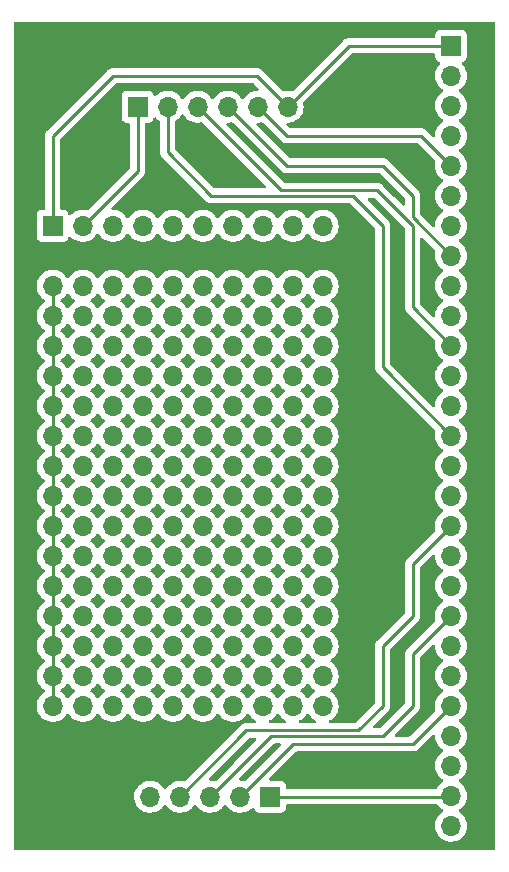
<source format=gtl>
%TF.GenerationSoftware,KiCad,Pcbnew,(6.0.8)*%
%TF.CreationDate,2022-11-23T10:53:18-05:00*%
%TF.ProjectId,upper_v3,75707065-725f-4763-932e-6b696361645f,rev?*%
%TF.SameCoordinates,Original*%
%TF.FileFunction,Copper,L1,Top*%
%TF.FilePolarity,Positive*%
%FSLAX46Y46*%
G04 Gerber Fmt 4.6, Leading zero omitted, Abs format (unit mm)*
G04 Created by KiCad (PCBNEW (6.0.8)) date 2022-11-23 10:53:18*
%MOMM*%
%LPD*%
G01*
G04 APERTURE LIST*
%TA.AperFunction,ComponentPad*%
%ADD10O,1.700000X1.700000*%
%TD*%
%TA.AperFunction,ComponentPad*%
%ADD11R,1.700000X1.700000*%
%TD*%
%TA.AperFunction,Conductor*%
%ADD12C,0.250000*%
%TD*%
G04 APERTURE END LIST*
D10*
%TO.P,10,10,Pin_10*%
%TO.N,unconnected-(J11-Pad10)*%
X119380000Y-81280000D03*
%TD*%
%TO.P,106,10,Pin_10*%
%TO.N,unconnected-(J11-Pad10)*%
X134620000Y-104140000D03*
%TD*%
%TO.P,148,10,Pin_10*%
%TO.N,unconnected-(J11-Pad10)*%
X139700000Y-114300000D03*
%TD*%
%TO.P,114,10,Pin_10*%
%TO.N,unconnected-(J11-Pad10)*%
X129540000Y-106680000D03*
%TD*%
%TO.P,103,10,Pin_10*%
%TO.N,unconnected-(J11-Pad10)*%
X127000000Y-104140000D03*
%TD*%
%TO.P,135,10,Pin_10*%
%TO.N,unconnected-(J11-Pad10)*%
X132080000Y-111760000D03*
%TD*%
%TO.P,18,10,Pin_10*%
%TO.N,unconnected-(J11-Pad10)*%
X139700000Y-81280000D03*
%TD*%
%TO.P,112,10,Pin_10*%
%TO.N,unconnected-(J11-Pad10)*%
X124460000Y-106680000D03*
%TD*%
%TO.P,142,10,Pin_10*%
%TO.N,unconnected-(J11-Pad10)*%
X124460000Y-114300000D03*
%TD*%
%TO.P,124,10,Pin_10*%
%TO.N,unconnected-(J11-Pad10)*%
X129540000Y-109220000D03*
%TD*%
%TO.P,59,10,Pin_10*%
%TO.N,unconnected-(J11-Pad10)*%
X142240000Y-91440000D03*
%TD*%
%TO.P,69,10,Pin_10*%
%TO.N,unconnected-(J11-Pad10)*%
X142240000Y-93980000D03*
%TD*%
%TO.P,113,10,Pin_10*%
%TO.N,unconnected-(J11-Pad10)*%
X127000000Y-106680000D03*
%TD*%
%TO.P,146,10,Pin_10*%
%TO.N,unconnected-(J11-Pad10)*%
X134620000Y-114300000D03*
%TD*%
D11*
%TO.P,J2,1,Pin_1*%
%TO.N,Net-(J1-Pad1)*%
X119380000Y-73660000D03*
D10*
%TO.P,J2,2,Pin_2*%
%TO.N,Net-(J1-Pad12)*%
X121920000Y-73660000D03*
%TO.P,J2,3,Pin_3*%
%TO.N,unconnected-(J2-Pad3)*%
X124460000Y-73660000D03*
%TO.P,J2,4,Pin_4*%
%TO.N,Net-(J1-Pad2)*%
X127000000Y-73660000D03*
%TO.P,J2,5,Pin_5*%
%TO.N,unconnected-(J2-Pad5)*%
X129540000Y-73660000D03*
%TO.P,J2,6,Pin_6*%
%TO.N,unconnected-(J2-Pad6)*%
X132080000Y-73660000D03*
%TO.P,J2,7,Pin_7*%
%TO.N,Net-(J1-Pad2)*%
X134620000Y-73660000D03*
%TO.P,J2,8,Pin_8*%
%TO.N,unconnected-(J2-Pad8)*%
X137160000Y-73660000D03*
%TO.P,J2,9,Pin_9*%
%TO.N,Net-(J1-Pad1)*%
X139700000Y-73660000D03*
%TO.P,J2,10,Pin_10*%
%TO.N,Net-(J1-Pad12)*%
X142240000Y-73660000D03*
%TD*%
%TO.P,108,10,Pin_10*%
%TO.N,unconnected-(J11-Pad10)*%
X139700000Y-104140000D03*
%TD*%
%TO.P,42,10,Pin_10*%
%TO.N,unconnected-(J11-Pad10)*%
X124460000Y-88900000D03*
%TD*%
%TO.P,3,10,Pin_10*%
%TO.N,unconnected-(J11-Pad10)*%
X127000000Y-78740000D03*
%TD*%
%TO.P,81,10,Pin_10*%
%TO.N,unconnected-(J11-Pad10)*%
X121920000Y-99060000D03*
%TD*%
%TO.P,126,10,Pin_10*%
%TO.N,unconnected-(J11-Pad10)*%
X134620000Y-109220000D03*
%TD*%
%TO.P,52,10,Pin_10*%
%TO.N,unconnected-(J11-Pad10)*%
X124460000Y-91440000D03*
%TD*%
%TO.P,29,10,Pin_10*%
%TO.N,unconnected-(J11-Pad10)*%
X142240000Y-83820000D03*
%TD*%
%TO.P,127,10,Pin_10*%
%TO.N,unconnected-(J11-Pad10)*%
X137160000Y-109220000D03*
%TD*%
%TO.P,85,10,Pin_10*%
%TO.N,unconnected-(J11-Pad10)*%
X132080000Y-99060000D03*
%TD*%
%TO.P,24,10,Pin_10*%
%TO.N,unconnected-(J11-Pad10)*%
X129540000Y-83820000D03*
%TD*%
%TO.P,7,10,Pin_10*%
%TO.N,unconnected-(J11-Pad10)*%
X137160000Y-78740000D03*
%TD*%
%TO.P,109,10,Pin_10*%
%TO.N,unconnected-(J11-Pad10)*%
X142240000Y-104140000D03*
%TD*%
%TO.P,22,10,Pin_10*%
%TO.N,unconnected-(J11-Pad10)*%
X124460000Y-83820000D03*
%TD*%
%TO.P,147,10,Pin_10*%
%TO.N,unconnected-(J11-Pad10)*%
X137160000Y-114300000D03*
%TD*%
%TO.P,67,10,Pin_10*%
%TO.N,unconnected-(J11-Pad10)*%
X137160000Y-93980000D03*
%TD*%
%TO.P,120,10,Pin_10*%
%TO.N,unconnected-(J11-Pad10)*%
X119380000Y-109220000D03*
%TD*%
%TO.P,117,10,Pin_10*%
%TO.N,unconnected-(J11-Pad10)*%
X137160000Y-106680000D03*
%TD*%
%TO.P,31,10,Pin_10*%
%TO.N,unconnected-(J11-Pad10)*%
X121920000Y-86360000D03*
%TD*%
%TO.P,62,10,Pin_10*%
%TO.N,unconnected-(J11-Pad10)*%
X124460000Y-93980000D03*
%TD*%
%TO.P,9,10,Pin_10*%
%TO.N,unconnected-(J11-Pad10)*%
X142240000Y-78740000D03*
%TD*%
%TO.P,43,10,Pin_10*%
%TO.N,unconnected-(J11-Pad10)*%
X127000000Y-88900000D03*
%TD*%
%TO.P,11,10,Pin_10*%
%TO.N,unconnected-(J11-Pad10)*%
X121920000Y-81280000D03*
%TD*%
%TO.P,71,10,Pin_10*%
%TO.N,unconnected-(J11-Pad10)*%
X121920000Y-96520000D03*
%TD*%
%TO.P,65,10,Pin_10*%
%TO.N,unconnected-(J11-Pad10)*%
X132080000Y-93980000D03*
%TD*%
%TO.P,104,10,Pin_10*%
%TO.N,unconnected-(J11-Pad10)*%
X129540000Y-104140000D03*
%TD*%
%TO.P,63,10,Pin_10*%
%TO.N,unconnected-(J11-Pad10)*%
X127000000Y-93980000D03*
%TD*%
%TO.P,93,10,Pin_10*%
%TO.N,unconnected-(J11-Pad10)*%
X127000000Y-101600000D03*
%TD*%
%TO.P,61,10,Pin_10*%
%TO.N,unconnected-(J11-Pad10)*%
X121920000Y-93980000D03*
%TD*%
%TO.P,13,10,Pin_10*%
%TO.N,unconnected-(J11-Pad10)*%
X127000000Y-81280000D03*
%TD*%
%TO.P,55,10,Pin_10*%
%TO.N,unconnected-(J11-Pad10)*%
X132080000Y-91440000D03*
%TD*%
%TO.P,138,10,Pin_10*%
%TO.N,unconnected-(J11-Pad10)*%
X139700000Y-111760000D03*
%TD*%
%TO.P,111,10,Pin_10*%
%TO.N,unconnected-(J11-Pad10)*%
X121920000Y-106680000D03*
%TD*%
%TO.P,27,10,Pin_10*%
%TO.N,unconnected-(J11-Pad10)*%
X137160000Y-83820000D03*
%TD*%
%TO.P,116,10,Pin_10*%
%TO.N,unconnected-(J11-Pad10)*%
X134620000Y-106680000D03*
%TD*%
D11*
%TO.P,J3,1,Pin_1*%
%TO.N,Net-(J1-Pad12)*%
X126575000Y-63575000D03*
D10*
%TO.P,J3,2,Pin_2*%
%TO.N,Net-(J1-Pad14)*%
X129115000Y-63575000D03*
%TO.P,J3,3,Pin_3*%
%TO.N,Net-(J1-Pad11)*%
X131655000Y-63575000D03*
%TO.P,J3,4,Pin_4*%
%TO.N,Net-(J1-Pad8)*%
X134195000Y-63575000D03*
%TO.P,J3,5,Pin_5*%
%TO.N,Net-(J1-Pad5)*%
X136735000Y-63575000D03*
%TO.P,J3,6,Pin_6*%
%TO.N,Net-(J1-Pad1)*%
X139275000Y-63575000D03*
%TD*%
%TO.P,91,10,Pin_10*%
%TO.N,unconnected-(J11-Pad10)*%
X121920000Y-101600000D03*
%TD*%
%TO.P,94,10,Pin_10*%
%TO.N,unconnected-(J11-Pad10)*%
X129540000Y-101600000D03*
%TD*%
%TO.P,6,10,Pin_10*%
%TO.N,unconnected-(J11-Pad10)*%
X134620000Y-78740000D03*
%TD*%
%TO.P,149,10,Pin_10*%
%TO.N,unconnected-(J11-Pad10)*%
X142240000Y-114300000D03*
%TD*%
%TO.P,58,10,Pin_10*%
%TO.N,unconnected-(J11-Pad10)*%
X139700000Y-91440000D03*
%TD*%
%TO.P,99,10,Pin_10*%
%TO.N,unconnected-(J11-Pad10)*%
X142240000Y-101600000D03*
%TD*%
%TO.P,128,10,Pin_10*%
%TO.N,unconnected-(J11-Pad10)*%
X139700000Y-109220000D03*
%TD*%
%TO.P,19,10,Pin_10*%
%TO.N,unconnected-(J11-Pad10)*%
X142240000Y-81280000D03*
%TD*%
%TO.P,84,10,Pin_10*%
%TO.N,unconnected-(J11-Pad10)*%
X129540000Y-99060000D03*
%TD*%
%TO.P,110,10,Pin_10*%
%TO.N,unconnected-(J11-Pad10)*%
X119380000Y-106680000D03*
%TD*%
%TO.P,16,10,Pin_10*%
%TO.N,unconnected-(J11-Pad10)*%
X134620000Y-81280000D03*
%TD*%
%TO.P,123,10,Pin_10*%
%TO.N,unconnected-(J11-Pad10)*%
X127000000Y-109220000D03*
%TD*%
%TO.P,26,10,Pin_10*%
%TO.N,unconnected-(J11-Pad10)*%
X134620000Y-83820000D03*
%TD*%
%TO.P,131,10,Pin_10*%
%TO.N,unconnected-(J11-Pad10)*%
X121920000Y-111760000D03*
%TD*%
%TO.P,141,10,Pin_10*%
%TO.N,unconnected-(J11-Pad10)*%
X121920000Y-114300000D03*
%TD*%
%TO.P,97,10,Pin_10*%
%TO.N,unconnected-(J11-Pad10)*%
X137160000Y-101600000D03*
%TD*%
%TO.P,35,10,Pin_10*%
%TO.N,unconnected-(J11-Pad10)*%
X132080000Y-86360000D03*
%TD*%
%TO.P,53,10,Pin_10*%
%TO.N,unconnected-(J11-Pad10)*%
X127000000Y-91440000D03*
%TD*%
%TO.P,125,10,Pin_10*%
%TO.N,unconnected-(J11-Pad10)*%
X132080000Y-109220000D03*
%TD*%
%TO.P,101,10,Pin_10*%
%TO.N,unconnected-(J11-Pad10)*%
X121920000Y-104140000D03*
%TD*%
%TO.P,134,10,Pin_10*%
%TO.N,unconnected-(J11-Pad10)*%
X129540000Y-111760000D03*
%TD*%
%TO.P,132,10,Pin_10*%
%TO.N,unconnected-(J11-Pad10)*%
X124460000Y-111760000D03*
%TD*%
%TO.P,51,10,Pin_10*%
%TO.N,unconnected-(J11-Pad10)*%
X121920000Y-91440000D03*
%TD*%
%TO.P,115,10,Pin_10*%
%TO.N,unconnected-(J11-Pad10)*%
X132080000Y-106680000D03*
%TD*%
%TO.P,83,10,Pin_10*%
%TO.N,unconnected-(J11-Pad10)*%
X127000000Y-99060000D03*
%TD*%
%TO.P,36,10,Pin_10*%
%TO.N,unconnected-(J11-Pad10)*%
X134620000Y-86360000D03*
%TD*%
%TO.P,122,10,Pin_10*%
%TO.N,unconnected-(J11-Pad10)*%
X124460000Y-109220000D03*
%TD*%
%TO.P,54,10,Pin_10*%
%TO.N,unconnected-(J11-Pad10)*%
X129540000Y-91440000D03*
%TD*%
%TO.P,145,10,Pin_10*%
%TO.N,unconnected-(J11-Pad10)*%
X132080000Y-114300000D03*
%TD*%
%TO.P,129,10,Pin_10*%
%TO.N,unconnected-(J11-Pad10)*%
X142240000Y-109220000D03*
%TD*%
%TO.P,143,10,Pin_10*%
%TO.N,unconnected-(J11-Pad10)*%
X127000000Y-114300000D03*
%TD*%
%TO.P,70,10,Pin_10*%
%TO.N,unconnected-(J11-Pad10)*%
X119380000Y-96520000D03*
%TD*%
%TO.P,75,10,Pin_10*%
%TO.N,unconnected-(J11-Pad10)*%
X132080000Y-96520000D03*
%TD*%
%TO.P,76,10,Pin_10*%
%TO.N,unconnected-(J11-Pad10)*%
X134620000Y-96520000D03*
%TD*%
%TO.P,98,10,Pin_10*%
%TO.N,unconnected-(J11-Pad10)*%
X139700000Y-101600000D03*
%TD*%
D11*
%TO.P,J1,1,Pin_1*%
%TO.N,Net-(J1-Pad1)*%
X153105000Y-58415000D03*
D10*
%TO.P,J1,2,Pin_2*%
%TO.N,Net-(J1-Pad2)*%
X153105000Y-60955000D03*
%TO.P,J1,3,Pin_3*%
%TO.N,Net-(J1-Pad12)*%
X153105000Y-63495000D03*
%TO.P,J1,4,Pin_4*%
%TO.N,Net-(J1-Pad10)*%
X153105000Y-66035000D03*
%TO.P,J1,5,Pin_5*%
%TO.N,Net-(J1-Pad5)*%
X153105000Y-68575000D03*
%TO.P,J1,6,Pin_6*%
%TO.N,Net-(J1-Pad12)*%
X153105000Y-71115000D03*
%TO.P,J1,7,Pin_7*%
%TO.N,Net-(J1-Pad10)*%
X153105000Y-73655000D03*
%TO.P,J1,8,Pin_8*%
%TO.N,Net-(J1-Pad8)*%
X153105000Y-76195000D03*
%TO.P,J1,9,Pin_9*%
%TO.N,Net-(J1-Pad12)*%
X153105000Y-78735000D03*
%TO.P,J1,10,Pin_10*%
%TO.N,Net-(J1-Pad10)*%
X153105000Y-81275000D03*
%TO.P,J1,11,Pin_11*%
%TO.N,Net-(J1-Pad11)*%
X153105000Y-83815000D03*
%TO.P,J1,12,Pin_12*%
%TO.N,Net-(J1-Pad12)*%
X153105000Y-86355000D03*
%TO.P,J1,13,Pin_13*%
%TO.N,Net-(J1-Pad10)*%
X153105000Y-88895000D03*
%TO.P,J1,14,Pin_14*%
%TO.N,Net-(J1-Pad14)*%
X153105000Y-91435000D03*
%TO.P,J1,15,Pin_15*%
%TO.N,Net-(J1-Pad12)*%
X153105000Y-93975000D03*
%TO.P,J1,16,Pin_16*%
%TO.N,Net-(J1-Pad10)*%
X153105000Y-96515000D03*
%TO.P,J1,17,Pin_17*%
%TO.N,Net-(J1-Pad17)*%
X153105000Y-99055000D03*
%TO.P,J1,18,Pin_18*%
%TO.N,Net-(J1-Pad12)*%
X153105000Y-101595000D03*
%TO.P,J1,19,Pin_19*%
%TO.N,Net-(J1-Pad10)*%
X153105000Y-104135000D03*
%TO.P,J1,20,Pin_20*%
%TO.N,Net-(J1-Pad20)*%
X153105000Y-106675000D03*
%TO.P,J1,21,Pin_21*%
%TO.N,Net-(J1-Pad12)*%
X153105000Y-109215000D03*
%TO.P,J1,22,Pin_22*%
%TO.N,Net-(J1-Pad10)*%
X153105000Y-111755000D03*
%TO.P,J1,23,Pin_23*%
%TO.N,Net-(J1-Pad23)*%
X153105000Y-114295000D03*
%TO.P,J1,24,Pin_24*%
%TO.N,Net-(J1-Pad12)*%
X153105000Y-116835000D03*
%TO.P,J1,25,Pin_25*%
%TO.N,Net-(J1-Pad10)*%
X153105000Y-119375000D03*
%TO.P,J1,26,Pin_26*%
%TO.N,Net-(J1-Pad26)*%
X153105000Y-121915000D03*
%TO.P,J1,27,Pin_27*%
%TO.N,Net-(J1-Pad12)*%
X153105000Y-124455000D03*
%TD*%
%TO.P,30,10,Pin_10*%
%TO.N,unconnected-(J11-Pad10)*%
X119380000Y-86360000D03*
%TD*%
%TO.P,14,10,Pin_10*%
%TO.N,unconnected-(J11-Pad10)*%
X129540000Y-81280000D03*
%TD*%
%TO.P,4,10,Pin_10*%
%TO.N,unconnected-(J11-Pad10)*%
X129540000Y-78740000D03*
%TD*%
%TO.P,56,10,Pin_10*%
%TO.N,unconnected-(J11-Pad10)*%
X134620000Y-91440000D03*
%TD*%
%TO.P,8,10,Pin_10*%
%TO.N,unconnected-(J11-Pad10)*%
X139700000Y-78740000D03*
%TD*%
%TO.P,46,10,Pin_10*%
%TO.N,unconnected-(J11-Pad10)*%
X134620000Y-88900000D03*
%TD*%
%TO.P,105,10,Pin_10*%
%TO.N,unconnected-(J11-Pad10)*%
X132080000Y-104140000D03*
%TD*%
%TO.P,72,10,Pin_10*%
%TO.N,unconnected-(J11-Pad10)*%
X124460000Y-96520000D03*
%TD*%
%TO.P,,10,Pin_10*%
%TO.N,unconnected-(J11-Pad10)*%
X119380000Y-78740000D03*
%TD*%
%TO.P,49,10,Pin_10*%
%TO.N,unconnected-(J11-Pad10)*%
X142240000Y-88900000D03*
%TD*%
%TO.P,89,10,Pin_10*%
%TO.N,unconnected-(J11-Pad10)*%
X142240000Y-99060000D03*
%TD*%
%TO.P,25,10,Pin_10*%
%TO.N,unconnected-(J11-Pad10)*%
X132080000Y-83820000D03*
%TD*%
%TO.P,107,10,Pin_10*%
%TO.N,unconnected-(J11-Pad10)*%
X137160000Y-104140000D03*
%TD*%
%TO.P,90,10,Pin_10*%
%TO.N,unconnected-(J11-Pad10)*%
X119380000Y-101600000D03*
%TD*%
%TO.P,73,10,Pin_10*%
%TO.N,unconnected-(J11-Pad10)*%
X127000000Y-96520000D03*
%TD*%
D11*
%TO.P,J4,1,Pin_1*%
%TO.N,Net-(J1-Pad26)*%
X137800000Y-122000000D03*
D10*
%TO.P,J4,2,Pin_2*%
%TO.N,Net-(J1-Pad23)*%
X135260000Y-122000000D03*
%TO.P,J4,3,Pin_3*%
%TO.N,Net-(J1-Pad20)*%
X132720000Y-122000000D03*
%TO.P,J4,4,Pin_4*%
%TO.N,Net-(J1-Pad17)*%
X130180000Y-122000000D03*
%TO.P,J4,5,Pin_5*%
%TO.N,Net-(J1-Pad10)*%
X127640000Y-122000000D03*
%TD*%
%TO.P,1,10,Pin_10*%
%TO.N,unconnected-(J11-Pad10)*%
X121920000Y-78740000D03*
%TD*%
%TO.P,39,10,Pin_10*%
%TO.N,unconnected-(J11-Pad10)*%
X142240000Y-86360000D03*
%TD*%
%TO.P,133,10,Pin_10*%
%TO.N,unconnected-(J11-Pad10)*%
X127000000Y-111760000D03*
%TD*%
%TO.P,20,10,Pin_10*%
%TO.N,unconnected-(J11-Pad10)*%
X119380000Y-83820000D03*
%TD*%
%TO.P,87,10,Pin_10*%
%TO.N,unconnected-(J11-Pad10)*%
X137160000Y-99060000D03*
%TD*%
%TO.P,121,10,Pin_10*%
%TO.N,unconnected-(J11-Pad10)*%
X121920000Y-109220000D03*
%TD*%
%TO.P,28,10,Pin_10*%
%TO.N,unconnected-(J11-Pad10)*%
X139700000Y-83820000D03*
%TD*%
%TO.P,15,10,Pin_10*%
%TO.N,unconnected-(J11-Pad10)*%
X132080000Y-81280000D03*
%TD*%
%TO.P,92,10,Pin_10*%
%TO.N,unconnected-(J11-Pad10)*%
X124460000Y-101600000D03*
%TD*%
%TO.P,88,10,Pin_10*%
%TO.N,unconnected-(J11-Pad10)*%
X139700000Y-99060000D03*
%TD*%
%TO.P,100,10,Pin_10*%
%TO.N,unconnected-(J11-Pad10)*%
X119380000Y-104140000D03*
%TD*%
%TO.P,41,10,Pin_10*%
%TO.N,unconnected-(J11-Pad10)*%
X121920000Y-88900000D03*
%TD*%
%TO.P,119,10,Pin_10*%
%TO.N,unconnected-(J11-Pad10)*%
X142240000Y-106680000D03*
%TD*%
%TO.P,21,10,Pin_10*%
%TO.N,unconnected-(J11-Pad10)*%
X121920000Y-83820000D03*
%TD*%
%TO.P,32,10,Pin_10*%
%TO.N,unconnected-(J11-Pad10)*%
X124460000Y-86360000D03*
%TD*%
%TO.P,79,10,Pin_10*%
%TO.N,unconnected-(J11-Pad10)*%
X142240000Y-96520000D03*
%TD*%
%TO.P,44,10,Pin_10*%
%TO.N,unconnected-(J11-Pad10)*%
X129540000Y-88900000D03*
%TD*%
%TO.P,60,10,Pin_10*%
%TO.N,unconnected-(J11-Pad10)*%
X119380000Y-93980000D03*
%TD*%
%TO.P,23,10,Pin_10*%
%TO.N,unconnected-(J11-Pad10)*%
X127000000Y-83820000D03*
%TD*%
%TO.P,82,10,Pin_10*%
%TO.N,unconnected-(J11-Pad10)*%
X124460000Y-99060000D03*
%TD*%
%TO.P,139,10,Pin_10*%
%TO.N,unconnected-(J11-Pad10)*%
X142240000Y-111760000D03*
%TD*%
%TO.P,95,10,Pin_10*%
%TO.N,unconnected-(J11-Pad10)*%
X132080000Y-101600000D03*
%TD*%
%TO.P,50,10,Pin_10*%
%TO.N,unconnected-(J11-Pad10)*%
X119380000Y-91440000D03*
%TD*%
%TO.P,102,10,Pin_10*%
%TO.N,unconnected-(J11-Pad10)*%
X124460000Y-104140000D03*
%TD*%
%TO.P,130,10,Pin_10*%
%TO.N,unconnected-(J11-Pad10)*%
X119380000Y-111760000D03*
%TD*%
%TO.P,74,10,Pin_10*%
%TO.N,unconnected-(J11-Pad10)*%
X129540000Y-96520000D03*
%TD*%
%TO.P,68,10,Pin_10*%
%TO.N,unconnected-(J11-Pad10)*%
X139700000Y-93980000D03*
%TD*%
%TO.P,17,10,Pin_10*%
%TO.N,unconnected-(J11-Pad10)*%
X137160000Y-81280000D03*
%TD*%
%TO.P,45,10,Pin_10*%
%TO.N,unconnected-(J11-Pad10)*%
X132080000Y-88900000D03*
%TD*%
%TO.P,86,10,Pin_10*%
%TO.N,unconnected-(J11-Pad10)*%
X134620000Y-99060000D03*
%TD*%
%TO.P,144,10,Pin_10*%
%TO.N,unconnected-(J11-Pad10)*%
X129540000Y-114300000D03*
%TD*%
%TO.P,34,10,Pin_10*%
%TO.N,unconnected-(J11-Pad10)*%
X129540000Y-86360000D03*
%TD*%
%TO.P,33,10,Pin_10*%
%TO.N,unconnected-(J11-Pad10)*%
X127000000Y-86360000D03*
%TD*%
%TO.P,40,10,Pin_10*%
%TO.N,unconnected-(J11-Pad10)*%
X119380000Y-88900000D03*
%TD*%
%TO.P,77,10,Pin_10*%
%TO.N,unconnected-(J11-Pad10)*%
X137160000Y-96520000D03*
%TD*%
%TO.P,64,10,Pin_10*%
%TO.N,unconnected-(J11-Pad10)*%
X129540000Y-93980000D03*
%TD*%
%TO.P,37,10,Pin_10*%
%TO.N,unconnected-(J11-Pad10)*%
X137160000Y-86360000D03*
%TD*%
%TO.P,118,10,Pin_10*%
%TO.N,unconnected-(J11-Pad10)*%
X139700000Y-106680000D03*
%TD*%
%TO.P,96,10,Pin_10*%
%TO.N,unconnected-(J11-Pad10)*%
X134620000Y-101600000D03*
%TD*%
%TO.P,80,10,Pin_10*%
%TO.N,unconnected-(J11-Pad10)*%
X119380000Y-99060000D03*
%TD*%
%TO.P,48,10,Pin_10*%
%TO.N,unconnected-(J11-Pad10)*%
X139700000Y-88900000D03*
%TD*%
%TO.P,137,10,Pin_10*%
%TO.N,unconnected-(J11-Pad10)*%
X137160000Y-111760000D03*
%TD*%
%TO.P,5,10,Pin_10*%
%TO.N,unconnected-(J11-Pad10)*%
X132080000Y-78740000D03*
%TD*%
%TO.P,38,10,Pin_10*%
%TO.N,unconnected-(J11-Pad10)*%
X139700000Y-86360000D03*
%TD*%
%TO.P,47,10,Pin_10*%
%TO.N,unconnected-(J11-Pad10)*%
X137160000Y-88900000D03*
%TD*%
%TO.P,66,10,Pin_10*%
%TO.N,unconnected-(J11-Pad10)*%
X134620000Y-93980000D03*
%TD*%
%TO.P,57,10,Pin_10*%
%TO.N,unconnected-(J11-Pad10)*%
X137160000Y-91440000D03*
%TD*%
%TO.P,12,10,Pin_10*%
%TO.N,unconnected-(J11-Pad10)*%
X124460000Y-81280000D03*
%TD*%
%TO.P,140,10,Pin_10*%
%TO.N,unconnected-(J11-Pad10)*%
X119380000Y-114300000D03*
%TD*%
%TO.P,2,10,Pin_10*%
%TO.N,unconnected-(J11-Pad10)*%
X124460000Y-78740000D03*
%TD*%
%TO.P,78,10,Pin_10*%
%TO.N,unconnected-(J11-Pad10)*%
X139700000Y-96520000D03*
%TD*%
%TO.P,136,10,Pin_10*%
%TO.N,unconnected-(J11-Pad10)*%
X134620000Y-111760000D03*
%TD*%
D12*
%TO.N,Net-(J1-Pad1)*%
X119380000Y-66040000D02*
X119380000Y-73660000D01*
X124460000Y-60960000D02*
X119380000Y-66040000D01*
X136660000Y-60960000D02*
X124460000Y-60960000D01*
X144435000Y-58415000D02*
X153105000Y-58415000D01*
X139275000Y-63575000D02*
X136660000Y-60960000D01*
X139275000Y-63575000D02*
X144435000Y-58415000D01*
%TO.N,Net-(J1-Pad5)*%
X150570000Y-66040000D02*
X153105000Y-68575000D01*
X139200000Y-66040000D02*
X150570000Y-66040000D01*
X136735000Y-63575000D02*
X139200000Y-66040000D01*
%TO.N,Net-(J1-Pad8)*%
X139200000Y-68580000D02*
X147320000Y-68580000D01*
X147320000Y-68580000D02*
X149860000Y-71120000D01*
X149860000Y-72950000D02*
X153105000Y-76195000D01*
X149860000Y-71120000D02*
X149860000Y-72950000D01*
X134195000Y-63575000D02*
X139200000Y-68580000D01*
%TO.N,Net-(J1-Pad11)*%
X138750000Y-70670000D02*
X131655000Y-63575000D01*
X149860000Y-73660000D02*
X146870000Y-70670000D01*
X153105000Y-83815000D02*
X149860000Y-80570000D01*
X146870000Y-70670000D02*
X138750000Y-70670000D01*
X149860000Y-80570000D02*
X149860000Y-73660000D01*
%TO.N,Net-(J1-Pad12)*%
X126575000Y-69005000D02*
X121920000Y-73660000D01*
X126575000Y-63575000D02*
X126575000Y-69005000D01*
%TO.N,Net-(J1-Pad14)*%
X129115000Y-63575000D02*
X129115000Y-67445000D01*
X147320000Y-73660000D02*
X147320000Y-85650000D01*
X132790000Y-71120000D02*
X144780000Y-71120000D01*
X147320000Y-85650000D02*
X153105000Y-91435000D01*
X144780000Y-71120000D02*
X147320000Y-73660000D01*
X129115000Y-67445000D02*
X132790000Y-71120000D01*
%TO.N,Net-(J1-Pad17)*%
X145230000Y-116390000D02*
X147320000Y-114300000D01*
X149860000Y-106680000D02*
X149860000Y-102300000D01*
X147320000Y-109220000D02*
X149860000Y-106680000D01*
X135790000Y-116390000D02*
X130180000Y-122000000D01*
X147320000Y-114300000D02*
X147320000Y-109220000D01*
X145230000Y-116390000D02*
X135790000Y-116390000D01*
X149860000Y-102300000D02*
X153105000Y-99055000D01*
%TO.N,Net-(J1-Pad20)*%
X149860000Y-109920000D02*
X153105000Y-106675000D01*
X147320000Y-116840000D02*
X137880000Y-116840000D01*
X149860000Y-114300000D02*
X149860000Y-109920000D01*
X147320000Y-116840000D02*
X149860000Y-114300000D01*
X137880000Y-116840000D02*
X132720000Y-122000000D01*
%TO.N,Net-(J1-Pad23)*%
X149860000Y-117540000D02*
X139720000Y-117540000D01*
X149860000Y-117540000D02*
X153105000Y-114295000D01*
X139720000Y-117540000D02*
X135260000Y-122000000D01*
%TO.N,Net-(J1-Pad26)*%
X137800000Y-122000000D02*
X153020000Y-122000000D01*
X153020000Y-122000000D02*
X153105000Y-121915000D01*
%TO.N,unconnected-(J11-Pad10)*%
X119380000Y-111760000D02*
X119380000Y-114300000D01*
X119380000Y-86360000D02*
X119380000Y-88900000D01*
X119380000Y-99060000D02*
X119380000Y-101600000D01*
X119380000Y-81280000D02*
X119380000Y-83820000D01*
X119380000Y-93980000D02*
X119380000Y-96520000D01*
X119380000Y-78740000D02*
X119380000Y-81280000D01*
X119380000Y-88900000D02*
X119380000Y-91440000D01*
X119380000Y-106680000D02*
X119380000Y-109220000D01*
X119380000Y-83820000D02*
X119380000Y-86360000D01*
X119380000Y-91440000D02*
X119380000Y-93980000D01*
X119380000Y-109220000D02*
X119380000Y-111760000D01*
X119380000Y-101600000D02*
X119380000Y-104140000D01*
X119380000Y-96520000D02*
X119380000Y-99060000D01*
X119380000Y-104140000D02*
X119380000Y-106680000D01*
%TD*%
%TA.AperFunction,NonConductor*%
G36*
X151688621Y-59068502D02*
G01*
X151735114Y-59122158D01*
X151746500Y-59174500D01*
X151746500Y-59313134D01*
X151753255Y-59375316D01*
X151804385Y-59511705D01*
X151891739Y-59628261D01*
X152008295Y-59715615D01*
X152016704Y-59718767D01*
X152016705Y-59718768D01*
X152125451Y-59759535D01*
X152182216Y-59802176D01*
X152206916Y-59868738D01*
X152191709Y-59938087D01*
X152172316Y-59964568D01*
X152045629Y-60097138D01*
X151919743Y-60281680D01*
X151880462Y-60366305D01*
X151832431Y-60469779D01*
X151825688Y-60484305D01*
X151765989Y-60699570D01*
X151742251Y-60921695D01*
X151742548Y-60926848D01*
X151742548Y-60926851D01*
X151748011Y-61021590D01*
X151755110Y-61144715D01*
X151756247Y-61149761D01*
X151756248Y-61149767D01*
X151776119Y-61237939D01*
X151804222Y-61362639D01*
X151888266Y-61569616D01*
X152004987Y-61760088D01*
X152151250Y-61928938D01*
X152323126Y-62071632D01*
X152393595Y-62112811D01*
X152396445Y-62114476D01*
X152445169Y-62166114D01*
X152458240Y-62235897D01*
X152431509Y-62301669D01*
X152391055Y-62335027D01*
X152378607Y-62341507D01*
X152374474Y-62344610D01*
X152374471Y-62344612D01*
X152243697Y-62442800D01*
X152199965Y-62475635D01*
X152196393Y-62479373D01*
X152067087Y-62614684D01*
X152045629Y-62637138D01*
X152042715Y-62641410D01*
X152042714Y-62641411D01*
X152020846Y-62673469D01*
X151919743Y-62821680D01*
X151825688Y-63024305D01*
X151765989Y-63239570D01*
X151742251Y-63461695D01*
X151742548Y-63466848D01*
X151742548Y-63466851D01*
X151748784Y-63575000D01*
X151755110Y-63684715D01*
X151756247Y-63689761D01*
X151756248Y-63689767D01*
X151776119Y-63777939D01*
X151804222Y-63902639D01*
X151888266Y-64109616D01*
X151890965Y-64114020D01*
X151993460Y-64281277D01*
X152004987Y-64300088D01*
X152151250Y-64468938D01*
X152323126Y-64611632D01*
X152330897Y-64616173D01*
X152396445Y-64654476D01*
X152445169Y-64706114D01*
X152458240Y-64775897D01*
X152431509Y-64841669D01*
X152391055Y-64875027D01*
X152378607Y-64881507D01*
X152374474Y-64884610D01*
X152374471Y-64884612D01*
X152232271Y-64991379D01*
X152199965Y-65015635D01*
X152045629Y-65177138D01*
X151919743Y-65361680D01*
X151880462Y-65446305D01*
X151846443Y-65519593D01*
X151825688Y-65564305D01*
X151765989Y-65779570D01*
X151742251Y-66001695D01*
X151742548Y-66006853D01*
X151742422Y-66012024D01*
X151740914Y-66011987D01*
X151726411Y-66074482D01*
X151675520Y-66123986D01*
X151605944Y-66138117D01*
X151539773Y-66112389D01*
X151527574Y-66101669D01*
X151073652Y-65647747D01*
X151066112Y-65639461D01*
X151062000Y-65632982D01*
X151012348Y-65586356D01*
X151009507Y-65583602D01*
X150989770Y-65563865D01*
X150986573Y-65561385D01*
X150977551Y-65553680D01*
X150945321Y-65523414D01*
X150938375Y-65519595D01*
X150938372Y-65519593D01*
X150927566Y-65513652D01*
X150911047Y-65502801D01*
X150910583Y-65502441D01*
X150895041Y-65490386D01*
X150887772Y-65487241D01*
X150887768Y-65487238D01*
X150854463Y-65472826D01*
X150843813Y-65467609D01*
X150805060Y-65446305D01*
X150785437Y-65441267D01*
X150766734Y-65434863D01*
X150755420Y-65429967D01*
X150755419Y-65429967D01*
X150748145Y-65426819D01*
X150740322Y-65425580D01*
X150740312Y-65425577D01*
X150704476Y-65419901D01*
X150692856Y-65417495D01*
X150657711Y-65408472D01*
X150657710Y-65408472D01*
X150650030Y-65406500D01*
X150629776Y-65406500D01*
X150610065Y-65404949D01*
X150597886Y-65403020D01*
X150590057Y-65401780D01*
X150582165Y-65402526D01*
X150546039Y-65405941D01*
X150534181Y-65406500D01*
X139514595Y-65406500D01*
X139446474Y-65386498D01*
X139425500Y-65369595D01*
X139206318Y-65150413D01*
X139172292Y-65088101D01*
X139177357Y-65017286D01*
X139219904Y-64960450D01*
X139286424Y-64935639D01*
X139300024Y-64935403D01*
X139316698Y-64936015D01*
X139331674Y-64936564D01*
X139331678Y-64936564D01*
X139336837Y-64936753D01*
X139341957Y-64936097D01*
X139341959Y-64936097D01*
X139553288Y-64909025D01*
X139553289Y-64909025D01*
X139558416Y-64908368D01*
X139595961Y-64897104D01*
X139767429Y-64845661D01*
X139767434Y-64845659D01*
X139772384Y-64844174D01*
X139972994Y-64745896D01*
X140154860Y-64616173D01*
X140162734Y-64608327D01*
X140299297Y-64472240D01*
X140313096Y-64458489D01*
X140443453Y-64277077D01*
X140464320Y-64234857D01*
X140540136Y-64081453D01*
X140540137Y-64081451D01*
X140542430Y-64076811D01*
X140607370Y-63863069D01*
X140636529Y-63641590D01*
X140638156Y-63575000D01*
X140619852Y-63352361D01*
X140591821Y-63240765D01*
X140594625Y-63169823D01*
X140624930Y-63120974D01*
X144660500Y-59085405D01*
X144722812Y-59051379D01*
X144749595Y-59048500D01*
X151620500Y-59048500D01*
X151688621Y-59068502D01*
G37*
%TD.AperFunction*%
%TA.AperFunction,NonConductor*%
G36*
X130467026Y-64250144D02*
G01*
X130494875Y-64281994D01*
X130554987Y-64380088D01*
X130701250Y-64548938D01*
X130873126Y-64691632D01*
X131066000Y-64804338D01*
X131274692Y-64884030D01*
X131279760Y-64885061D01*
X131279763Y-64885062D01*
X131366949Y-64902800D01*
X131493597Y-64928567D01*
X131498772Y-64928757D01*
X131498774Y-64928757D01*
X131711673Y-64936564D01*
X131711677Y-64936564D01*
X131716837Y-64936753D01*
X131721957Y-64936097D01*
X131721959Y-64936097D01*
X131933288Y-64909025D01*
X131933289Y-64909025D01*
X131938416Y-64908368D01*
X131943367Y-64906883D01*
X131943370Y-64906882D01*
X131984829Y-64894444D01*
X132055825Y-64894028D01*
X132110131Y-64926035D01*
X137455501Y-70271405D01*
X137489527Y-70333717D01*
X137484462Y-70404532D01*
X137441915Y-70461368D01*
X137375395Y-70486179D01*
X137366406Y-70486500D01*
X133104594Y-70486500D01*
X133036473Y-70466498D01*
X133015499Y-70449595D01*
X129785405Y-67219500D01*
X129751379Y-67157188D01*
X129748500Y-67130405D01*
X129748500Y-64855427D01*
X129768502Y-64787306D01*
X129809618Y-64747550D01*
X129812994Y-64745896D01*
X129994860Y-64616173D01*
X130002734Y-64608327D01*
X130139297Y-64472240D01*
X130153096Y-64458489D01*
X130283453Y-64277077D01*
X130284776Y-64278028D01*
X130331645Y-64234857D01*
X130401580Y-64222625D01*
X130467026Y-64250144D01*
G37*
%TD.AperFunction*%
%TA.AperFunction,NonConductor*%
G36*
X134650131Y-64926035D02*
G01*
X138696348Y-68972253D01*
X138703888Y-68980539D01*
X138708000Y-68987018D01*
X138713777Y-68992443D01*
X138757651Y-69033643D01*
X138760493Y-69036398D01*
X138780230Y-69056135D01*
X138783427Y-69058615D01*
X138792447Y-69066318D01*
X138824679Y-69096586D01*
X138831625Y-69100405D01*
X138831628Y-69100407D01*
X138842434Y-69106348D01*
X138858953Y-69117199D01*
X138874959Y-69129614D01*
X138882228Y-69132759D01*
X138882232Y-69132762D01*
X138915537Y-69147174D01*
X138926187Y-69152391D01*
X138964940Y-69173695D01*
X138972615Y-69175666D01*
X138972616Y-69175666D01*
X138984562Y-69178733D01*
X139003266Y-69185137D01*
X139013617Y-69189616D01*
X139021855Y-69193181D01*
X139029678Y-69194420D01*
X139029688Y-69194423D01*
X139065524Y-69200099D01*
X139077144Y-69202505D01*
X139109586Y-69210834D01*
X139119970Y-69213500D01*
X139140224Y-69213500D01*
X139159934Y-69215051D01*
X139179943Y-69218220D01*
X139187835Y-69217474D01*
X139223961Y-69214059D01*
X139235819Y-69213500D01*
X147005406Y-69213500D01*
X147073527Y-69233502D01*
X147094501Y-69250405D01*
X149189595Y-71345499D01*
X149223621Y-71407811D01*
X149226500Y-71434594D01*
X149226500Y-71826406D01*
X149206498Y-71894527D01*
X149152842Y-71941020D01*
X149082568Y-71951124D01*
X149017988Y-71921630D01*
X149011405Y-71915501D01*
X148294668Y-71198763D01*
X147373652Y-70277747D01*
X147366112Y-70269461D01*
X147362000Y-70262982D01*
X147312348Y-70216356D01*
X147309507Y-70213602D01*
X147289770Y-70193865D01*
X147286573Y-70191385D01*
X147277551Y-70183680D01*
X147251100Y-70158841D01*
X147245321Y-70153414D01*
X147238375Y-70149595D01*
X147238372Y-70149593D01*
X147227566Y-70143652D01*
X147211047Y-70132801D01*
X147210583Y-70132441D01*
X147195041Y-70120386D01*
X147187772Y-70117241D01*
X147187768Y-70117238D01*
X147154463Y-70102826D01*
X147143813Y-70097609D01*
X147105060Y-70076305D01*
X147085437Y-70071267D01*
X147066734Y-70064863D01*
X147055420Y-70059967D01*
X147055419Y-70059967D01*
X147048145Y-70056819D01*
X147040322Y-70055580D01*
X147040312Y-70055577D01*
X147004476Y-70049901D01*
X146992856Y-70047495D01*
X146957711Y-70038472D01*
X146957710Y-70038472D01*
X146950030Y-70036500D01*
X146929776Y-70036500D01*
X146910065Y-70034949D01*
X146897886Y-70033020D01*
X146890057Y-70031780D01*
X146882165Y-70032526D01*
X146846039Y-70035941D01*
X146834181Y-70036500D01*
X139064595Y-70036500D01*
X138996474Y-70016498D01*
X138975500Y-69999595D01*
X134126318Y-65150413D01*
X134092292Y-65088101D01*
X134097357Y-65017286D01*
X134139904Y-64960450D01*
X134206424Y-64935639D01*
X134220024Y-64935403D01*
X134236698Y-64936015D01*
X134251674Y-64936564D01*
X134251678Y-64936564D01*
X134256837Y-64936753D01*
X134261957Y-64936097D01*
X134261959Y-64936097D01*
X134473288Y-64909025D01*
X134473289Y-64909025D01*
X134478416Y-64908368D01*
X134483367Y-64906883D01*
X134483370Y-64906882D01*
X134524829Y-64894444D01*
X134595825Y-64894028D01*
X134650131Y-64926035D01*
G37*
%TD.AperFunction*%
%TA.AperFunction,NonConductor*%
G36*
X136413527Y-61613502D02*
G01*
X136434501Y-61630405D01*
X136805086Y-62000990D01*
X136839112Y-62063302D01*
X136834047Y-62134117D01*
X136791500Y-62190953D01*
X136724980Y-62215764D01*
X136714459Y-62216076D01*
X136666962Y-62215495D01*
X136645080Y-62215228D01*
X136645078Y-62215228D01*
X136639911Y-62215165D01*
X136419091Y-62248955D01*
X136206756Y-62318357D01*
X136008607Y-62421507D01*
X136004474Y-62424610D01*
X136004471Y-62424612D01*
X135901573Y-62501870D01*
X135829965Y-62555635D01*
X135826393Y-62559373D01*
X135718729Y-62672037D01*
X135675629Y-62717138D01*
X135568201Y-62874621D01*
X135513293Y-62919621D01*
X135442768Y-62927792D01*
X135379021Y-62896538D01*
X135358324Y-62872054D01*
X135277822Y-62747617D01*
X135277820Y-62747614D01*
X135275014Y-62743277D01*
X135124670Y-62578051D01*
X135120619Y-62574852D01*
X135120615Y-62574848D01*
X134953414Y-62442800D01*
X134953410Y-62442798D01*
X134949359Y-62439598D01*
X134753789Y-62331638D01*
X134748920Y-62329914D01*
X134748916Y-62329912D01*
X134548087Y-62258795D01*
X134548083Y-62258794D01*
X134543212Y-62257069D01*
X134538119Y-62256162D01*
X134538116Y-62256161D01*
X134328373Y-62218800D01*
X134328367Y-62218799D01*
X134323284Y-62217894D01*
X134249452Y-62216992D01*
X134105081Y-62215228D01*
X134105079Y-62215228D01*
X134099911Y-62215165D01*
X133879091Y-62248955D01*
X133666756Y-62318357D01*
X133468607Y-62421507D01*
X133464474Y-62424610D01*
X133464471Y-62424612D01*
X133361573Y-62501870D01*
X133289965Y-62555635D01*
X133286393Y-62559373D01*
X133178729Y-62672037D01*
X133135629Y-62717138D01*
X133028201Y-62874621D01*
X132973293Y-62919621D01*
X132902768Y-62927792D01*
X132839021Y-62896538D01*
X132818324Y-62872054D01*
X132737822Y-62747617D01*
X132737820Y-62747614D01*
X132735014Y-62743277D01*
X132584670Y-62578051D01*
X132580619Y-62574852D01*
X132580615Y-62574848D01*
X132413414Y-62442800D01*
X132413410Y-62442798D01*
X132409359Y-62439598D01*
X132213789Y-62331638D01*
X132208920Y-62329914D01*
X132208916Y-62329912D01*
X132008087Y-62258795D01*
X132008083Y-62258794D01*
X132003212Y-62257069D01*
X131998119Y-62256162D01*
X131998116Y-62256161D01*
X131788373Y-62218800D01*
X131788367Y-62218799D01*
X131783284Y-62217894D01*
X131709452Y-62216992D01*
X131565081Y-62215228D01*
X131565079Y-62215228D01*
X131559911Y-62215165D01*
X131339091Y-62248955D01*
X131126756Y-62318357D01*
X130928607Y-62421507D01*
X130924474Y-62424610D01*
X130924471Y-62424612D01*
X130821573Y-62501870D01*
X130749965Y-62555635D01*
X130746393Y-62559373D01*
X130638729Y-62672037D01*
X130595629Y-62717138D01*
X130488201Y-62874621D01*
X130433293Y-62919621D01*
X130362768Y-62927792D01*
X130299021Y-62896538D01*
X130278324Y-62872054D01*
X130197822Y-62747617D01*
X130197820Y-62747614D01*
X130195014Y-62743277D01*
X130044670Y-62578051D01*
X130040619Y-62574852D01*
X130040615Y-62574848D01*
X129873414Y-62442800D01*
X129873410Y-62442798D01*
X129869359Y-62439598D01*
X129673789Y-62331638D01*
X129668920Y-62329914D01*
X129668916Y-62329912D01*
X129468087Y-62258795D01*
X129468083Y-62258794D01*
X129463212Y-62257069D01*
X129458119Y-62256162D01*
X129458116Y-62256161D01*
X129248373Y-62218800D01*
X129248367Y-62218799D01*
X129243284Y-62217894D01*
X129169452Y-62216992D01*
X129025081Y-62215228D01*
X129025079Y-62215228D01*
X129019911Y-62215165D01*
X128799091Y-62248955D01*
X128586756Y-62318357D01*
X128388607Y-62421507D01*
X128384474Y-62424610D01*
X128384471Y-62424612D01*
X128281573Y-62501870D01*
X128209965Y-62555635D01*
X128153537Y-62614684D01*
X128129283Y-62640064D01*
X128067759Y-62675494D01*
X127996846Y-62672037D01*
X127939060Y-62630791D01*
X127920207Y-62597243D01*
X127878767Y-62486703D01*
X127875615Y-62478295D01*
X127788261Y-62361739D01*
X127671705Y-62274385D01*
X127535316Y-62223255D01*
X127479440Y-62217185D01*
X127476531Y-62216869D01*
X127473134Y-62216500D01*
X125676866Y-62216500D01*
X125673469Y-62216869D01*
X125670560Y-62217185D01*
X125614684Y-62223255D01*
X125478295Y-62274385D01*
X125361739Y-62361739D01*
X125274385Y-62478295D01*
X125223255Y-62614684D01*
X125216500Y-62676866D01*
X125216500Y-64473134D01*
X125223255Y-64535316D01*
X125274385Y-64671705D01*
X125361739Y-64788261D01*
X125478295Y-64875615D01*
X125614684Y-64926745D01*
X125676866Y-64933500D01*
X125815500Y-64933500D01*
X125883621Y-64953502D01*
X125930114Y-65007158D01*
X125941500Y-65059500D01*
X125941500Y-68690406D01*
X125921498Y-68758527D01*
X125904595Y-68779501D01*
X122377345Y-72306750D01*
X122315033Y-72340776D01*
X122266154Y-72341702D01*
X122053373Y-72303800D01*
X122053367Y-72303799D01*
X122048284Y-72302894D01*
X121974452Y-72301992D01*
X121830081Y-72300228D01*
X121830079Y-72300228D01*
X121824911Y-72300165D01*
X121604091Y-72333955D01*
X121391756Y-72403357D01*
X121193607Y-72506507D01*
X121189474Y-72509610D01*
X121189471Y-72509612D01*
X121021624Y-72635635D01*
X121014965Y-72640635D01*
X120958537Y-72699684D01*
X120934283Y-72725064D01*
X120872759Y-72760494D01*
X120801846Y-72757037D01*
X120744060Y-72715791D01*
X120725207Y-72682243D01*
X120683767Y-72571703D01*
X120680615Y-72563295D01*
X120593261Y-72446739D01*
X120476705Y-72359385D01*
X120340316Y-72308255D01*
X120278134Y-72301500D01*
X120139500Y-72301500D01*
X120071379Y-72281498D01*
X120024886Y-72227842D01*
X120013500Y-72175500D01*
X120013500Y-66354594D01*
X120033502Y-66286473D01*
X120050405Y-66265499D01*
X124685500Y-61630405D01*
X124747812Y-61596379D01*
X124774595Y-61593500D01*
X136345406Y-61593500D01*
X136413527Y-61613502D01*
G37*
%TD.AperFunction*%
%TA.AperFunction,NonConductor*%
G36*
X137190131Y-64926035D02*
G01*
X138696343Y-66432247D01*
X138703887Y-66440537D01*
X138708000Y-66447018D01*
X138713777Y-66452443D01*
X138757667Y-66493658D01*
X138760509Y-66496413D01*
X138780230Y-66516134D01*
X138783425Y-66518612D01*
X138792447Y-66526318D01*
X138824679Y-66556586D01*
X138831628Y-66560406D01*
X138842432Y-66566346D01*
X138858956Y-66577199D01*
X138874959Y-66589613D01*
X138915543Y-66607176D01*
X138926173Y-66612383D01*
X138964940Y-66633695D01*
X138972617Y-66635666D01*
X138972622Y-66635668D01*
X138984558Y-66638732D01*
X139003266Y-66645137D01*
X139021855Y-66653181D01*
X139029680Y-66654420D01*
X139029682Y-66654421D01*
X139065519Y-66660097D01*
X139077140Y-66662504D01*
X139112289Y-66671528D01*
X139119970Y-66673500D01*
X139140231Y-66673500D01*
X139159940Y-66675051D01*
X139179943Y-66678219D01*
X139187835Y-66677473D01*
X139193062Y-66676979D01*
X139223954Y-66674059D01*
X139235811Y-66673500D01*
X150255406Y-66673500D01*
X150323527Y-66693502D01*
X150344501Y-66710405D01*
X151754778Y-68120682D01*
X151788804Y-68182994D01*
X151787100Y-68243448D01*
X151765989Y-68319570D01*
X151765441Y-68324700D01*
X151765440Y-68324704D01*
X151761933Y-68357522D01*
X151742251Y-68541695D01*
X151742548Y-68546848D01*
X151742548Y-68546851D01*
X151748011Y-68641590D01*
X151755110Y-68764715D01*
X151756247Y-68769761D01*
X151756248Y-68769767D01*
X151758442Y-68779501D01*
X151804222Y-68982639D01*
X151848287Y-69091159D01*
X151882602Y-69175666D01*
X151888266Y-69189616D01*
X151925517Y-69250405D01*
X152000875Y-69373377D01*
X152004987Y-69380088D01*
X152151250Y-69548938D01*
X152323126Y-69691632D01*
X152393595Y-69732811D01*
X152396445Y-69734476D01*
X152445169Y-69786114D01*
X152458240Y-69855897D01*
X152431509Y-69921669D01*
X152391055Y-69955027D01*
X152378607Y-69961507D01*
X152374474Y-69964610D01*
X152374471Y-69964612D01*
X152204100Y-70092530D01*
X152199965Y-70095635D01*
X152045629Y-70257138D01*
X152042715Y-70261410D01*
X152042714Y-70261411D01*
X152031570Y-70277747D01*
X151919743Y-70441680D01*
X151825688Y-70644305D01*
X151765989Y-70859570D01*
X151742251Y-71081695D01*
X151742548Y-71086848D01*
X151742548Y-71086851D01*
X151747924Y-71180091D01*
X151755110Y-71304715D01*
X151756247Y-71309761D01*
X151756248Y-71309767D01*
X151760500Y-71328632D01*
X151804222Y-71522639D01*
X151842461Y-71616811D01*
X151882602Y-71715666D01*
X151888266Y-71729616D01*
X152004987Y-71920088D01*
X152151250Y-72088938D01*
X152323126Y-72231632D01*
X152343643Y-72243621D01*
X152396445Y-72274476D01*
X152445169Y-72326114D01*
X152458240Y-72395897D01*
X152431509Y-72461669D01*
X152391055Y-72495027D01*
X152378607Y-72501507D01*
X152374474Y-72504610D01*
X152374471Y-72504612D01*
X152204100Y-72632530D01*
X152199965Y-72635635D01*
X152045629Y-72797138D01*
X151919743Y-72981680D01*
X151825688Y-73184305D01*
X151765989Y-73399570D01*
X151742251Y-73621695D01*
X151742548Y-73626853D01*
X151742422Y-73632024D01*
X151740914Y-73631987D01*
X151726410Y-73694485D01*
X151675518Y-73743988D01*
X151605942Y-73758118D01*
X151539771Y-73732389D01*
X151527574Y-73721670D01*
X151122530Y-73316625D01*
X150530405Y-72724500D01*
X150496379Y-72662188D01*
X150493500Y-72635405D01*
X150493500Y-71198763D01*
X150494027Y-71187579D01*
X150495701Y-71180091D01*
X150493562Y-71112032D01*
X150493500Y-71108075D01*
X150493500Y-71080144D01*
X150492994Y-71076138D01*
X150492061Y-71064292D01*
X150490922Y-71028037D01*
X150490673Y-71020110D01*
X150485022Y-71000658D01*
X150481014Y-70981306D01*
X150479468Y-70969068D01*
X150479467Y-70969066D01*
X150478474Y-70961203D01*
X150462194Y-70920086D01*
X150458359Y-70908885D01*
X150446018Y-70866406D01*
X150441985Y-70859587D01*
X150441983Y-70859582D01*
X150435707Y-70848971D01*
X150427010Y-70831221D01*
X150419552Y-70812383D01*
X150393571Y-70776623D01*
X150387053Y-70766701D01*
X150368578Y-70735460D01*
X150368574Y-70735455D01*
X150364542Y-70728637D01*
X150350218Y-70714313D01*
X150337376Y-70699278D01*
X150325472Y-70682893D01*
X150291406Y-70654711D01*
X150282627Y-70646722D01*
X147823652Y-68187747D01*
X147816112Y-68179461D01*
X147812000Y-68172982D01*
X147762348Y-68126356D01*
X147759507Y-68123602D01*
X147739770Y-68103865D01*
X147736573Y-68101385D01*
X147727551Y-68093680D01*
X147701100Y-68068841D01*
X147695321Y-68063414D01*
X147688375Y-68059595D01*
X147688372Y-68059593D01*
X147677566Y-68053652D01*
X147661047Y-68042801D01*
X147660583Y-68042441D01*
X147645041Y-68030386D01*
X147637772Y-68027241D01*
X147637768Y-68027238D01*
X147604463Y-68012826D01*
X147593813Y-68007609D01*
X147555060Y-67986305D01*
X147535437Y-67981267D01*
X147516734Y-67974863D01*
X147505420Y-67969967D01*
X147505419Y-67969967D01*
X147498145Y-67966819D01*
X147490322Y-67965580D01*
X147490312Y-67965577D01*
X147454476Y-67959901D01*
X147442856Y-67957495D01*
X147407711Y-67948472D01*
X147407710Y-67948472D01*
X147400030Y-67946500D01*
X147379776Y-67946500D01*
X147360065Y-67944949D01*
X147347886Y-67943020D01*
X147340057Y-67941780D01*
X147332165Y-67942526D01*
X147296039Y-67945941D01*
X147284181Y-67946500D01*
X139514594Y-67946500D01*
X139446473Y-67926498D01*
X139425499Y-67909595D01*
X136666318Y-65150413D01*
X136632292Y-65088101D01*
X136637357Y-65017285D01*
X136679904Y-64960450D01*
X136746424Y-64935639D01*
X136760024Y-64935403D01*
X136776698Y-64936015D01*
X136791674Y-64936564D01*
X136791678Y-64936564D01*
X136796837Y-64936753D01*
X136801957Y-64936097D01*
X136801959Y-64936097D01*
X137013288Y-64909025D01*
X137013289Y-64909025D01*
X137018416Y-64908368D01*
X137023367Y-64906883D01*
X137023370Y-64906882D01*
X137064829Y-64894444D01*
X137135825Y-64894028D01*
X137190131Y-64926035D01*
G37*
%TD.AperFunction*%
%TA.AperFunction,NonConductor*%
G36*
X141052026Y-79415144D02*
G01*
X141079875Y-79446994D01*
X141139987Y-79545088D01*
X141286250Y-79713938D01*
X141361213Y-79776173D01*
X141448123Y-79848327D01*
X141458126Y-79856632D01*
X141522889Y-79894476D01*
X141531445Y-79899476D01*
X141580169Y-79951114D01*
X141593240Y-80020897D01*
X141566509Y-80086669D01*
X141526055Y-80120027D01*
X141513607Y-80126507D01*
X141509474Y-80129610D01*
X141509471Y-80129612D01*
X141341624Y-80255635D01*
X141334965Y-80260635D01*
X141180629Y-80422138D01*
X141073201Y-80579621D01*
X141018293Y-80624621D01*
X140947768Y-80632792D01*
X140884021Y-80601538D01*
X140863324Y-80577054D01*
X140782822Y-80452617D01*
X140782820Y-80452614D01*
X140780014Y-80448277D01*
X140629670Y-80283051D01*
X140625619Y-80279852D01*
X140625615Y-80279848D01*
X140458414Y-80147800D01*
X140458410Y-80147798D01*
X140454359Y-80144598D01*
X140413053Y-80121796D01*
X140363084Y-80071364D01*
X140348312Y-80001921D01*
X140373428Y-79935516D01*
X140400780Y-79908909D01*
X140444603Y-79877650D01*
X140579860Y-79781173D01*
X140738096Y-79623489D01*
X140795222Y-79543990D01*
X140868453Y-79442077D01*
X140869776Y-79443028D01*
X140916645Y-79399857D01*
X140986580Y-79387625D01*
X141052026Y-79415144D01*
G37*
%TD.AperFunction*%
%TA.AperFunction,NonConductor*%
G36*
X135972026Y-79415144D02*
G01*
X135999875Y-79446994D01*
X136059987Y-79545088D01*
X136206250Y-79713938D01*
X136281213Y-79776173D01*
X136368123Y-79848327D01*
X136378126Y-79856632D01*
X136442889Y-79894476D01*
X136451445Y-79899476D01*
X136500169Y-79951114D01*
X136513240Y-80020897D01*
X136486509Y-80086669D01*
X136446055Y-80120027D01*
X136433607Y-80126507D01*
X136429474Y-80129610D01*
X136429471Y-80129612D01*
X136261624Y-80255635D01*
X136254965Y-80260635D01*
X136100629Y-80422138D01*
X135993201Y-80579621D01*
X135938293Y-80624621D01*
X135867768Y-80632792D01*
X135804021Y-80601538D01*
X135783324Y-80577054D01*
X135702822Y-80452617D01*
X135702820Y-80452614D01*
X135700014Y-80448277D01*
X135549670Y-80283051D01*
X135545619Y-80279852D01*
X135545615Y-80279848D01*
X135378414Y-80147800D01*
X135378410Y-80147798D01*
X135374359Y-80144598D01*
X135333053Y-80121796D01*
X135283084Y-80071364D01*
X135268312Y-80001921D01*
X135293428Y-79935516D01*
X135320780Y-79908909D01*
X135364603Y-79877650D01*
X135499860Y-79781173D01*
X135658096Y-79623489D01*
X135715222Y-79543990D01*
X135788453Y-79442077D01*
X135789776Y-79443028D01*
X135836645Y-79399857D01*
X135906580Y-79387625D01*
X135972026Y-79415144D01*
G37*
%TD.AperFunction*%
%TA.AperFunction,NonConductor*%
G36*
X123272026Y-79415144D02*
G01*
X123299875Y-79446994D01*
X123359987Y-79545088D01*
X123506250Y-79713938D01*
X123581213Y-79776173D01*
X123668123Y-79848327D01*
X123678126Y-79856632D01*
X123742889Y-79894476D01*
X123751445Y-79899476D01*
X123800169Y-79951114D01*
X123813240Y-80020897D01*
X123786509Y-80086669D01*
X123746055Y-80120027D01*
X123733607Y-80126507D01*
X123729474Y-80129610D01*
X123729471Y-80129612D01*
X123561624Y-80255635D01*
X123554965Y-80260635D01*
X123400629Y-80422138D01*
X123293201Y-80579621D01*
X123238293Y-80624621D01*
X123167768Y-80632792D01*
X123104021Y-80601538D01*
X123083324Y-80577054D01*
X123002822Y-80452617D01*
X123002820Y-80452614D01*
X123000014Y-80448277D01*
X122849670Y-80283051D01*
X122845619Y-80279852D01*
X122845615Y-80279848D01*
X122678414Y-80147800D01*
X122678410Y-80147798D01*
X122674359Y-80144598D01*
X122633053Y-80121796D01*
X122583084Y-80071364D01*
X122568312Y-80001921D01*
X122593428Y-79935516D01*
X122620780Y-79908909D01*
X122664603Y-79877650D01*
X122799860Y-79781173D01*
X122958096Y-79623489D01*
X123015222Y-79543990D01*
X123088453Y-79442077D01*
X123089776Y-79443028D01*
X123136645Y-79399857D01*
X123206580Y-79387625D01*
X123272026Y-79415144D01*
G37*
%TD.AperFunction*%
%TA.AperFunction,NonConductor*%
G36*
X133432026Y-79415144D02*
G01*
X133459875Y-79446994D01*
X133519987Y-79545088D01*
X133666250Y-79713938D01*
X133741213Y-79776173D01*
X133828123Y-79848327D01*
X133838126Y-79856632D01*
X133902889Y-79894476D01*
X133911445Y-79899476D01*
X133960169Y-79951114D01*
X133973240Y-80020897D01*
X133946509Y-80086669D01*
X133906055Y-80120027D01*
X133893607Y-80126507D01*
X133889474Y-80129610D01*
X133889471Y-80129612D01*
X133721624Y-80255635D01*
X133714965Y-80260635D01*
X133560629Y-80422138D01*
X133453201Y-80579621D01*
X133398293Y-80624621D01*
X133327768Y-80632792D01*
X133264021Y-80601538D01*
X133243324Y-80577054D01*
X133162822Y-80452617D01*
X133162820Y-80452614D01*
X133160014Y-80448277D01*
X133009670Y-80283051D01*
X133005619Y-80279852D01*
X133005615Y-80279848D01*
X132838414Y-80147800D01*
X132838410Y-80147798D01*
X132834359Y-80144598D01*
X132793053Y-80121796D01*
X132743084Y-80071364D01*
X132728312Y-80001921D01*
X132753428Y-79935516D01*
X132780780Y-79908909D01*
X132824603Y-79877650D01*
X132959860Y-79781173D01*
X133118096Y-79623489D01*
X133175222Y-79543990D01*
X133248453Y-79442077D01*
X133249776Y-79443028D01*
X133296645Y-79399857D01*
X133366580Y-79387625D01*
X133432026Y-79415144D01*
G37*
%TD.AperFunction*%
%TA.AperFunction,NonConductor*%
G36*
X120732026Y-79415144D02*
G01*
X120759875Y-79446994D01*
X120819987Y-79545088D01*
X120966250Y-79713938D01*
X121041213Y-79776173D01*
X121128123Y-79848327D01*
X121138126Y-79856632D01*
X121202889Y-79894476D01*
X121211445Y-79899476D01*
X121260169Y-79951114D01*
X121273240Y-80020897D01*
X121246509Y-80086669D01*
X121206055Y-80120027D01*
X121193607Y-80126507D01*
X121189474Y-80129610D01*
X121189471Y-80129612D01*
X121021624Y-80255635D01*
X121014965Y-80260635D01*
X120860629Y-80422138D01*
X120753201Y-80579621D01*
X120698293Y-80624621D01*
X120627768Y-80632792D01*
X120564021Y-80601538D01*
X120543324Y-80577054D01*
X120462822Y-80452617D01*
X120462820Y-80452614D01*
X120460014Y-80448277D01*
X120309670Y-80283051D01*
X120305619Y-80279852D01*
X120305615Y-80279848D01*
X120138414Y-80147800D01*
X120138410Y-80147798D01*
X120134359Y-80144598D01*
X120093053Y-80121796D01*
X120043084Y-80071364D01*
X120028312Y-80001921D01*
X120053428Y-79935516D01*
X120080780Y-79908909D01*
X120124603Y-79877650D01*
X120259860Y-79781173D01*
X120418096Y-79623489D01*
X120475222Y-79543990D01*
X120548453Y-79442077D01*
X120549776Y-79443028D01*
X120596645Y-79399857D01*
X120666580Y-79387625D01*
X120732026Y-79415144D01*
G37*
%TD.AperFunction*%
%TA.AperFunction,NonConductor*%
G36*
X130892026Y-79415144D02*
G01*
X130919875Y-79446994D01*
X130979987Y-79545088D01*
X131126250Y-79713938D01*
X131201213Y-79776173D01*
X131288123Y-79848327D01*
X131298126Y-79856632D01*
X131362889Y-79894476D01*
X131371445Y-79899476D01*
X131420169Y-79951114D01*
X131433240Y-80020897D01*
X131406509Y-80086669D01*
X131366055Y-80120027D01*
X131353607Y-80126507D01*
X131349474Y-80129610D01*
X131349471Y-80129612D01*
X131181624Y-80255635D01*
X131174965Y-80260635D01*
X131020629Y-80422138D01*
X130913201Y-80579621D01*
X130858293Y-80624621D01*
X130787768Y-80632792D01*
X130724021Y-80601538D01*
X130703324Y-80577054D01*
X130622822Y-80452617D01*
X130622820Y-80452614D01*
X130620014Y-80448277D01*
X130469670Y-80283051D01*
X130465619Y-80279852D01*
X130465615Y-80279848D01*
X130298414Y-80147800D01*
X130298410Y-80147798D01*
X130294359Y-80144598D01*
X130253053Y-80121796D01*
X130203084Y-80071364D01*
X130188312Y-80001921D01*
X130213428Y-79935516D01*
X130240780Y-79908909D01*
X130284603Y-79877650D01*
X130419860Y-79781173D01*
X130578096Y-79623489D01*
X130635222Y-79543990D01*
X130708453Y-79442077D01*
X130709776Y-79443028D01*
X130756645Y-79399857D01*
X130826580Y-79387625D01*
X130892026Y-79415144D01*
G37*
%TD.AperFunction*%
%TA.AperFunction,NonConductor*%
G36*
X138512026Y-79415144D02*
G01*
X138539875Y-79446994D01*
X138599987Y-79545088D01*
X138746250Y-79713938D01*
X138821213Y-79776173D01*
X138908123Y-79848327D01*
X138918126Y-79856632D01*
X138982889Y-79894476D01*
X138991445Y-79899476D01*
X139040169Y-79951114D01*
X139053240Y-80020897D01*
X139026509Y-80086669D01*
X138986055Y-80120027D01*
X138973607Y-80126507D01*
X138969474Y-80129610D01*
X138969471Y-80129612D01*
X138801624Y-80255635D01*
X138794965Y-80260635D01*
X138640629Y-80422138D01*
X138533201Y-80579621D01*
X138478293Y-80624621D01*
X138407768Y-80632792D01*
X138344021Y-80601538D01*
X138323324Y-80577054D01*
X138242822Y-80452617D01*
X138242820Y-80452614D01*
X138240014Y-80448277D01*
X138089670Y-80283051D01*
X138085619Y-80279852D01*
X138085615Y-80279848D01*
X137918414Y-80147800D01*
X137918410Y-80147798D01*
X137914359Y-80144598D01*
X137873053Y-80121796D01*
X137823084Y-80071364D01*
X137808312Y-80001921D01*
X137833428Y-79935516D01*
X137860780Y-79908909D01*
X137904603Y-79877650D01*
X138039860Y-79781173D01*
X138198096Y-79623489D01*
X138255222Y-79543990D01*
X138328453Y-79442077D01*
X138329776Y-79443028D01*
X138376645Y-79399857D01*
X138446580Y-79387625D01*
X138512026Y-79415144D01*
G37*
%TD.AperFunction*%
%TA.AperFunction,NonConductor*%
G36*
X125812026Y-79415144D02*
G01*
X125839875Y-79446994D01*
X125899987Y-79545088D01*
X126046250Y-79713938D01*
X126121213Y-79776173D01*
X126208123Y-79848327D01*
X126218126Y-79856632D01*
X126282889Y-79894476D01*
X126291445Y-79899476D01*
X126340169Y-79951114D01*
X126353240Y-80020897D01*
X126326509Y-80086669D01*
X126286055Y-80120027D01*
X126273607Y-80126507D01*
X126269474Y-80129610D01*
X126269471Y-80129612D01*
X126101624Y-80255635D01*
X126094965Y-80260635D01*
X125940629Y-80422138D01*
X125833201Y-80579621D01*
X125778293Y-80624621D01*
X125707768Y-80632792D01*
X125644021Y-80601538D01*
X125623324Y-80577054D01*
X125542822Y-80452617D01*
X125542820Y-80452614D01*
X125540014Y-80448277D01*
X125389670Y-80283051D01*
X125385619Y-80279852D01*
X125385615Y-80279848D01*
X125218414Y-80147800D01*
X125218410Y-80147798D01*
X125214359Y-80144598D01*
X125173053Y-80121796D01*
X125123084Y-80071364D01*
X125108312Y-80001921D01*
X125133428Y-79935516D01*
X125160780Y-79908909D01*
X125204603Y-79877650D01*
X125339860Y-79781173D01*
X125498096Y-79623489D01*
X125555222Y-79543990D01*
X125628453Y-79442077D01*
X125629776Y-79443028D01*
X125676645Y-79399857D01*
X125746580Y-79387625D01*
X125812026Y-79415144D01*
G37*
%TD.AperFunction*%
%TA.AperFunction,NonConductor*%
G36*
X128352026Y-79415144D02*
G01*
X128379875Y-79446994D01*
X128439987Y-79545088D01*
X128586250Y-79713938D01*
X128661213Y-79776173D01*
X128748123Y-79848327D01*
X128758126Y-79856632D01*
X128822889Y-79894476D01*
X128831445Y-79899476D01*
X128880169Y-79951114D01*
X128893240Y-80020897D01*
X128866509Y-80086669D01*
X128826055Y-80120027D01*
X128813607Y-80126507D01*
X128809474Y-80129610D01*
X128809471Y-80129612D01*
X128641624Y-80255635D01*
X128634965Y-80260635D01*
X128480629Y-80422138D01*
X128373201Y-80579621D01*
X128318293Y-80624621D01*
X128247768Y-80632792D01*
X128184021Y-80601538D01*
X128163324Y-80577054D01*
X128082822Y-80452617D01*
X128082820Y-80452614D01*
X128080014Y-80448277D01*
X127929670Y-80283051D01*
X127925619Y-80279852D01*
X127925615Y-80279848D01*
X127758414Y-80147800D01*
X127758410Y-80147798D01*
X127754359Y-80144598D01*
X127713053Y-80121796D01*
X127663084Y-80071364D01*
X127648312Y-80001921D01*
X127673428Y-79935516D01*
X127700780Y-79908909D01*
X127744603Y-79877650D01*
X127879860Y-79781173D01*
X128038096Y-79623489D01*
X128095222Y-79543990D01*
X128168453Y-79442077D01*
X128169776Y-79443028D01*
X128216645Y-79399857D01*
X128286580Y-79387625D01*
X128352026Y-79415144D01*
G37*
%TD.AperFunction*%
%TA.AperFunction,NonConductor*%
G36*
X150702012Y-74688370D02*
G01*
X150708593Y-74694497D01*
X151373552Y-75359457D01*
X151754777Y-75740682D01*
X151788803Y-75802994D01*
X151787100Y-75863446D01*
X151765989Y-75939570D01*
X151742251Y-76161695D01*
X151742548Y-76166848D01*
X151742548Y-76166851D01*
X151748011Y-76261590D01*
X151755110Y-76384715D01*
X151756247Y-76389761D01*
X151756248Y-76389767D01*
X151776119Y-76477939D01*
X151804222Y-76602639D01*
X151888266Y-76809616D01*
X152004987Y-77000088D01*
X152151250Y-77168938D01*
X152323126Y-77311632D01*
X152393595Y-77352811D01*
X152396445Y-77354476D01*
X152445169Y-77406114D01*
X152458240Y-77475897D01*
X152431509Y-77541669D01*
X152391055Y-77575027D01*
X152378607Y-77581507D01*
X152374474Y-77584610D01*
X152374471Y-77584612D01*
X152204100Y-77712530D01*
X152199965Y-77715635D01*
X152045629Y-77877138D01*
X151919743Y-78061680D01*
X151825688Y-78264305D01*
X151765989Y-78479570D01*
X151742251Y-78701695D01*
X151742548Y-78706848D01*
X151742548Y-78706851D01*
X151748011Y-78801590D01*
X151755110Y-78924715D01*
X151756247Y-78929761D01*
X151756248Y-78929767D01*
X151757375Y-78934767D01*
X151804222Y-79142639D01*
X151888266Y-79349616D01*
X152004987Y-79540088D01*
X152151250Y-79708938D01*
X152323126Y-79851632D01*
X152331683Y-79856632D01*
X152396445Y-79894476D01*
X152445169Y-79946114D01*
X152458240Y-80015897D01*
X152431509Y-80081669D01*
X152391055Y-80115027D01*
X152378607Y-80121507D01*
X152374474Y-80124610D01*
X152374471Y-80124612D01*
X152204100Y-80252530D01*
X152199965Y-80255635D01*
X152045629Y-80417138D01*
X151919743Y-80601680D01*
X151888082Y-80669889D01*
X151841653Y-80769912D01*
X151825688Y-80804305D01*
X151765989Y-81019570D01*
X151742251Y-81241695D01*
X151742548Y-81246853D01*
X151742422Y-81252024D01*
X151740914Y-81251987D01*
X151726410Y-81314485D01*
X151675518Y-81363988D01*
X151605942Y-81378118D01*
X151539771Y-81352389D01*
X151527574Y-81341670D01*
X151109212Y-80923307D01*
X150530405Y-80344500D01*
X150496379Y-80282188D01*
X150493500Y-80255405D01*
X150493500Y-74783594D01*
X150513502Y-74715473D01*
X150567158Y-74668980D01*
X150637432Y-74658876D01*
X150702012Y-74688370D01*
G37*
%TD.AperFunction*%
%TA.AperFunction,NonConductor*%
G36*
X138512026Y-81955144D02*
G01*
X138539875Y-81986994D01*
X138599987Y-82085088D01*
X138746250Y-82253938D01*
X138918126Y-82396632D01*
X138988595Y-82437811D01*
X138991445Y-82439476D01*
X139040169Y-82491114D01*
X139053240Y-82560897D01*
X139026509Y-82626669D01*
X138986055Y-82660027D01*
X138973607Y-82666507D01*
X138969474Y-82669610D01*
X138969471Y-82669612D01*
X138945247Y-82687800D01*
X138794965Y-82800635D01*
X138640629Y-82962138D01*
X138533201Y-83119621D01*
X138478293Y-83164621D01*
X138407768Y-83172792D01*
X138344021Y-83141538D01*
X138323324Y-83117054D01*
X138242822Y-82992617D01*
X138242820Y-82992614D01*
X138240014Y-82988277D01*
X138089670Y-82823051D01*
X138085619Y-82819852D01*
X138085615Y-82819848D01*
X137918414Y-82687800D01*
X137918410Y-82687798D01*
X137914359Y-82684598D01*
X137873053Y-82661796D01*
X137823084Y-82611364D01*
X137808312Y-82541921D01*
X137833428Y-82475516D01*
X137860780Y-82448909D01*
X137904603Y-82417650D01*
X138039860Y-82321173D01*
X138198096Y-82163489D01*
X138257594Y-82080689D01*
X138328453Y-81982077D01*
X138329776Y-81983028D01*
X138376645Y-81939857D01*
X138446580Y-81927625D01*
X138512026Y-81955144D01*
G37*
%TD.AperFunction*%
%TA.AperFunction,NonConductor*%
G36*
X120732026Y-81955144D02*
G01*
X120759875Y-81986994D01*
X120819987Y-82085088D01*
X120966250Y-82253938D01*
X121138126Y-82396632D01*
X121208595Y-82437811D01*
X121211445Y-82439476D01*
X121260169Y-82491114D01*
X121273240Y-82560897D01*
X121246509Y-82626669D01*
X121206055Y-82660027D01*
X121193607Y-82666507D01*
X121189474Y-82669610D01*
X121189471Y-82669612D01*
X121165247Y-82687800D01*
X121014965Y-82800635D01*
X120860629Y-82962138D01*
X120753201Y-83119621D01*
X120698293Y-83164621D01*
X120627768Y-83172792D01*
X120564021Y-83141538D01*
X120543324Y-83117054D01*
X120462822Y-82992617D01*
X120462820Y-82992614D01*
X120460014Y-82988277D01*
X120309670Y-82823051D01*
X120305619Y-82819852D01*
X120305615Y-82819848D01*
X120138414Y-82687800D01*
X120138410Y-82687798D01*
X120134359Y-82684598D01*
X120093053Y-82661796D01*
X120043084Y-82611364D01*
X120028312Y-82541921D01*
X120053428Y-82475516D01*
X120080780Y-82448909D01*
X120124603Y-82417650D01*
X120259860Y-82321173D01*
X120418096Y-82163489D01*
X120477594Y-82080689D01*
X120548453Y-81982077D01*
X120549776Y-81983028D01*
X120596645Y-81939857D01*
X120666580Y-81927625D01*
X120732026Y-81955144D01*
G37*
%TD.AperFunction*%
%TA.AperFunction,NonConductor*%
G36*
X130892026Y-81955144D02*
G01*
X130919875Y-81986994D01*
X130979987Y-82085088D01*
X131126250Y-82253938D01*
X131298126Y-82396632D01*
X131368595Y-82437811D01*
X131371445Y-82439476D01*
X131420169Y-82491114D01*
X131433240Y-82560897D01*
X131406509Y-82626669D01*
X131366055Y-82660027D01*
X131353607Y-82666507D01*
X131349474Y-82669610D01*
X131349471Y-82669612D01*
X131325247Y-82687800D01*
X131174965Y-82800635D01*
X131020629Y-82962138D01*
X130913201Y-83119621D01*
X130858293Y-83164621D01*
X130787768Y-83172792D01*
X130724021Y-83141538D01*
X130703324Y-83117054D01*
X130622822Y-82992617D01*
X130622820Y-82992614D01*
X130620014Y-82988277D01*
X130469670Y-82823051D01*
X130465619Y-82819852D01*
X130465615Y-82819848D01*
X130298414Y-82687800D01*
X130298410Y-82687798D01*
X130294359Y-82684598D01*
X130253053Y-82661796D01*
X130203084Y-82611364D01*
X130188312Y-82541921D01*
X130213428Y-82475516D01*
X130240780Y-82448909D01*
X130284603Y-82417650D01*
X130419860Y-82321173D01*
X130578096Y-82163489D01*
X130637594Y-82080689D01*
X130708453Y-81982077D01*
X130709776Y-81983028D01*
X130756645Y-81939857D01*
X130826580Y-81927625D01*
X130892026Y-81955144D01*
G37*
%TD.AperFunction*%
%TA.AperFunction,NonConductor*%
G36*
X141052026Y-81955144D02*
G01*
X141079875Y-81986994D01*
X141139987Y-82085088D01*
X141286250Y-82253938D01*
X141458126Y-82396632D01*
X141528595Y-82437811D01*
X141531445Y-82439476D01*
X141580169Y-82491114D01*
X141593240Y-82560897D01*
X141566509Y-82626669D01*
X141526055Y-82660027D01*
X141513607Y-82666507D01*
X141509474Y-82669610D01*
X141509471Y-82669612D01*
X141485247Y-82687800D01*
X141334965Y-82800635D01*
X141180629Y-82962138D01*
X141073201Y-83119621D01*
X141018293Y-83164621D01*
X140947768Y-83172792D01*
X140884021Y-83141538D01*
X140863324Y-83117054D01*
X140782822Y-82992617D01*
X140782820Y-82992614D01*
X140780014Y-82988277D01*
X140629670Y-82823051D01*
X140625619Y-82819852D01*
X140625615Y-82819848D01*
X140458414Y-82687800D01*
X140458410Y-82687798D01*
X140454359Y-82684598D01*
X140413053Y-82661796D01*
X140363084Y-82611364D01*
X140348312Y-82541921D01*
X140373428Y-82475516D01*
X140400780Y-82448909D01*
X140444603Y-82417650D01*
X140579860Y-82321173D01*
X140738096Y-82163489D01*
X140797594Y-82080689D01*
X140868453Y-81982077D01*
X140869776Y-81983028D01*
X140916645Y-81939857D01*
X140986580Y-81927625D01*
X141052026Y-81955144D01*
G37*
%TD.AperFunction*%
%TA.AperFunction,NonConductor*%
G36*
X125812026Y-81955144D02*
G01*
X125839875Y-81986994D01*
X125899987Y-82085088D01*
X126046250Y-82253938D01*
X126218126Y-82396632D01*
X126288595Y-82437811D01*
X126291445Y-82439476D01*
X126340169Y-82491114D01*
X126353240Y-82560897D01*
X126326509Y-82626669D01*
X126286055Y-82660027D01*
X126273607Y-82666507D01*
X126269474Y-82669610D01*
X126269471Y-82669612D01*
X126245247Y-82687800D01*
X126094965Y-82800635D01*
X125940629Y-82962138D01*
X125833201Y-83119621D01*
X125778293Y-83164621D01*
X125707768Y-83172792D01*
X125644021Y-83141538D01*
X125623324Y-83117054D01*
X125542822Y-82992617D01*
X125542820Y-82992614D01*
X125540014Y-82988277D01*
X125389670Y-82823051D01*
X125385619Y-82819852D01*
X125385615Y-82819848D01*
X125218414Y-82687800D01*
X125218410Y-82687798D01*
X125214359Y-82684598D01*
X125173053Y-82661796D01*
X125123084Y-82611364D01*
X125108312Y-82541921D01*
X125133428Y-82475516D01*
X125160780Y-82448909D01*
X125204603Y-82417650D01*
X125339860Y-82321173D01*
X125498096Y-82163489D01*
X125557594Y-82080689D01*
X125628453Y-81982077D01*
X125629776Y-81983028D01*
X125676645Y-81939857D01*
X125746580Y-81927625D01*
X125812026Y-81955144D01*
G37*
%TD.AperFunction*%
%TA.AperFunction,NonConductor*%
G36*
X133432026Y-81955144D02*
G01*
X133459875Y-81986994D01*
X133519987Y-82085088D01*
X133666250Y-82253938D01*
X133838126Y-82396632D01*
X133908595Y-82437811D01*
X133911445Y-82439476D01*
X133960169Y-82491114D01*
X133973240Y-82560897D01*
X133946509Y-82626669D01*
X133906055Y-82660027D01*
X133893607Y-82666507D01*
X133889474Y-82669610D01*
X133889471Y-82669612D01*
X133865247Y-82687800D01*
X133714965Y-82800635D01*
X133560629Y-82962138D01*
X133453201Y-83119621D01*
X133398293Y-83164621D01*
X133327768Y-83172792D01*
X133264021Y-83141538D01*
X133243324Y-83117054D01*
X133162822Y-82992617D01*
X133162820Y-82992614D01*
X133160014Y-82988277D01*
X133009670Y-82823051D01*
X133005619Y-82819852D01*
X133005615Y-82819848D01*
X132838414Y-82687800D01*
X132838410Y-82687798D01*
X132834359Y-82684598D01*
X132793053Y-82661796D01*
X132743084Y-82611364D01*
X132728312Y-82541921D01*
X132753428Y-82475516D01*
X132780780Y-82448909D01*
X132824603Y-82417650D01*
X132959860Y-82321173D01*
X133118096Y-82163489D01*
X133177594Y-82080689D01*
X133248453Y-81982077D01*
X133249776Y-81983028D01*
X133296645Y-81939857D01*
X133366580Y-81927625D01*
X133432026Y-81955144D01*
G37*
%TD.AperFunction*%
%TA.AperFunction,NonConductor*%
G36*
X123272026Y-81955144D02*
G01*
X123299875Y-81986994D01*
X123359987Y-82085088D01*
X123506250Y-82253938D01*
X123678126Y-82396632D01*
X123748595Y-82437811D01*
X123751445Y-82439476D01*
X123800169Y-82491114D01*
X123813240Y-82560897D01*
X123786509Y-82626669D01*
X123746055Y-82660027D01*
X123733607Y-82666507D01*
X123729474Y-82669610D01*
X123729471Y-82669612D01*
X123705247Y-82687800D01*
X123554965Y-82800635D01*
X123400629Y-82962138D01*
X123293201Y-83119621D01*
X123238293Y-83164621D01*
X123167768Y-83172792D01*
X123104021Y-83141538D01*
X123083324Y-83117054D01*
X123002822Y-82992617D01*
X123002820Y-82992614D01*
X123000014Y-82988277D01*
X122849670Y-82823051D01*
X122845619Y-82819852D01*
X122845615Y-82819848D01*
X122678414Y-82687800D01*
X122678410Y-82687798D01*
X122674359Y-82684598D01*
X122633053Y-82661796D01*
X122583084Y-82611364D01*
X122568312Y-82541921D01*
X122593428Y-82475516D01*
X122620780Y-82448909D01*
X122664603Y-82417650D01*
X122799860Y-82321173D01*
X122958096Y-82163489D01*
X123017594Y-82080689D01*
X123088453Y-81982077D01*
X123089776Y-81983028D01*
X123136645Y-81939857D01*
X123206580Y-81927625D01*
X123272026Y-81955144D01*
G37*
%TD.AperFunction*%
%TA.AperFunction,NonConductor*%
G36*
X128352026Y-81955144D02*
G01*
X128379875Y-81986994D01*
X128439987Y-82085088D01*
X128586250Y-82253938D01*
X128758126Y-82396632D01*
X128828595Y-82437811D01*
X128831445Y-82439476D01*
X128880169Y-82491114D01*
X128893240Y-82560897D01*
X128866509Y-82626669D01*
X128826055Y-82660027D01*
X128813607Y-82666507D01*
X128809474Y-82669610D01*
X128809471Y-82669612D01*
X128785247Y-82687800D01*
X128634965Y-82800635D01*
X128480629Y-82962138D01*
X128373201Y-83119621D01*
X128318293Y-83164621D01*
X128247768Y-83172792D01*
X128184021Y-83141538D01*
X128163324Y-83117054D01*
X128082822Y-82992617D01*
X128082820Y-82992614D01*
X128080014Y-82988277D01*
X127929670Y-82823051D01*
X127925619Y-82819852D01*
X127925615Y-82819848D01*
X127758414Y-82687800D01*
X127758410Y-82687798D01*
X127754359Y-82684598D01*
X127713053Y-82661796D01*
X127663084Y-82611364D01*
X127648312Y-82541921D01*
X127673428Y-82475516D01*
X127700780Y-82448909D01*
X127744603Y-82417650D01*
X127879860Y-82321173D01*
X128038096Y-82163489D01*
X128097594Y-82080689D01*
X128168453Y-81982077D01*
X128169776Y-81983028D01*
X128216645Y-81939857D01*
X128286580Y-81927625D01*
X128352026Y-81955144D01*
G37*
%TD.AperFunction*%
%TA.AperFunction,NonConductor*%
G36*
X135972026Y-81955144D02*
G01*
X135999875Y-81986994D01*
X136059987Y-82085088D01*
X136206250Y-82253938D01*
X136378126Y-82396632D01*
X136448595Y-82437811D01*
X136451445Y-82439476D01*
X136500169Y-82491114D01*
X136513240Y-82560897D01*
X136486509Y-82626669D01*
X136446055Y-82660027D01*
X136433607Y-82666507D01*
X136429474Y-82669610D01*
X136429471Y-82669612D01*
X136405247Y-82687800D01*
X136254965Y-82800635D01*
X136100629Y-82962138D01*
X135993201Y-83119621D01*
X135938293Y-83164621D01*
X135867768Y-83172792D01*
X135804021Y-83141538D01*
X135783324Y-83117054D01*
X135702822Y-82992617D01*
X135702820Y-82992614D01*
X135700014Y-82988277D01*
X135549670Y-82823051D01*
X135545619Y-82819852D01*
X135545615Y-82819848D01*
X135378414Y-82687800D01*
X135378410Y-82687798D01*
X135374359Y-82684598D01*
X135333053Y-82661796D01*
X135283084Y-82611364D01*
X135268312Y-82541921D01*
X135293428Y-82475516D01*
X135320780Y-82448909D01*
X135364603Y-82417650D01*
X135499860Y-82321173D01*
X135658096Y-82163489D01*
X135717594Y-82080689D01*
X135788453Y-81982077D01*
X135789776Y-81983028D01*
X135836645Y-81939857D01*
X135906580Y-81927625D01*
X135972026Y-81955144D01*
G37*
%TD.AperFunction*%
%TA.AperFunction,NonConductor*%
G36*
X128352026Y-84495144D02*
G01*
X128379875Y-84526994D01*
X128439987Y-84625088D01*
X128586250Y-84793938D01*
X128661213Y-84856173D01*
X128748123Y-84928327D01*
X128758126Y-84936632D01*
X128822889Y-84974476D01*
X128831445Y-84979476D01*
X128880169Y-85031114D01*
X128893240Y-85100897D01*
X128866509Y-85166669D01*
X128826055Y-85200027D01*
X128813607Y-85206507D01*
X128809474Y-85209610D01*
X128809471Y-85209612D01*
X128641624Y-85335635D01*
X128634965Y-85340635D01*
X128480629Y-85502138D01*
X128373201Y-85659621D01*
X128318293Y-85704621D01*
X128247768Y-85712792D01*
X128184021Y-85681538D01*
X128163324Y-85657054D01*
X128082822Y-85532617D01*
X128082820Y-85532614D01*
X128080014Y-85528277D01*
X127929670Y-85363051D01*
X127925619Y-85359852D01*
X127925615Y-85359848D01*
X127758414Y-85227800D01*
X127758410Y-85227798D01*
X127754359Y-85224598D01*
X127713053Y-85201796D01*
X127663084Y-85151364D01*
X127648312Y-85081921D01*
X127673428Y-85015516D01*
X127700780Y-84988909D01*
X127744603Y-84957650D01*
X127879860Y-84861173D01*
X128038096Y-84703489D01*
X128095222Y-84623990D01*
X128168453Y-84522077D01*
X128169776Y-84523028D01*
X128216645Y-84479857D01*
X128286580Y-84467625D01*
X128352026Y-84495144D01*
G37*
%TD.AperFunction*%
%TA.AperFunction,NonConductor*%
G36*
X123272026Y-84495144D02*
G01*
X123299875Y-84526994D01*
X123359987Y-84625088D01*
X123506250Y-84793938D01*
X123581213Y-84856173D01*
X123668123Y-84928327D01*
X123678126Y-84936632D01*
X123742889Y-84974476D01*
X123751445Y-84979476D01*
X123800169Y-85031114D01*
X123813240Y-85100897D01*
X123786509Y-85166669D01*
X123746055Y-85200027D01*
X123733607Y-85206507D01*
X123729474Y-85209610D01*
X123729471Y-85209612D01*
X123561624Y-85335635D01*
X123554965Y-85340635D01*
X123400629Y-85502138D01*
X123293201Y-85659621D01*
X123238293Y-85704621D01*
X123167768Y-85712792D01*
X123104021Y-85681538D01*
X123083324Y-85657054D01*
X123002822Y-85532617D01*
X123002820Y-85532614D01*
X123000014Y-85528277D01*
X122849670Y-85363051D01*
X122845619Y-85359852D01*
X122845615Y-85359848D01*
X122678414Y-85227800D01*
X122678410Y-85227798D01*
X122674359Y-85224598D01*
X122633053Y-85201796D01*
X122583084Y-85151364D01*
X122568312Y-85081921D01*
X122593428Y-85015516D01*
X122620780Y-84988909D01*
X122664603Y-84957650D01*
X122799860Y-84861173D01*
X122958096Y-84703489D01*
X123015222Y-84623990D01*
X123088453Y-84522077D01*
X123089776Y-84523028D01*
X123136645Y-84479857D01*
X123206580Y-84467625D01*
X123272026Y-84495144D01*
G37*
%TD.AperFunction*%
%TA.AperFunction,NonConductor*%
G36*
X120732026Y-84495144D02*
G01*
X120759875Y-84526994D01*
X120819987Y-84625088D01*
X120966250Y-84793938D01*
X121041213Y-84856173D01*
X121128123Y-84928327D01*
X121138126Y-84936632D01*
X121202889Y-84974476D01*
X121211445Y-84979476D01*
X121260169Y-85031114D01*
X121273240Y-85100897D01*
X121246509Y-85166669D01*
X121206055Y-85200027D01*
X121193607Y-85206507D01*
X121189474Y-85209610D01*
X121189471Y-85209612D01*
X121021624Y-85335635D01*
X121014965Y-85340635D01*
X120860629Y-85502138D01*
X120753201Y-85659621D01*
X120698293Y-85704621D01*
X120627768Y-85712792D01*
X120564021Y-85681538D01*
X120543324Y-85657054D01*
X120462822Y-85532617D01*
X120462820Y-85532614D01*
X120460014Y-85528277D01*
X120309670Y-85363051D01*
X120305619Y-85359852D01*
X120305615Y-85359848D01*
X120138414Y-85227800D01*
X120138410Y-85227798D01*
X120134359Y-85224598D01*
X120093053Y-85201796D01*
X120043084Y-85151364D01*
X120028312Y-85081921D01*
X120053428Y-85015516D01*
X120080780Y-84988909D01*
X120124603Y-84957650D01*
X120259860Y-84861173D01*
X120418096Y-84703489D01*
X120475222Y-84623990D01*
X120548453Y-84522077D01*
X120549776Y-84523028D01*
X120596645Y-84479857D01*
X120666580Y-84467625D01*
X120732026Y-84495144D01*
G37*
%TD.AperFunction*%
%TA.AperFunction,NonConductor*%
G36*
X133432026Y-84495144D02*
G01*
X133459875Y-84526994D01*
X133519987Y-84625088D01*
X133666250Y-84793938D01*
X133741213Y-84856173D01*
X133828123Y-84928327D01*
X133838126Y-84936632D01*
X133902889Y-84974476D01*
X133911445Y-84979476D01*
X133960169Y-85031114D01*
X133973240Y-85100897D01*
X133946509Y-85166669D01*
X133906055Y-85200027D01*
X133893607Y-85206507D01*
X133889474Y-85209610D01*
X133889471Y-85209612D01*
X133721624Y-85335635D01*
X133714965Y-85340635D01*
X133560629Y-85502138D01*
X133453201Y-85659621D01*
X133398293Y-85704621D01*
X133327768Y-85712792D01*
X133264021Y-85681538D01*
X133243324Y-85657054D01*
X133162822Y-85532617D01*
X133162820Y-85532614D01*
X133160014Y-85528277D01*
X133009670Y-85363051D01*
X133005619Y-85359852D01*
X133005615Y-85359848D01*
X132838414Y-85227800D01*
X132838410Y-85227798D01*
X132834359Y-85224598D01*
X132793053Y-85201796D01*
X132743084Y-85151364D01*
X132728312Y-85081921D01*
X132753428Y-85015516D01*
X132780780Y-84988909D01*
X132824603Y-84957650D01*
X132959860Y-84861173D01*
X133118096Y-84703489D01*
X133175222Y-84623990D01*
X133248453Y-84522077D01*
X133249776Y-84523028D01*
X133296645Y-84479857D01*
X133366580Y-84467625D01*
X133432026Y-84495144D01*
G37*
%TD.AperFunction*%
%TA.AperFunction,NonConductor*%
G36*
X138512026Y-84495144D02*
G01*
X138539875Y-84526994D01*
X138599987Y-84625088D01*
X138746250Y-84793938D01*
X138821213Y-84856173D01*
X138908123Y-84928327D01*
X138918126Y-84936632D01*
X138982889Y-84974476D01*
X138991445Y-84979476D01*
X139040169Y-85031114D01*
X139053240Y-85100897D01*
X139026509Y-85166669D01*
X138986055Y-85200027D01*
X138973607Y-85206507D01*
X138969474Y-85209610D01*
X138969471Y-85209612D01*
X138801624Y-85335635D01*
X138794965Y-85340635D01*
X138640629Y-85502138D01*
X138533201Y-85659621D01*
X138478293Y-85704621D01*
X138407768Y-85712792D01*
X138344021Y-85681538D01*
X138323324Y-85657054D01*
X138242822Y-85532617D01*
X138242820Y-85532614D01*
X138240014Y-85528277D01*
X138089670Y-85363051D01*
X138085619Y-85359852D01*
X138085615Y-85359848D01*
X137918414Y-85227800D01*
X137918410Y-85227798D01*
X137914359Y-85224598D01*
X137873053Y-85201796D01*
X137823084Y-85151364D01*
X137808312Y-85081921D01*
X137833428Y-85015516D01*
X137860780Y-84988909D01*
X137904603Y-84957650D01*
X138039860Y-84861173D01*
X138198096Y-84703489D01*
X138255222Y-84623990D01*
X138328453Y-84522077D01*
X138329776Y-84523028D01*
X138376645Y-84479857D01*
X138446580Y-84467625D01*
X138512026Y-84495144D01*
G37*
%TD.AperFunction*%
%TA.AperFunction,NonConductor*%
G36*
X130892026Y-84495144D02*
G01*
X130919875Y-84526994D01*
X130979987Y-84625088D01*
X131126250Y-84793938D01*
X131201213Y-84856173D01*
X131288123Y-84928327D01*
X131298126Y-84936632D01*
X131362889Y-84974476D01*
X131371445Y-84979476D01*
X131420169Y-85031114D01*
X131433240Y-85100897D01*
X131406509Y-85166669D01*
X131366055Y-85200027D01*
X131353607Y-85206507D01*
X131349474Y-85209610D01*
X131349471Y-85209612D01*
X131181624Y-85335635D01*
X131174965Y-85340635D01*
X131020629Y-85502138D01*
X130913201Y-85659621D01*
X130858293Y-85704621D01*
X130787768Y-85712792D01*
X130724021Y-85681538D01*
X130703324Y-85657054D01*
X130622822Y-85532617D01*
X130622820Y-85532614D01*
X130620014Y-85528277D01*
X130469670Y-85363051D01*
X130465619Y-85359852D01*
X130465615Y-85359848D01*
X130298414Y-85227800D01*
X130298410Y-85227798D01*
X130294359Y-85224598D01*
X130253053Y-85201796D01*
X130203084Y-85151364D01*
X130188312Y-85081921D01*
X130213428Y-85015516D01*
X130240780Y-84988909D01*
X130284603Y-84957650D01*
X130419860Y-84861173D01*
X130578096Y-84703489D01*
X130635222Y-84623990D01*
X130708453Y-84522077D01*
X130709776Y-84523028D01*
X130756645Y-84479857D01*
X130826580Y-84467625D01*
X130892026Y-84495144D01*
G37*
%TD.AperFunction*%
%TA.AperFunction,NonConductor*%
G36*
X135972026Y-84495144D02*
G01*
X135999875Y-84526994D01*
X136059987Y-84625088D01*
X136206250Y-84793938D01*
X136281213Y-84856173D01*
X136368123Y-84928327D01*
X136378126Y-84936632D01*
X136442889Y-84974476D01*
X136451445Y-84979476D01*
X136500169Y-85031114D01*
X136513240Y-85100897D01*
X136486509Y-85166669D01*
X136446055Y-85200027D01*
X136433607Y-85206507D01*
X136429474Y-85209610D01*
X136429471Y-85209612D01*
X136261624Y-85335635D01*
X136254965Y-85340635D01*
X136100629Y-85502138D01*
X135993201Y-85659621D01*
X135938293Y-85704621D01*
X135867768Y-85712792D01*
X135804021Y-85681538D01*
X135783324Y-85657054D01*
X135702822Y-85532617D01*
X135702820Y-85532614D01*
X135700014Y-85528277D01*
X135549670Y-85363051D01*
X135545619Y-85359852D01*
X135545615Y-85359848D01*
X135378414Y-85227800D01*
X135378410Y-85227798D01*
X135374359Y-85224598D01*
X135333053Y-85201796D01*
X135283084Y-85151364D01*
X135268312Y-85081921D01*
X135293428Y-85015516D01*
X135320780Y-84988909D01*
X135364603Y-84957650D01*
X135499860Y-84861173D01*
X135658096Y-84703489D01*
X135715222Y-84623990D01*
X135788453Y-84522077D01*
X135789776Y-84523028D01*
X135836645Y-84479857D01*
X135906580Y-84467625D01*
X135972026Y-84495144D01*
G37*
%TD.AperFunction*%
%TA.AperFunction,NonConductor*%
G36*
X125812026Y-84495144D02*
G01*
X125839875Y-84526994D01*
X125899987Y-84625088D01*
X126046250Y-84793938D01*
X126121213Y-84856173D01*
X126208123Y-84928327D01*
X126218126Y-84936632D01*
X126282889Y-84974476D01*
X126291445Y-84979476D01*
X126340169Y-85031114D01*
X126353240Y-85100897D01*
X126326509Y-85166669D01*
X126286055Y-85200027D01*
X126273607Y-85206507D01*
X126269474Y-85209610D01*
X126269471Y-85209612D01*
X126101624Y-85335635D01*
X126094965Y-85340635D01*
X125940629Y-85502138D01*
X125833201Y-85659621D01*
X125778293Y-85704621D01*
X125707768Y-85712792D01*
X125644021Y-85681538D01*
X125623324Y-85657054D01*
X125542822Y-85532617D01*
X125542820Y-85532614D01*
X125540014Y-85528277D01*
X125389670Y-85363051D01*
X125385619Y-85359852D01*
X125385615Y-85359848D01*
X125218414Y-85227800D01*
X125218410Y-85227798D01*
X125214359Y-85224598D01*
X125173053Y-85201796D01*
X125123084Y-85151364D01*
X125108312Y-85081921D01*
X125133428Y-85015516D01*
X125160780Y-84988909D01*
X125204603Y-84957650D01*
X125339860Y-84861173D01*
X125498096Y-84703489D01*
X125555222Y-84623990D01*
X125628453Y-84522077D01*
X125629776Y-84523028D01*
X125676645Y-84479857D01*
X125746580Y-84467625D01*
X125812026Y-84495144D01*
G37*
%TD.AperFunction*%
%TA.AperFunction,NonConductor*%
G36*
X141052026Y-84495144D02*
G01*
X141079875Y-84526994D01*
X141139987Y-84625088D01*
X141286250Y-84793938D01*
X141361213Y-84856173D01*
X141448123Y-84928327D01*
X141458126Y-84936632D01*
X141522889Y-84974476D01*
X141531445Y-84979476D01*
X141580169Y-85031114D01*
X141593240Y-85100897D01*
X141566509Y-85166669D01*
X141526055Y-85200027D01*
X141513607Y-85206507D01*
X141509474Y-85209610D01*
X141509471Y-85209612D01*
X141341624Y-85335635D01*
X141334965Y-85340635D01*
X141180629Y-85502138D01*
X141073201Y-85659621D01*
X141018293Y-85704621D01*
X140947768Y-85712792D01*
X140884021Y-85681538D01*
X140863324Y-85657054D01*
X140782822Y-85532617D01*
X140782820Y-85532614D01*
X140780014Y-85528277D01*
X140629670Y-85363051D01*
X140625619Y-85359852D01*
X140625615Y-85359848D01*
X140458414Y-85227800D01*
X140458410Y-85227798D01*
X140454359Y-85224598D01*
X140413053Y-85201796D01*
X140363084Y-85151364D01*
X140348312Y-85081921D01*
X140373428Y-85015516D01*
X140400780Y-84988909D01*
X140444603Y-84957650D01*
X140579860Y-84861173D01*
X140738096Y-84703489D01*
X140795222Y-84623990D01*
X140868453Y-84522077D01*
X140869776Y-84523028D01*
X140916645Y-84479857D01*
X140986580Y-84467625D01*
X141052026Y-84495144D01*
G37*
%TD.AperFunction*%
%TA.AperFunction,NonConductor*%
G36*
X138512026Y-87035144D02*
G01*
X138539875Y-87066994D01*
X138599987Y-87165088D01*
X138746250Y-87333938D01*
X138821213Y-87396173D01*
X138908123Y-87468327D01*
X138918126Y-87476632D01*
X138982889Y-87514476D01*
X138991445Y-87519476D01*
X139040169Y-87571114D01*
X139053240Y-87640897D01*
X139026509Y-87706669D01*
X138986055Y-87740027D01*
X138973607Y-87746507D01*
X138969474Y-87749610D01*
X138969471Y-87749612D01*
X138801624Y-87875635D01*
X138794965Y-87880635D01*
X138640629Y-88042138D01*
X138533201Y-88199621D01*
X138478293Y-88244621D01*
X138407768Y-88252792D01*
X138344021Y-88221538D01*
X138323324Y-88197054D01*
X138242822Y-88072617D01*
X138242820Y-88072614D01*
X138240014Y-88068277D01*
X138089670Y-87903051D01*
X138085619Y-87899852D01*
X138085615Y-87899848D01*
X137918414Y-87767800D01*
X137918410Y-87767798D01*
X137914359Y-87764598D01*
X137873053Y-87741796D01*
X137823084Y-87691364D01*
X137808312Y-87621921D01*
X137833428Y-87555516D01*
X137860780Y-87528909D01*
X137904603Y-87497650D01*
X138039860Y-87401173D01*
X138198096Y-87243489D01*
X138255222Y-87163990D01*
X138328453Y-87062077D01*
X138329776Y-87063028D01*
X138376645Y-87019857D01*
X138446580Y-87007625D01*
X138512026Y-87035144D01*
G37*
%TD.AperFunction*%
%TA.AperFunction,NonConductor*%
G36*
X125812026Y-87035144D02*
G01*
X125839875Y-87066994D01*
X125899987Y-87165088D01*
X126046250Y-87333938D01*
X126121213Y-87396173D01*
X126208123Y-87468327D01*
X126218126Y-87476632D01*
X126282889Y-87514476D01*
X126291445Y-87519476D01*
X126340169Y-87571114D01*
X126353240Y-87640897D01*
X126326509Y-87706669D01*
X126286055Y-87740027D01*
X126273607Y-87746507D01*
X126269474Y-87749610D01*
X126269471Y-87749612D01*
X126101624Y-87875635D01*
X126094965Y-87880635D01*
X125940629Y-88042138D01*
X125833201Y-88199621D01*
X125778293Y-88244621D01*
X125707768Y-88252792D01*
X125644021Y-88221538D01*
X125623324Y-88197054D01*
X125542822Y-88072617D01*
X125542820Y-88072614D01*
X125540014Y-88068277D01*
X125389670Y-87903051D01*
X125385619Y-87899852D01*
X125385615Y-87899848D01*
X125218414Y-87767800D01*
X125218410Y-87767798D01*
X125214359Y-87764598D01*
X125173053Y-87741796D01*
X125123084Y-87691364D01*
X125108312Y-87621921D01*
X125133428Y-87555516D01*
X125160780Y-87528909D01*
X125204603Y-87497650D01*
X125339860Y-87401173D01*
X125498096Y-87243489D01*
X125555222Y-87163990D01*
X125628453Y-87062077D01*
X125629776Y-87063028D01*
X125676645Y-87019857D01*
X125746580Y-87007625D01*
X125812026Y-87035144D01*
G37*
%TD.AperFunction*%
%TA.AperFunction,NonConductor*%
G36*
X133432026Y-87035144D02*
G01*
X133459875Y-87066994D01*
X133519987Y-87165088D01*
X133666250Y-87333938D01*
X133741213Y-87396173D01*
X133828123Y-87468327D01*
X133838126Y-87476632D01*
X133902889Y-87514476D01*
X133911445Y-87519476D01*
X133960169Y-87571114D01*
X133973240Y-87640897D01*
X133946509Y-87706669D01*
X133906055Y-87740027D01*
X133893607Y-87746507D01*
X133889474Y-87749610D01*
X133889471Y-87749612D01*
X133721624Y-87875635D01*
X133714965Y-87880635D01*
X133560629Y-88042138D01*
X133453201Y-88199621D01*
X133398293Y-88244621D01*
X133327768Y-88252792D01*
X133264021Y-88221538D01*
X133243324Y-88197054D01*
X133162822Y-88072617D01*
X133162820Y-88072614D01*
X133160014Y-88068277D01*
X133009670Y-87903051D01*
X133005619Y-87899852D01*
X133005615Y-87899848D01*
X132838414Y-87767800D01*
X132838410Y-87767798D01*
X132834359Y-87764598D01*
X132793053Y-87741796D01*
X132743084Y-87691364D01*
X132728312Y-87621921D01*
X132753428Y-87555516D01*
X132780780Y-87528909D01*
X132824603Y-87497650D01*
X132959860Y-87401173D01*
X133118096Y-87243489D01*
X133175222Y-87163990D01*
X133248453Y-87062077D01*
X133249776Y-87063028D01*
X133296645Y-87019857D01*
X133366580Y-87007625D01*
X133432026Y-87035144D01*
G37*
%TD.AperFunction*%
%TA.AperFunction,NonConductor*%
G36*
X123272026Y-87035144D02*
G01*
X123299875Y-87066994D01*
X123359987Y-87165088D01*
X123506250Y-87333938D01*
X123581213Y-87396173D01*
X123668123Y-87468327D01*
X123678126Y-87476632D01*
X123742889Y-87514476D01*
X123751445Y-87519476D01*
X123800169Y-87571114D01*
X123813240Y-87640897D01*
X123786509Y-87706669D01*
X123746055Y-87740027D01*
X123733607Y-87746507D01*
X123729474Y-87749610D01*
X123729471Y-87749612D01*
X123561624Y-87875635D01*
X123554965Y-87880635D01*
X123400629Y-88042138D01*
X123293201Y-88199621D01*
X123238293Y-88244621D01*
X123167768Y-88252792D01*
X123104021Y-88221538D01*
X123083324Y-88197054D01*
X123002822Y-88072617D01*
X123002820Y-88072614D01*
X123000014Y-88068277D01*
X122849670Y-87903051D01*
X122845619Y-87899852D01*
X122845615Y-87899848D01*
X122678414Y-87767800D01*
X122678410Y-87767798D01*
X122674359Y-87764598D01*
X122633053Y-87741796D01*
X122583084Y-87691364D01*
X122568312Y-87621921D01*
X122593428Y-87555516D01*
X122620780Y-87528909D01*
X122664603Y-87497650D01*
X122799860Y-87401173D01*
X122958096Y-87243489D01*
X123015222Y-87163990D01*
X123088453Y-87062077D01*
X123089776Y-87063028D01*
X123136645Y-87019857D01*
X123206580Y-87007625D01*
X123272026Y-87035144D01*
G37*
%TD.AperFunction*%
%TA.AperFunction,NonConductor*%
G36*
X120732026Y-87035144D02*
G01*
X120759875Y-87066994D01*
X120819987Y-87165088D01*
X120966250Y-87333938D01*
X121041213Y-87396173D01*
X121128123Y-87468327D01*
X121138126Y-87476632D01*
X121202889Y-87514476D01*
X121211445Y-87519476D01*
X121260169Y-87571114D01*
X121273240Y-87640897D01*
X121246509Y-87706669D01*
X121206055Y-87740027D01*
X121193607Y-87746507D01*
X121189474Y-87749610D01*
X121189471Y-87749612D01*
X121021624Y-87875635D01*
X121014965Y-87880635D01*
X120860629Y-88042138D01*
X120753201Y-88199621D01*
X120698293Y-88244621D01*
X120627768Y-88252792D01*
X120564021Y-88221538D01*
X120543324Y-88197054D01*
X120462822Y-88072617D01*
X120462820Y-88072614D01*
X120460014Y-88068277D01*
X120309670Y-87903051D01*
X120305619Y-87899852D01*
X120305615Y-87899848D01*
X120138414Y-87767800D01*
X120138410Y-87767798D01*
X120134359Y-87764598D01*
X120093053Y-87741796D01*
X120043084Y-87691364D01*
X120028312Y-87621921D01*
X120053428Y-87555516D01*
X120080780Y-87528909D01*
X120124603Y-87497650D01*
X120259860Y-87401173D01*
X120418096Y-87243489D01*
X120475222Y-87163990D01*
X120548453Y-87062077D01*
X120549776Y-87063028D01*
X120596645Y-87019857D01*
X120666580Y-87007625D01*
X120732026Y-87035144D01*
G37*
%TD.AperFunction*%
%TA.AperFunction,NonConductor*%
G36*
X135972026Y-87035144D02*
G01*
X135999875Y-87066994D01*
X136059987Y-87165088D01*
X136206250Y-87333938D01*
X136281213Y-87396173D01*
X136368123Y-87468327D01*
X136378126Y-87476632D01*
X136442889Y-87514476D01*
X136451445Y-87519476D01*
X136500169Y-87571114D01*
X136513240Y-87640897D01*
X136486509Y-87706669D01*
X136446055Y-87740027D01*
X136433607Y-87746507D01*
X136429474Y-87749610D01*
X136429471Y-87749612D01*
X136261624Y-87875635D01*
X136254965Y-87880635D01*
X136100629Y-88042138D01*
X135993201Y-88199621D01*
X135938293Y-88244621D01*
X135867768Y-88252792D01*
X135804021Y-88221538D01*
X135783324Y-88197054D01*
X135702822Y-88072617D01*
X135702820Y-88072614D01*
X135700014Y-88068277D01*
X135549670Y-87903051D01*
X135545619Y-87899852D01*
X135545615Y-87899848D01*
X135378414Y-87767800D01*
X135378410Y-87767798D01*
X135374359Y-87764598D01*
X135333053Y-87741796D01*
X135283084Y-87691364D01*
X135268312Y-87621921D01*
X135293428Y-87555516D01*
X135320780Y-87528909D01*
X135364603Y-87497650D01*
X135499860Y-87401173D01*
X135658096Y-87243489D01*
X135715222Y-87163990D01*
X135788453Y-87062077D01*
X135789776Y-87063028D01*
X135836645Y-87019857D01*
X135906580Y-87007625D01*
X135972026Y-87035144D01*
G37*
%TD.AperFunction*%
%TA.AperFunction,NonConductor*%
G36*
X130892026Y-87035144D02*
G01*
X130919875Y-87066994D01*
X130979987Y-87165088D01*
X131126250Y-87333938D01*
X131201213Y-87396173D01*
X131288123Y-87468327D01*
X131298126Y-87476632D01*
X131362889Y-87514476D01*
X131371445Y-87519476D01*
X131420169Y-87571114D01*
X131433240Y-87640897D01*
X131406509Y-87706669D01*
X131366055Y-87740027D01*
X131353607Y-87746507D01*
X131349474Y-87749610D01*
X131349471Y-87749612D01*
X131181624Y-87875635D01*
X131174965Y-87880635D01*
X131020629Y-88042138D01*
X130913201Y-88199621D01*
X130858293Y-88244621D01*
X130787768Y-88252792D01*
X130724021Y-88221538D01*
X130703324Y-88197054D01*
X130622822Y-88072617D01*
X130622820Y-88072614D01*
X130620014Y-88068277D01*
X130469670Y-87903051D01*
X130465619Y-87899852D01*
X130465615Y-87899848D01*
X130298414Y-87767800D01*
X130298410Y-87767798D01*
X130294359Y-87764598D01*
X130253053Y-87741796D01*
X130203084Y-87691364D01*
X130188312Y-87621921D01*
X130213428Y-87555516D01*
X130240780Y-87528909D01*
X130284603Y-87497650D01*
X130419860Y-87401173D01*
X130578096Y-87243489D01*
X130635222Y-87163990D01*
X130708453Y-87062077D01*
X130709776Y-87063028D01*
X130756645Y-87019857D01*
X130826580Y-87007625D01*
X130892026Y-87035144D01*
G37*
%TD.AperFunction*%
%TA.AperFunction,NonConductor*%
G36*
X141052026Y-87035144D02*
G01*
X141079875Y-87066994D01*
X141139987Y-87165088D01*
X141286250Y-87333938D01*
X141361213Y-87396173D01*
X141448123Y-87468327D01*
X141458126Y-87476632D01*
X141522889Y-87514476D01*
X141531445Y-87519476D01*
X141580169Y-87571114D01*
X141593240Y-87640897D01*
X141566509Y-87706669D01*
X141526055Y-87740027D01*
X141513607Y-87746507D01*
X141509474Y-87749610D01*
X141509471Y-87749612D01*
X141341624Y-87875635D01*
X141334965Y-87880635D01*
X141180629Y-88042138D01*
X141073201Y-88199621D01*
X141018293Y-88244621D01*
X140947768Y-88252792D01*
X140884021Y-88221538D01*
X140863324Y-88197054D01*
X140782822Y-88072617D01*
X140782820Y-88072614D01*
X140780014Y-88068277D01*
X140629670Y-87903051D01*
X140625619Y-87899852D01*
X140625615Y-87899848D01*
X140458414Y-87767800D01*
X140458410Y-87767798D01*
X140454359Y-87764598D01*
X140413053Y-87741796D01*
X140363084Y-87691364D01*
X140348312Y-87621921D01*
X140373428Y-87555516D01*
X140400780Y-87528909D01*
X140444603Y-87497650D01*
X140579860Y-87401173D01*
X140738096Y-87243489D01*
X140795222Y-87163990D01*
X140868453Y-87062077D01*
X140869776Y-87063028D01*
X140916645Y-87019857D01*
X140986580Y-87007625D01*
X141052026Y-87035144D01*
G37*
%TD.AperFunction*%
%TA.AperFunction,NonConductor*%
G36*
X128352026Y-87035144D02*
G01*
X128379875Y-87066994D01*
X128439987Y-87165088D01*
X128586250Y-87333938D01*
X128661213Y-87396173D01*
X128748123Y-87468327D01*
X128758126Y-87476632D01*
X128822889Y-87514476D01*
X128831445Y-87519476D01*
X128880169Y-87571114D01*
X128893240Y-87640897D01*
X128866509Y-87706669D01*
X128826055Y-87740027D01*
X128813607Y-87746507D01*
X128809474Y-87749610D01*
X128809471Y-87749612D01*
X128641624Y-87875635D01*
X128634965Y-87880635D01*
X128480629Y-88042138D01*
X128373201Y-88199621D01*
X128318293Y-88244621D01*
X128247768Y-88252792D01*
X128184021Y-88221538D01*
X128163324Y-88197054D01*
X128082822Y-88072617D01*
X128082820Y-88072614D01*
X128080014Y-88068277D01*
X127929670Y-87903051D01*
X127925619Y-87899852D01*
X127925615Y-87899848D01*
X127758414Y-87767800D01*
X127758410Y-87767798D01*
X127754359Y-87764598D01*
X127713053Y-87741796D01*
X127663084Y-87691364D01*
X127648312Y-87621921D01*
X127673428Y-87555516D01*
X127700780Y-87528909D01*
X127744603Y-87497650D01*
X127879860Y-87401173D01*
X128038096Y-87243489D01*
X128095222Y-87163990D01*
X128168453Y-87062077D01*
X128169776Y-87063028D01*
X128216645Y-87019857D01*
X128286580Y-87007625D01*
X128352026Y-87035144D01*
G37*
%TD.AperFunction*%
%TA.AperFunction,NonConductor*%
G36*
X146623527Y-71323502D02*
G01*
X146644501Y-71340405D01*
X149189595Y-73885499D01*
X149223621Y-73947811D01*
X149226500Y-73974594D01*
X149226500Y-80491233D01*
X149225973Y-80502416D01*
X149224298Y-80509909D01*
X149224547Y-80517835D01*
X149224547Y-80517836D01*
X149226438Y-80577986D01*
X149226500Y-80581945D01*
X149226500Y-80609856D01*
X149226997Y-80613790D01*
X149226997Y-80613791D01*
X149227005Y-80613856D01*
X149227938Y-80625693D01*
X149229327Y-80669889D01*
X149234978Y-80689339D01*
X149238987Y-80708700D01*
X149241526Y-80728797D01*
X149244445Y-80736168D01*
X149244445Y-80736170D01*
X149257804Y-80769912D01*
X149261649Y-80781142D01*
X149273982Y-80823593D01*
X149278015Y-80830412D01*
X149278017Y-80830417D01*
X149284293Y-80841028D01*
X149292988Y-80858776D01*
X149300448Y-80877617D01*
X149305110Y-80884033D01*
X149305110Y-80884034D01*
X149326436Y-80913387D01*
X149332952Y-80923307D01*
X149355458Y-80961362D01*
X149369779Y-80975683D01*
X149382619Y-80990716D01*
X149394528Y-81007107D01*
X149400634Y-81012158D01*
X149428605Y-81035298D01*
X149437384Y-81043288D01*
X151754777Y-83360682D01*
X151788803Y-83422994D01*
X151787100Y-83483446D01*
X151765989Y-83559570D01*
X151742251Y-83781695D01*
X151742548Y-83786848D01*
X151742548Y-83786851D01*
X151748011Y-83881590D01*
X151755110Y-84004715D01*
X151756247Y-84009761D01*
X151756248Y-84009767D01*
X151757375Y-84014767D01*
X151804222Y-84222639D01*
X151888266Y-84429616D01*
X152004987Y-84620088D01*
X152151250Y-84788938D01*
X152323126Y-84931632D01*
X152331683Y-84936632D01*
X152396445Y-84974476D01*
X152445169Y-85026114D01*
X152458240Y-85095897D01*
X152431509Y-85161669D01*
X152391055Y-85195027D01*
X152378607Y-85201507D01*
X152374474Y-85204610D01*
X152374471Y-85204612D01*
X152204100Y-85332530D01*
X152199965Y-85335635D01*
X152045629Y-85497138D01*
X151919743Y-85681680D01*
X151888082Y-85749889D01*
X151841653Y-85849912D01*
X151825688Y-85884305D01*
X151765989Y-86099570D01*
X151742251Y-86321695D01*
X151742548Y-86326848D01*
X151742548Y-86326851D01*
X151748011Y-86421590D01*
X151755110Y-86544715D01*
X151756247Y-86549761D01*
X151756248Y-86549767D01*
X151757375Y-86554767D01*
X151804222Y-86762639D01*
X151888266Y-86969616D01*
X152004987Y-87160088D01*
X152151250Y-87328938D01*
X152323126Y-87471632D01*
X152331683Y-87476632D01*
X152396445Y-87514476D01*
X152445169Y-87566114D01*
X152458240Y-87635897D01*
X152431509Y-87701669D01*
X152391055Y-87735027D01*
X152378607Y-87741507D01*
X152374474Y-87744610D01*
X152374471Y-87744612D01*
X152204100Y-87872530D01*
X152199965Y-87875635D01*
X152045629Y-88037138D01*
X151919743Y-88221680D01*
X151825688Y-88424305D01*
X151765989Y-88639570D01*
X151742251Y-88861695D01*
X151742548Y-88866853D01*
X151742422Y-88872024D01*
X151740914Y-88871987D01*
X151726411Y-88934482D01*
X151675520Y-88983986D01*
X151605944Y-88998117D01*
X151539773Y-88972389D01*
X151527574Y-88961669D01*
X147990405Y-85424500D01*
X147956379Y-85362188D01*
X147953500Y-85335405D01*
X147953500Y-73738763D01*
X147954027Y-73727579D01*
X147955701Y-73720091D01*
X147953562Y-73652032D01*
X147953500Y-73648075D01*
X147953500Y-73620144D01*
X147952994Y-73616138D01*
X147952061Y-73604292D01*
X147950922Y-73568037D01*
X147950673Y-73560110D01*
X147945022Y-73540658D01*
X147941014Y-73521306D01*
X147939468Y-73509068D01*
X147939467Y-73509066D01*
X147938474Y-73501203D01*
X147922194Y-73460086D01*
X147918359Y-73448885D01*
X147906018Y-73406406D01*
X147901985Y-73399587D01*
X147901983Y-73399582D01*
X147895707Y-73388971D01*
X147887010Y-73371221D01*
X147879552Y-73352383D01*
X147853571Y-73316623D01*
X147847053Y-73306701D01*
X147828578Y-73275460D01*
X147828574Y-73275455D01*
X147824542Y-73268637D01*
X147810218Y-73254313D01*
X147797376Y-73239278D01*
X147785472Y-73222893D01*
X147751406Y-73194711D01*
X147742627Y-73186722D01*
X146074500Y-71518595D01*
X146040474Y-71456283D01*
X146045539Y-71385468D01*
X146088086Y-71328632D01*
X146154606Y-71303821D01*
X146163595Y-71303500D01*
X146555406Y-71303500D01*
X146623527Y-71323502D01*
G37*
%TD.AperFunction*%
%TA.AperFunction,NonConductor*%
G36*
X141052026Y-89575144D02*
G01*
X141079875Y-89606994D01*
X141139987Y-89705088D01*
X141286250Y-89873938D01*
X141458126Y-90016632D01*
X141528595Y-90057811D01*
X141531445Y-90059476D01*
X141580169Y-90111114D01*
X141593240Y-90180897D01*
X141566509Y-90246669D01*
X141526055Y-90280027D01*
X141513607Y-90286507D01*
X141509474Y-90289610D01*
X141509471Y-90289612D01*
X141485247Y-90307800D01*
X141334965Y-90420635D01*
X141180629Y-90582138D01*
X141073201Y-90739621D01*
X141018293Y-90784621D01*
X140947768Y-90792792D01*
X140884021Y-90761538D01*
X140863324Y-90737054D01*
X140782822Y-90612617D01*
X140782820Y-90612614D01*
X140780014Y-90608277D01*
X140629670Y-90443051D01*
X140625619Y-90439852D01*
X140625615Y-90439848D01*
X140458414Y-90307800D01*
X140458410Y-90307798D01*
X140454359Y-90304598D01*
X140413053Y-90281796D01*
X140363084Y-90231364D01*
X140348312Y-90161921D01*
X140373428Y-90095516D01*
X140400780Y-90068909D01*
X140444603Y-90037650D01*
X140579860Y-89941173D01*
X140738096Y-89783489D01*
X140797594Y-89700689D01*
X140868453Y-89602077D01*
X140869776Y-89603028D01*
X140916645Y-89559857D01*
X140986580Y-89547625D01*
X141052026Y-89575144D01*
G37*
%TD.AperFunction*%
%TA.AperFunction,NonConductor*%
G36*
X138512026Y-89575144D02*
G01*
X138539875Y-89606994D01*
X138599987Y-89705088D01*
X138746250Y-89873938D01*
X138918126Y-90016632D01*
X138988595Y-90057811D01*
X138991445Y-90059476D01*
X139040169Y-90111114D01*
X139053240Y-90180897D01*
X139026509Y-90246669D01*
X138986055Y-90280027D01*
X138973607Y-90286507D01*
X138969474Y-90289610D01*
X138969471Y-90289612D01*
X138945247Y-90307800D01*
X138794965Y-90420635D01*
X138640629Y-90582138D01*
X138533201Y-90739621D01*
X138478293Y-90784621D01*
X138407768Y-90792792D01*
X138344021Y-90761538D01*
X138323324Y-90737054D01*
X138242822Y-90612617D01*
X138242820Y-90612614D01*
X138240014Y-90608277D01*
X138089670Y-90443051D01*
X138085619Y-90439852D01*
X138085615Y-90439848D01*
X137918414Y-90307800D01*
X137918410Y-90307798D01*
X137914359Y-90304598D01*
X137873053Y-90281796D01*
X137823084Y-90231364D01*
X137808312Y-90161921D01*
X137833428Y-90095516D01*
X137860780Y-90068909D01*
X137904603Y-90037650D01*
X138039860Y-89941173D01*
X138198096Y-89783489D01*
X138257594Y-89700689D01*
X138328453Y-89602077D01*
X138329776Y-89603028D01*
X138376645Y-89559857D01*
X138446580Y-89547625D01*
X138512026Y-89575144D01*
G37*
%TD.AperFunction*%
%TA.AperFunction,NonConductor*%
G36*
X135972026Y-89575144D02*
G01*
X135999875Y-89606994D01*
X136059987Y-89705088D01*
X136206250Y-89873938D01*
X136378126Y-90016632D01*
X136448595Y-90057811D01*
X136451445Y-90059476D01*
X136500169Y-90111114D01*
X136513240Y-90180897D01*
X136486509Y-90246669D01*
X136446055Y-90280027D01*
X136433607Y-90286507D01*
X136429474Y-90289610D01*
X136429471Y-90289612D01*
X136405247Y-90307800D01*
X136254965Y-90420635D01*
X136100629Y-90582138D01*
X135993201Y-90739621D01*
X135938293Y-90784621D01*
X135867768Y-90792792D01*
X135804021Y-90761538D01*
X135783324Y-90737054D01*
X135702822Y-90612617D01*
X135702820Y-90612614D01*
X135700014Y-90608277D01*
X135549670Y-90443051D01*
X135545619Y-90439852D01*
X135545615Y-90439848D01*
X135378414Y-90307800D01*
X135378410Y-90307798D01*
X135374359Y-90304598D01*
X135333053Y-90281796D01*
X135283084Y-90231364D01*
X135268312Y-90161921D01*
X135293428Y-90095516D01*
X135320780Y-90068909D01*
X135364603Y-90037650D01*
X135499860Y-89941173D01*
X135658096Y-89783489D01*
X135717594Y-89700689D01*
X135788453Y-89602077D01*
X135789776Y-89603028D01*
X135836645Y-89559857D01*
X135906580Y-89547625D01*
X135972026Y-89575144D01*
G37*
%TD.AperFunction*%
%TA.AperFunction,NonConductor*%
G36*
X130892026Y-89575144D02*
G01*
X130919875Y-89606994D01*
X130979987Y-89705088D01*
X131126250Y-89873938D01*
X131298126Y-90016632D01*
X131368595Y-90057811D01*
X131371445Y-90059476D01*
X131420169Y-90111114D01*
X131433240Y-90180897D01*
X131406509Y-90246669D01*
X131366055Y-90280027D01*
X131353607Y-90286507D01*
X131349474Y-90289610D01*
X131349471Y-90289612D01*
X131325247Y-90307800D01*
X131174965Y-90420635D01*
X131020629Y-90582138D01*
X130913201Y-90739621D01*
X130858293Y-90784621D01*
X130787768Y-90792792D01*
X130724021Y-90761538D01*
X130703324Y-90737054D01*
X130622822Y-90612617D01*
X130622820Y-90612614D01*
X130620014Y-90608277D01*
X130469670Y-90443051D01*
X130465619Y-90439852D01*
X130465615Y-90439848D01*
X130298414Y-90307800D01*
X130298410Y-90307798D01*
X130294359Y-90304598D01*
X130253053Y-90281796D01*
X130203084Y-90231364D01*
X130188312Y-90161921D01*
X130213428Y-90095516D01*
X130240780Y-90068909D01*
X130284603Y-90037650D01*
X130419860Y-89941173D01*
X130578096Y-89783489D01*
X130637594Y-89700689D01*
X130708453Y-89602077D01*
X130709776Y-89603028D01*
X130756645Y-89559857D01*
X130826580Y-89547625D01*
X130892026Y-89575144D01*
G37*
%TD.AperFunction*%
%TA.AperFunction,NonConductor*%
G36*
X125812026Y-89575144D02*
G01*
X125839875Y-89606994D01*
X125899987Y-89705088D01*
X126046250Y-89873938D01*
X126218126Y-90016632D01*
X126288595Y-90057811D01*
X126291445Y-90059476D01*
X126340169Y-90111114D01*
X126353240Y-90180897D01*
X126326509Y-90246669D01*
X126286055Y-90280027D01*
X126273607Y-90286507D01*
X126269474Y-90289610D01*
X126269471Y-90289612D01*
X126245247Y-90307800D01*
X126094965Y-90420635D01*
X125940629Y-90582138D01*
X125833201Y-90739621D01*
X125778293Y-90784621D01*
X125707768Y-90792792D01*
X125644021Y-90761538D01*
X125623324Y-90737054D01*
X125542822Y-90612617D01*
X125542820Y-90612614D01*
X125540014Y-90608277D01*
X125389670Y-90443051D01*
X125385619Y-90439852D01*
X125385615Y-90439848D01*
X125218414Y-90307800D01*
X125218410Y-90307798D01*
X125214359Y-90304598D01*
X125173053Y-90281796D01*
X125123084Y-90231364D01*
X125108312Y-90161921D01*
X125133428Y-90095516D01*
X125160780Y-90068909D01*
X125204603Y-90037650D01*
X125339860Y-89941173D01*
X125498096Y-89783489D01*
X125557594Y-89700689D01*
X125628453Y-89602077D01*
X125629776Y-89603028D01*
X125676645Y-89559857D01*
X125746580Y-89547625D01*
X125812026Y-89575144D01*
G37*
%TD.AperFunction*%
%TA.AperFunction,NonConductor*%
G36*
X120732026Y-89575144D02*
G01*
X120759875Y-89606994D01*
X120819987Y-89705088D01*
X120966250Y-89873938D01*
X121138126Y-90016632D01*
X121208595Y-90057811D01*
X121211445Y-90059476D01*
X121260169Y-90111114D01*
X121273240Y-90180897D01*
X121246509Y-90246669D01*
X121206055Y-90280027D01*
X121193607Y-90286507D01*
X121189474Y-90289610D01*
X121189471Y-90289612D01*
X121165247Y-90307800D01*
X121014965Y-90420635D01*
X120860629Y-90582138D01*
X120753201Y-90739621D01*
X120698293Y-90784621D01*
X120627768Y-90792792D01*
X120564021Y-90761538D01*
X120543324Y-90737054D01*
X120462822Y-90612617D01*
X120462820Y-90612614D01*
X120460014Y-90608277D01*
X120309670Y-90443051D01*
X120305619Y-90439852D01*
X120305615Y-90439848D01*
X120138414Y-90307800D01*
X120138410Y-90307798D01*
X120134359Y-90304598D01*
X120093053Y-90281796D01*
X120043084Y-90231364D01*
X120028312Y-90161921D01*
X120053428Y-90095516D01*
X120080780Y-90068909D01*
X120124603Y-90037650D01*
X120259860Y-89941173D01*
X120418096Y-89783489D01*
X120477594Y-89700689D01*
X120548453Y-89602077D01*
X120549776Y-89603028D01*
X120596645Y-89559857D01*
X120666580Y-89547625D01*
X120732026Y-89575144D01*
G37*
%TD.AperFunction*%
%TA.AperFunction,NonConductor*%
G36*
X128352026Y-89575144D02*
G01*
X128379875Y-89606994D01*
X128439987Y-89705088D01*
X128586250Y-89873938D01*
X128758126Y-90016632D01*
X128828595Y-90057811D01*
X128831445Y-90059476D01*
X128880169Y-90111114D01*
X128893240Y-90180897D01*
X128866509Y-90246669D01*
X128826055Y-90280027D01*
X128813607Y-90286507D01*
X128809474Y-90289610D01*
X128809471Y-90289612D01*
X128785247Y-90307800D01*
X128634965Y-90420635D01*
X128480629Y-90582138D01*
X128373201Y-90739621D01*
X128318293Y-90784621D01*
X128247768Y-90792792D01*
X128184021Y-90761538D01*
X128163324Y-90737054D01*
X128082822Y-90612617D01*
X128082820Y-90612614D01*
X128080014Y-90608277D01*
X127929670Y-90443051D01*
X127925619Y-90439852D01*
X127925615Y-90439848D01*
X127758414Y-90307800D01*
X127758410Y-90307798D01*
X127754359Y-90304598D01*
X127713053Y-90281796D01*
X127663084Y-90231364D01*
X127648312Y-90161921D01*
X127673428Y-90095516D01*
X127700780Y-90068909D01*
X127744603Y-90037650D01*
X127879860Y-89941173D01*
X128038096Y-89783489D01*
X128097594Y-89700689D01*
X128168453Y-89602077D01*
X128169776Y-89603028D01*
X128216645Y-89559857D01*
X128286580Y-89547625D01*
X128352026Y-89575144D01*
G37*
%TD.AperFunction*%
%TA.AperFunction,NonConductor*%
G36*
X133432026Y-89575144D02*
G01*
X133459875Y-89606994D01*
X133519987Y-89705088D01*
X133666250Y-89873938D01*
X133838126Y-90016632D01*
X133908595Y-90057811D01*
X133911445Y-90059476D01*
X133960169Y-90111114D01*
X133973240Y-90180897D01*
X133946509Y-90246669D01*
X133906055Y-90280027D01*
X133893607Y-90286507D01*
X133889474Y-90289610D01*
X133889471Y-90289612D01*
X133865247Y-90307800D01*
X133714965Y-90420635D01*
X133560629Y-90582138D01*
X133453201Y-90739621D01*
X133398293Y-90784621D01*
X133327768Y-90792792D01*
X133264021Y-90761538D01*
X133243324Y-90737054D01*
X133162822Y-90612617D01*
X133162820Y-90612614D01*
X133160014Y-90608277D01*
X133009670Y-90443051D01*
X133005619Y-90439852D01*
X133005615Y-90439848D01*
X132838414Y-90307800D01*
X132838410Y-90307798D01*
X132834359Y-90304598D01*
X132793053Y-90281796D01*
X132743084Y-90231364D01*
X132728312Y-90161921D01*
X132753428Y-90095516D01*
X132780780Y-90068909D01*
X132824603Y-90037650D01*
X132959860Y-89941173D01*
X133118096Y-89783489D01*
X133177594Y-89700689D01*
X133248453Y-89602077D01*
X133249776Y-89603028D01*
X133296645Y-89559857D01*
X133366580Y-89547625D01*
X133432026Y-89575144D01*
G37*
%TD.AperFunction*%
%TA.AperFunction,NonConductor*%
G36*
X123272026Y-89575144D02*
G01*
X123299875Y-89606994D01*
X123359987Y-89705088D01*
X123506250Y-89873938D01*
X123678126Y-90016632D01*
X123748595Y-90057811D01*
X123751445Y-90059476D01*
X123800169Y-90111114D01*
X123813240Y-90180897D01*
X123786509Y-90246669D01*
X123746055Y-90280027D01*
X123733607Y-90286507D01*
X123729474Y-90289610D01*
X123729471Y-90289612D01*
X123705247Y-90307800D01*
X123554965Y-90420635D01*
X123400629Y-90582138D01*
X123293201Y-90739621D01*
X123238293Y-90784621D01*
X123167768Y-90792792D01*
X123104021Y-90761538D01*
X123083324Y-90737054D01*
X123002822Y-90612617D01*
X123002820Y-90612614D01*
X123000014Y-90608277D01*
X122849670Y-90443051D01*
X122845619Y-90439852D01*
X122845615Y-90439848D01*
X122678414Y-90307800D01*
X122678410Y-90307798D01*
X122674359Y-90304598D01*
X122633053Y-90281796D01*
X122583084Y-90231364D01*
X122568312Y-90161921D01*
X122593428Y-90095516D01*
X122620780Y-90068909D01*
X122664603Y-90037650D01*
X122799860Y-89941173D01*
X122958096Y-89783489D01*
X123017594Y-89700689D01*
X123088453Y-89602077D01*
X123089776Y-89603028D01*
X123136645Y-89559857D01*
X123206580Y-89547625D01*
X123272026Y-89575144D01*
G37*
%TD.AperFunction*%
%TA.AperFunction,NonConductor*%
G36*
X138512026Y-92115144D02*
G01*
X138539875Y-92146994D01*
X138599987Y-92245088D01*
X138746250Y-92413938D01*
X138821213Y-92476173D01*
X138908123Y-92548327D01*
X138918126Y-92556632D01*
X138982889Y-92594476D01*
X138991445Y-92599476D01*
X139040169Y-92651114D01*
X139053240Y-92720897D01*
X139026509Y-92786669D01*
X138986055Y-92820027D01*
X138973607Y-92826507D01*
X138969474Y-92829610D01*
X138969471Y-92829612D01*
X138801624Y-92955635D01*
X138794965Y-92960635D01*
X138640629Y-93122138D01*
X138533201Y-93279621D01*
X138478293Y-93324621D01*
X138407768Y-93332792D01*
X138344021Y-93301538D01*
X138323324Y-93277054D01*
X138242822Y-93152617D01*
X138242820Y-93152614D01*
X138240014Y-93148277D01*
X138089670Y-92983051D01*
X138085619Y-92979852D01*
X138085615Y-92979848D01*
X137918414Y-92847800D01*
X137918410Y-92847798D01*
X137914359Y-92844598D01*
X137873053Y-92821796D01*
X137823084Y-92771364D01*
X137808312Y-92701921D01*
X137833428Y-92635516D01*
X137860780Y-92608909D01*
X137904603Y-92577650D01*
X138039860Y-92481173D01*
X138198096Y-92323489D01*
X138255222Y-92243990D01*
X138328453Y-92142077D01*
X138329776Y-92143028D01*
X138376645Y-92099857D01*
X138446580Y-92087625D01*
X138512026Y-92115144D01*
G37*
%TD.AperFunction*%
%TA.AperFunction,NonConductor*%
G36*
X123272026Y-92115144D02*
G01*
X123299875Y-92146994D01*
X123359987Y-92245088D01*
X123506250Y-92413938D01*
X123581213Y-92476173D01*
X123668123Y-92548327D01*
X123678126Y-92556632D01*
X123742889Y-92594476D01*
X123751445Y-92599476D01*
X123800169Y-92651114D01*
X123813240Y-92720897D01*
X123786509Y-92786669D01*
X123746055Y-92820027D01*
X123733607Y-92826507D01*
X123729474Y-92829610D01*
X123729471Y-92829612D01*
X123561624Y-92955635D01*
X123554965Y-92960635D01*
X123400629Y-93122138D01*
X123293201Y-93279621D01*
X123238293Y-93324621D01*
X123167768Y-93332792D01*
X123104021Y-93301538D01*
X123083324Y-93277054D01*
X123002822Y-93152617D01*
X123002820Y-93152614D01*
X123000014Y-93148277D01*
X122849670Y-92983051D01*
X122845619Y-92979852D01*
X122845615Y-92979848D01*
X122678414Y-92847800D01*
X122678410Y-92847798D01*
X122674359Y-92844598D01*
X122633053Y-92821796D01*
X122583084Y-92771364D01*
X122568312Y-92701921D01*
X122593428Y-92635516D01*
X122620780Y-92608909D01*
X122664603Y-92577650D01*
X122799860Y-92481173D01*
X122958096Y-92323489D01*
X123015222Y-92243990D01*
X123088453Y-92142077D01*
X123089776Y-92143028D01*
X123136645Y-92099857D01*
X123206580Y-92087625D01*
X123272026Y-92115144D01*
G37*
%TD.AperFunction*%
%TA.AperFunction,NonConductor*%
G36*
X133432026Y-92115144D02*
G01*
X133459875Y-92146994D01*
X133519987Y-92245088D01*
X133666250Y-92413938D01*
X133741213Y-92476173D01*
X133828123Y-92548327D01*
X133838126Y-92556632D01*
X133902889Y-92594476D01*
X133911445Y-92599476D01*
X133960169Y-92651114D01*
X133973240Y-92720897D01*
X133946509Y-92786669D01*
X133906055Y-92820027D01*
X133893607Y-92826507D01*
X133889474Y-92829610D01*
X133889471Y-92829612D01*
X133721624Y-92955635D01*
X133714965Y-92960635D01*
X133560629Y-93122138D01*
X133453201Y-93279621D01*
X133398293Y-93324621D01*
X133327768Y-93332792D01*
X133264021Y-93301538D01*
X133243324Y-93277054D01*
X133162822Y-93152617D01*
X133162820Y-93152614D01*
X133160014Y-93148277D01*
X133009670Y-92983051D01*
X133005619Y-92979852D01*
X133005615Y-92979848D01*
X132838414Y-92847800D01*
X132838410Y-92847798D01*
X132834359Y-92844598D01*
X132793053Y-92821796D01*
X132743084Y-92771364D01*
X132728312Y-92701921D01*
X132753428Y-92635516D01*
X132780780Y-92608909D01*
X132824603Y-92577650D01*
X132959860Y-92481173D01*
X133118096Y-92323489D01*
X133175222Y-92243990D01*
X133248453Y-92142077D01*
X133249776Y-92143028D01*
X133296645Y-92099857D01*
X133366580Y-92087625D01*
X133432026Y-92115144D01*
G37*
%TD.AperFunction*%
%TA.AperFunction,NonConductor*%
G36*
X120732026Y-92115144D02*
G01*
X120759875Y-92146994D01*
X120819987Y-92245088D01*
X120966250Y-92413938D01*
X121041213Y-92476173D01*
X121128123Y-92548327D01*
X121138126Y-92556632D01*
X121202889Y-92594476D01*
X121211445Y-92599476D01*
X121260169Y-92651114D01*
X121273240Y-92720897D01*
X121246509Y-92786669D01*
X121206055Y-92820027D01*
X121193607Y-92826507D01*
X121189474Y-92829610D01*
X121189471Y-92829612D01*
X121021624Y-92955635D01*
X121014965Y-92960635D01*
X120860629Y-93122138D01*
X120753201Y-93279621D01*
X120698293Y-93324621D01*
X120627768Y-93332792D01*
X120564021Y-93301538D01*
X120543324Y-93277054D01*
X120462822Y-93152617D01*
X120462820Y-93152614D01*
X120460014Y-93148277D01*
X120309670Y-92983051D01*
X120305619Y-92979852D01*
X120305615Y-92979848D01*
X120138414Y-92847800D01*
X120138410Y-92847798D01*
X120134359Y-92844598D01*
X120093053Y-92821796D01*
X120043084Y-92771364D01*
X120028312Y-92701921D01*
X120053428Y-92635516D01*
X120080780Y-92608909D01*
X120124603Y-92577650D01*
X120259860Y-92481173D01*
X120418096Y-92323489D01*
X120475222Y-92243990D01*
X120548453Y-92142077D01*
X120549776Y-92143028D01*
X120596645Y-92099857D01*
X120666580Y-92087625D01*
X120732026Y-92115144D01*
G37*
%TD.AperFunction*%
%TA.AperFunction,NonConductor*%
G36*
X130892026Y-92115144D02*
G01*
X130919875Y-92146994D01*
X130979987Y-92245088D01*
X131126250Y-92413938D01*
X131201213Y-92476173D01*
X131288123Y-92548327D01*
X131298126Y-92556632D01*
X131362889Y-92594476D01*
X131371445Y-92599476D01*
X131420169Y-92651114D01*
X131433240Y-92720897D01*
X131406509Y-92786669D01*
X131366055Y-92820027D01*
X131353607Y-92826507D01*
X131349474Y-92829610D01*
X131349471Y-92829612D01*
X131181624Y-92955635D01*
X131174965Y-92960635D01*
X131020629Y-93122138D01*
X130913201Y-93279621D01*
X130858293Y-93324621D01*
X130787768Y-93332792D01*
X130724021Y-93301538D01*
X130703324Y-93277054D01*
X130622822Y-93152617D01*
X130622820Y-93152614D01*
X130620014Y-93148277D01*
X130469670Y-92983051D01*
X130465619Y-92979852D01*
X130465615Y-92979848D01*
X130298414Y-92847800D01*
X130298410Y-92847798D01*
X130294359Y-92844598D01*
X130253053Y-92821796D01*
X130203084Y-92771364D01*
X130188312Y-92701921D01*
X130213428Y-92635516D01*
X130240780Y-92608909D01*
X130284603Y-92577650D01*
X130419860Y-92481173D01*
X130578096Y-92323489D01*
X130635222Y-92243990D01*
X130708453Y-92142077D01*
X130709776Y-92143028D01*
X130756645Y-92099857D01*
X130826580Y-92087625D01*
X130892026Y-92115144D01*
G37*
%TD.AperFunction*%
%TA.AperFunction,NonConductor*%
G36*
X128352026Y-92115144D02*
G01*
X128379875Y-92146994D01*
X128439987Y-92245088D01*
X128586250Y-92413938D01*
X128661213Y-92476173D01*
X128748123Y-92548327D01*
X128758126Y-92556632D01*
X128822889Y-92594476D01*
X128831445Y-92599476D01*
X128880169Y-92651114D01*
X128893240Y-92720897D01*
X128866509Y-92786669D01*
X128826055Y-92820027D01*
X128813607Y-92826507D01*
X128809474Y-92829610D01*
X128809471Y-92829612D01*
X128641624Y-92955635D01*
X128634965Y-92960635D01*
X128480629Y-93122138D01*
X128373201Y-93279621D01*
X128318293Y-93324621D01*
X128247768Y-93332792D01*
X128184021Y-93301538D01*
X128163324Y-93277054D01*
X128082822Y-93152617D01*
X128082820Y-93152614D01*
X128080014Y-93148277D01*
X127929670Y-92983051D01*
X127925619Y-92979852D01*
X127925615Y-92979848D01*
X127758414Y-92847800D01*
X127758410Y-92847798D01*
X127754359Y-92844598D01*
X127713053Y-92821796D01*
X127663084Y-92771364D01*
X127648312Y-92701921D01*
X127673428Y-92635516D01*
X127700780Y-92608909D01*
X127744603Y-92577650D01*
X127879860Y-92481173D01*
X128038096Y-92323489D01*
X128095222Y-92243990D01*
X128168453Y-92142077D01*
X128169776Y-92143028D01*
X128216645Y-92099857D01*
X128286580Y-92087625D01*
X128352026Y-92115144D01*
G37*
%TD.AperFunction*%
%TA.AperFunction,NonConductor*%
G36*
X125812026Y-92115144D02*
G01*
X125839875Y-92146994D01*
X125899987Y-92245088D01*
X126046250Y-92413938D01*
X126121213Y-92476173D01*
X126208123Y-92548327D01*
X126218126Y-92556632D01*
X126282889Y-92594476D01*
X126291445Y-92599476D01*
X126340169Y-92651114D01*
X126353240Y-92720897D01*
X126326509Y-92786669D01*
X126286055Y-92820027D01*
X126273607Y-92826507D01*
X126269474Y-92829610D01*
X126269471Y-92829612D01*
X126101624Y-92955635D01*
X126094965Y-92960635D01*
X125940629Y-93122138D01*
X125833201Y-93279621D01*
X125778293Y-93324621D01*
X125707768Y-93332792D01*
X125644021Y-93301538D01*
X125623324Y-93277054D01*
X125542822Y-93152617D01*
X125542820Y-93152614D01*
X125540014Y-93148277D01*
X125389670Y-92983051D01*
X125385619Y-92979852D01*
X125385615Y-92979848D01*
X125218414Y-92847800D01*
X125218410Y-92847798D01*
X125214359Y-92844598D01*
X125173053Y-92821796D01*
X125123084Y-92771364D01*
X125108312Y-92701921D01*
X125133428Y-92635516D01*
X125160780Y-92608909D01*
X125204603Y-92577650D01*
X125339860Y-92481173D01*
X125498096Y-92323489D01*
X125555222Y-92243990D01*
X125628453Y-92142077D01*
X125629776Y-92143028D01*
X125676645Y-92099857D01*
X125746580Y-92087625D01*
X125812026Y-92115144D01*
G37*
%TD.AperFunction*%
%TA.AperFunction,NonConductor*%
G36*
X141052026Y-92115144D02*
G01*
X141079875Y-92146994D01*
X141139987Y-92245088D01*
X141286250Y-92413938D01*
X141361213Y-92476173D01*
X141448123Y-92548327D01*
X141458126Y-92556632D01*
X141522889Y-92594476D01*
X141531445Y-92599476D01*
X141580169Y-92651114D01*
X141593240Y-92720897D01*
X141566509Y-92786669D01*
X141526055Y-92820027D01*
X141513607Y-92826507D01*
X141509474Y-92829610D01*
X141509471Y-92829612D01*
X141341624Y-92955635D01*
X141334965Y-92960635D01*
X141180629Y-93122138D01*
X141073201Y-93279621D01*
X141018293Y-93324621D01*
X140947768Y-93332792D01*
X140884021Y-93301538D01*
X140863324Y-93277054D01*
X140782822Y-93152617D01*
X140782820Y-93152614D01*
X140780014Y-93148277D01*
X140629670Y-92983051D01*
X140625619Y-92979852D01*
X140625615Y-92979848D01*
X140458414Y-92847800D01*
X140458410Y-92847798D01*
X140454359Y-92844598D01*
X140413053Y-92821796D01*
X140363084Y-92771364D01*
X140348312Y-92701921D01*
X140373428Y-92635516D01*
X140400780Y-92608909D01*
X140444603Y-92577650D01*
X140579860Y-92481173D01*
X140738096Y-92323489D01*
X140795222Y-92243990D01*
X140868453Y-92142077D01*
X140869776Y-92143028D01*
X140916645Y-92099857D01*
X140986580Y-92087625D01*
X141052026Y-92115144D01*
G37*
%TD.AperFunction*%
%TA.AperFunction,NonConductor*%
G36*
X135972026Y-92115144D02*
G01*
X135999875Y-92146994D01*
X136059987Y-92245088D01*
X136206250Y-92413938D01*
X136281213Y-92476173D01*
X136368123Y-92548327D01*
X136378126Y-92556632D01*
X136442889Y-92594476D01*
X136451445Y-92599476D01*
X136500169Y-92651114D01*
X136513240Y-92720897D01*
X136486509Y-92786669D01*
X136446055Y-92820027D01*
X136433607Y-92826507D01*
X136429474Y-92829610D01*
X136429471Y-92829612D01*
X136261624Y-92955635D01*
X136254965Y-92960635D01*
X136100629Y-93122138D01*
X135993201Y-93279621D01*
X135938293Y-93324621D01*
X135867768Y-93332792D01*
X135804021Y-93301538D01*
X135783324Y-93277054D01*
X135702822Y-93152617D01*
X135702820Y-93152614D01*
X135700014Y-93148277D01*
X135549670Y-92983051D01*
X135545619Y-92979852D01*
X135545615Y-92979848D01*
X135378414Y-92847800D01*
X135378410Y-92847798D01*
X135374359Y-92844598D01*
X135333053Y-92821796D01*
X135283084Y-92771364D01*
X135268312Y-92701921D01*
X135293428Y-92635516D01*
X135320780Y-92608909D01*
X135364603Y-92577650D01*
X135499860Y-92481173D01*
X135658096Y-92323489D01*
X135715222Y-92243990D01*
X135788453Y-92142077D01*
X135789776Y-92143028D01*
X135836645Y-92099857D01*
X135906580Y-92087625D01*
X135972026Y-92115144D01*
G37*
%TD.AperFunction*%
%TA.AperFunction,NonConductor*%
G36*
X120732026Y-94655144D02*
G01*
X120759875Y-94686994D01*
X120819987Y-94785088D01*
X120966250Y-94953938D01*
X121041213Y-95016173D01*
X121128123Y-95088327D01*
X121138126Y-95096632D01*
X121202889Y-95134476D01*
X121211445Y-95139476D01*
X121260169Y-95191114D01*
X121273240Y-95260897D01*
X121246509Y-95326669D01*
X121206055Y-95360027D01*
X121193607Y-95366507D01*
X121189474Y-95369610D01*
X121189471Y-95369612D01*
X121021624Y-95495635D01*
X121014965Y-95500635D01*
X120860629Y-95662138D01*
X120753201Y-95819621D01*
X120698293Y-95864621D01*
X120627768Y-95872792D01*
X120564021Y-95841538D01*
X120543324Y-95817054D01*
X120462822Y-95692617D01*
X120462820Y-95692614D01*
X120460014Y-95688277D01*
X120309670Y-95523051D01*
X120305619Y-95519852D01*
X120305615Y-95519848D01*
X120138414Y-95387800D01*
X120138410Y-95387798D01*
X120134359Y-95384598D01*
X120093053Y-95361796D01*
X120043084Y-95311364D01*
X120028312Y-95241921D01*
X120053428Y-95175516D01*
X120080780Y-95148909D01*
X120124603Y-95117650D01*
X120259860Y-95021173D01*
X120418096Y-94863489D01*
X120475222Y-94783990D01*
X120548453Y-94682077D01*
X120549776Y-94683028D01*
X120596645Y-94639857D01*
X120666580Y-94627625D01*
X120732026Y-94655144D01*
G37*
%TD.AperFunction*%
%TA.AperFunction,NonConductor*%
G36*
X141052026Y-94655144D02*
G01*
X141079875Y-94686994D01*
X141139987Y-94785088D01*
X141286250Y-94953938D01*
X141361213Y-95016173D01*
X141448123Y-95088327D01*
X141458126Y-95096632D01*
X141522889Y-95134476D01*
X141531445Y-95139476D01*
X141580169Y-95191114D01*
X141593240Y-95260897D01*
X141566509Y-95326669D01*
X141526055Y-95360027D01*
X141513607Y-95366507D01*
X141509474Y-95369610D01*
X141509471Y-95369612D01*
X141341624Y-95495635D01*
X141334965Y-95500635D01*
X141180629Y-95662138D01*
X141073201Y-95819621D01*
X141018293Y-95864621D01*
X140947768Y-95872792D01*
X140884021Y-95841538D01*
X140863324Y-95817054D01*
X140782822Y-95692617D01*
X140782820Y-95692614D01*
X140780014Y-95688277D01*
X140629670Y-95523051D01*
X140625619Y-95519852D01*
X140625615Y-95519848D01*
X140458414Y-95387800D01*
X140458410Y-95387798D01*
X140454359Y-95384598D01*
X140413053Y-95361796D01*
X140363084Y-95311364D01*
X140348312Y-95241921D01*
X140373428Y-95175516D01*
X140400780Y-95148909D01*
X140444603Y-95117650D01*
X140579860Y-95021173D01*
X140738096Y-94863489D01*
X140795222Y-94783990D01*
X140868453Y-94682077D01*
X140869776Y-94683028D01*
X140916645Y-94639857D01*
X140986580Y-94627625D01*
X141052026Y-94655144D01*
G37*
%TD.AperFunction*%
%TA.AperFunction,NonConductor*%
G36*
X138512026Y-94655144D02*
G01*
X138539875Y-94686994D01*
X138599987Y-94785088D01*
X138746250Y-94953938D01*
X138821213Y-95016173D01*
X138908123Y-95088327D01*
X138918126Y-95096632D01*
X138982889Y-95134476D01*
X138991445Y-95139476D01*
X139040169Y-95191114D01*
X139053240Y-95260897D01*
X139026509Y-95326669D01*
X138986055Y-95360027D01*
X138973607Y-95366507D01*
X138969474Y-95369610D01*
X138969471Y-95369612D01*
X138801624Y-95495635D01*
X138794965Y-95500635D01*
X138640629Y-95662138D01*
X138533201Y-95819621D01*
X138478293Y-95864621D01*
X138407768Y-95872792D01*
X138344021Y-95841538D01*
X138323324Y-95817054D01*
X138242822Y-95692617D01*
X138242820Y-95692614D01*
X138240014Y-95688277D01*
X138089670Y-95523051D01*
X138085619Y-95519852D01*
X138085615Y-95519848D01*
X137918414Y-95387800D01*
X137918410Y-95387798D01*
X137914359Y-95384598D01*
X137873053Y-95361796D01*
X137823084Y-95311364D01*
X137808312Y-95241921D01*
X137833428Y-95175516D01*
X137860780Y-95148909D01*
X137904603Y-95117650D01*
X138039860Y-95021173D01*
X138198096Y-94863489D01*
X138255222Y-94783990D01*
X138328453Y-94682077D01*
X138329776Y-94683028D01*
X138376645Y-94639857D01*
X138446580Y-94627625D01*
X138512026Y-94655144D01*
G37*
%TD.AperFunction*%
%TA.AperFunction,NonConductor*%
G36*
X135972026Y-94655144D02*
G01*
X135999875Y-94686994D01*
X136059987Y-94785088D01*
X136206250Y-94953938D01*
X136281213Y-95016173D01*
X136368123Y-95088327D01*
X136378126Y-95096632D01*
X136442889Y-95134476D01*
X136451445Y-95139476D01*
X136500169Y-95191114D01*
X136513240Y-95260897D01*
X136486509Y-95326669D01*
X136446055Y-95360027D01*
X136433607Y-95366507D01*
X136429474Y-95369610D01*
X136429471Y-95369612D01*
X136261624Y-95495635D01*
X136254965Y-95500635D01*
X136100629Y-95662138D01*
X135993201Y-95819621D01*
X135938293Y-95864621D01*
X135867768Y-95872792D01*
X135804021Y-95841538D01*
X135783324Y-95817054D01*
X135702822Y-95692617D01*
X135702820Y-95692614D01*
X135700014Y-95688277D01*
X135549670Y-95523051D01*
X135545619Y-95519852D01*
X135545615Y-95519848D01*
X135378414Y-95387800D01*
X135378410Y-95387798D01*
X135374359Y-95384598D01*
X135333053Y-95361796D01*
X135283084Y-95311364D01*
X135268312Y-95241921D01*
X135293428Y-95175516D01*
X135320780Y-95148909D01*
X135364603Y-95117650D01*
X135499860Y-95021173D01*
X135658096Y-94863489D01*
X135715222Y-94783990D01*
X135788453Y-94682077D01*
X135789776Y-94683028D01*
X135836645Y-94639857D01*
X135906580Y-94627625D01*
X135972026Y-94655144D01*
G37*
%TD.AperFunction*%
%TA.AperFunction,NonConductor*%
G36*
X125812026Y-94655144D02*
G01*
X125839875Y-94686994D01*
X125899987Y-94785088D01*
X126046250Y-94953938D01*
X126121213Y-95016173D01*
X126208123Y-95088327D01*
X126218126Y-95096632D01*
X126282889Y-95134476D01*
X126291445Y-95139476D01*
X126340169Y-95191114D01*
X126353240Y-95260897D01*
X126326509Y-95326669D01*
X126286055Y-95360027D01*
X126273607Y-95366507D01*
X126269474Y-95369610D01*
X126269471Y-95369612D01*
X126101624Y-95495635D01*
X126094965Y-95500635D01*
X125940629Y-95662138D01*
X125833201Y-95819621D01*
X125778293Y-95864621D01*
X125707768Y-95872792D01*
X125644021Y-95841538D01*
X125623324Y-95817054D01*
X125542822Y-95692617D01*
X125542820Y-95692614D01*
X125540014Y-95688277D01*
X125389670Y-95523051D01*
X125385619Y-95519852D01*
X125385615Y-95519848D01*
X125218414Y-95387800D01*
X125218410Y-95387798D01*
X125214359Y-95384598D01*
X125173053Y-95361796D01*
X125123084Y-95311364D01*
X125108312Y-95241921D01*
X125133428Y-95175516D01*
X125160780Y-95148909D01*
X125204603Y-95117650D01*
X125339860Y-95021173D01*
X125498096Y-94863489D01*
X125555222Y-94783990D01*
X125628453Y-94682077D01*
X125629776Y-94683028D01*
X125676645Y-94639857D01*
X125746580Y-94627625D01*
X125812026Y-94655144D01*
G37*
%TD.AperFunction*%
%TA.AperFunction,NonConductor*%
G36*
X130892026Y-94655144D02*
G01*
X130919875Y-94686994D01*
X130979987Y-94785088D01*
X131126250Y-94953938D01*
X131201213Y-95016173D01*
X131288123Y-95088327D01*
X131298126Y-95096632D01*
X131362889Y-95134476D01*
X131371445Y-95139476D01*
X131420169Y-95191114D01*
X131433240Y-95260897D01*
X131406509Y-95326669D01*
X131366055Y-95360027D01*
X131353607Y-95366507D01*
X131349474Y-95369610D01*
X131349471Y-95369612D01*
X131181624Y-95495635D01*
X131174965Y-95500635D01*
X131020629Y-95662138D01*
X130913201Y-95819621D01*
X130858293Y-95864621D01*
X130787768Y-95872792D01*
X130724021Y-95841538D01*
X130703324Y-95817054D01*
X130622822Y-95692617D01*
X130622820Y-95692614D01*
X130620014Y-95688277D01*
X130469670Y-95523051D01*
X130465619Y-95519852D01*
X130465615Y-95519848D01*
X130298414Y-95387800D01*
X130298410Y-95387798D01*
X130294359Y-95384598D01*
X130253053Y-95361796D01*
X130203084Y-95311364D01*
X130188312Y-95241921D01*
X130213428Y-95175516D01*
X130240780Y-95148909D01*
X130284603Y-95117650D01*
X130419860Y-95021173D01*
X130578096Y-94863489D01*
X130635222Y-94783990D01*
X130708453Y-94682077D01*
X130709776Y-94683028D01*
X130756645Y-94639857D01*
X130826580Y-94627625D01*
X130892026Y-94655144D01*
G37*
%TD.AperFunction*%
%TA.AperFunction,NonConductor*%
G36*
X123272026Y-94655144D02*
G01*
X123299875Y-94686994D01*
X123359987Y-94785088D01*
X123506250Y-94953938D01*
X123581213Y-95016173D01*
X123668123Y-95088327D01*
X123678126Y-95096632D01*
X123742889Y-95134476D01*
X123751445Y-95139476D01*
X123800169Y-95191114D01*
X123813240Y-95260897D01*
X123786509Y-95326669D01*
X123746055Y-95360027D01*
X123733607Y-95366507D01*
X123729474Y-95369610D01*
X123729471Y-95369612D01*
X123561624Y-95495635D01*
X123554965Y-95500635D01*
X123400629Y-95662138D01*
X123293201Y-95819621D01*
X123238293Y-95864621D01*
X123167768Y-95872792D01*
X123104021Y-95841538D01*
X123083324Y-95817054D01*
X123002822Y-95692617D01*
X123002820Y-95692614D01*
X123000014Y-95688277D01*
X122849670Y-95523051D01*
X122845619Y-95519852D01*
X122845615Y-95519848D01*
X122678414Y-95387800D01*
X122678410Y-95387798D01*
X122674359Y-95384598D01*
X122633053Y-95361796D01*
X122583084Y-95311364D01*
X122568312Y-95241921D01*
X122593428Y-95175516D01*
X122620780Y-95148909D01*
X122664603Y-95117650D01*
X122799860Y-95021173D01*
X122958096Y-94863489D01*
X123015222Y-94783990D01*
X123088453Y-94682077D01*
X123089776Y-94683028D01*
X123136645Y-94639857D01*
X123206580Y-94627625D01*
X123272026Y-94655144D01*
G37*
%TD.AperFunction*%
%TA.AperFunction,NonConductor*%
G36*
X133432026Y-94655144D02*
G01*
X133459875Y-94686994D01*
X133519987Y-94785088D01*
X133666250Y-94953938D01*
X133741213Y-95016173D01*
X133828123Y-95088327D01*
X133838126Y-95096632D01*
X133902889Y-95134476D01*
X133911445Y-95139476D01*
X133960169Y-95191114D01*
X133973240Y-95260897D01*
X133946509Y-95326669D01*
X133906055Y-95360027D01*
X133893607Y-95366507D01*
X133889474Y-95369610D01*
X133889471Y-95369612D01*
X133721624Y-95495635D01*
X133714965Y-95500635D01*
X133560629Y-95662138D01*
X133453201Y-95819621D01*
X133398293Y-95864621D01*
X133327768Y-95872792D01*
X133264021Y-95841538D01*
X133243324Y-95817054D01*
X133162822Y-95692617D01*
X133162820Y-95692614D01*
X133160014Y-95688277D01*
X133009670Y-95523051D01*
X133005619Y-95519852D01*
X133005615Y-95519848D01*
X132838414Y-95387800D01*
X132838410Y-95387798D01*
X132834359Y-95384598D01*
X132793053Y-95361796D01*
X132743084Y-95311364D01*
X132728312Y-95241921D01*
X132753428Y-95175516D01*
X132780780Y-95148909D01*
X132824603Y-95117650D01*
X132959860Y-95021173D01*
X133118096Y-94863489D01*
X133175222Y-94783990D01*
X133248453Y-94682077D01*
X133249776Y-94683028D01*
X133296645Y-94639857D01*
X133366580Y-94627625D01*
X133432026Y-94655144D01*
G37*
%TD.AperFunction*%
%TA.AperFunction,NonConductor*%
G36*
X128352026Y-94655144D02*
G01*
X128379875Y-94686994D01*
X128439987Y-94785088D01*
X128586250Y-94953938D01*
X128661213Y-95016173D01*
X128748123Y-95088327D01*
X128758126Y-95096632D01*
X128822889Y-95134476D01*
X128831445Y-95139476D01*
X128880169Y-95191114D01*
X128893240Y-95260897D01*
X128866509Y-95326669D01*
X128826055Y-95360027D01*
X128813607Y-95366507D01*
X128809474Y-95369610D01*
X128809471Y-95369612D01*
X128641624Y-95495635D01*
X128634965Y-95500635D01*
X128480629Y-95662138D01*
X128373201Y-95819621D01*
X128318293Y-95864621D01*
X128247768Y-95872792D01*
X128184021Y-95841538D01*
X128163324Y-95817054D01*
X128082822Y-95692617D01*
X128082820Y-95692614D01*
X128080014Y-95688277D01*
X127929670Y-95523051D01*
X127925619Y-95519852D01*
X127925615Y-95519848D01*
X127758414Y-95387800D01*
X127758410Y-95387798D01*
X127754359Y-95384598D01*
X127713053Y-95361796D01*
X127663084Y-95311364D01*
X127648312Y-95241921D01*
X127673428Y-95175516D01*
X127700780Y-95148909D01*
X127744603Y-95117650D01*
X127879860Y-95021173D01*
X128038096Y-94863489D01*
X128095222Y-94783990D01*
X128168453Y-94682077D01*
X128169776Y-94683028D01*
X128216645Y-94639857D01*
X128286580Y-94627625D01*
X128352026Y-94655144D01*
G37*
%TD.AperFunction*%
%TA.AperFunction,NonConductor*%
G36*
X133432026Y-97195144D02*
G01*
X133459875Y-97226994D01*
X133519987Y-97325088D01*
X133666250Y-97493938D01*
X133741213Y-97556173D01*
X133828123Y-97628327D01*
X133838126Y-97636632D01*
X133902889Y-97674476D01*
X133911445Y-97679476D01*
X133960169Y-97731114D01*
X133973240Y-97800897D01*
X133946509Y-97866669D01*
X133906055Y-97900027D01*
X133893607Y-97906507D01*
X133889474Y-97909610D01*
X133889471Y-97909612D01*
X133721624Y-98035635D01*
X133714965Y-98040635D01*
X133560629Y-98202138D01*
X133453201Y-98359621D01*
X133398293Y-98404621D01*
X133327768Y-98412792D01*
X133264021Y-98381538D01*
X133243324Y-98357054D01*
X133162822Y-98232617D01*
X133162820Y-98232614D01*
X133160014Y-98228277D01*
X133009670Y-98063051D01*
X133005619Y-98059852D01*
X133005615Y-98059848D01*
X132838414Y-97927800D01*
X132838410Y-97927798D01*
X132834359Y-97924598D01*
X132793053Y-97901796D01*
X132743084Y-97851364D01*
X132728312Y-97781921D01*
X132753428Y-97715516D01*
X132780780Y-97688909D01*
X132824603Y-97657650D01*
X132959860Y-97561173D01*
X133118096Y-97403489D01*
X133175222Y-97323990D01*
X133248453Y-97222077D01*
X133249776Y-97223028D01*
X133296645Y-97179857D01*
X133366580Y-97167625D01*
X133432026Y-97195144D01*
G37*
%TD.AperFunction*%
%TA.AperFunction,NonConductor*%
G36*
X125812026Y-97195144D02*
G01*
X125839875Y-97226994D01*
X125899987Y-97325088D01*
X126046250Y-97493938D01*
X126121213Y-97556173D01*
X126208123Y-97628327D01*
X126218126Y-97636632D01*
X126282889Y-97674476D01*
X126291445Y-97679476D01*
X126340169Y-97731114D01*
X126353240Y-97800897D01*
X126326509Y-97866669D01*
X126286055Y-97900027D01*
X126273607Y-97906507D01*
X126269474Y-97909610D01*
X126269471Y-97909612D01*
X126101624Y-98035635D01*
X126094965Y-98040635D01*
X125940629Y-98202138D01*
X125833201Y-98359621D01*
X125778293Y-98404621D01*
X125707768Y-98412792D01*
X125644021Y-98381538D01*
X125623324Y-98357054D01*
X125542822Y-98232617D01*
X125542820Y-98232614D01*
X125540014Y-98228277D01*
X125389670Y-98063051D01*
X125385619Y-98059852D01*
X125385615Y-98059848D01*
X125218414Y-97927800D01*
X125218410Y-97927798D01*
X125214359Y-97924598D01*
X125173053Y-97901796D01*
X125123084Y-97851364D01*
X125108312Y-97781921D01*
X125133428Y-97715516D01*
X125160780Y-97688909D01*
X125204603Y-97657650D01*
X125339860Y-97561173D01*
X125498096Y-97403489D01*
X125555222Y-97323990D01*
X125628453Y-97222077D01*
X125629776Y-97223028D01*
X125676645Y-97179857D01*
X125746580Y-97167625D01*
X125812026Y-97195144D01*
G37*
%TD.AperFunction*%
%TA.AperFunction,NonConductor*%
G36*
X130892026Y-97195144D02*
G01*
X130919875Y-97226994D01*
X130979987Y-97325088D01*
X131126250Y-97493938D01*
X131201213Y-97556173D01*
X131288123Y-97628327D01*
X131298126Y-97636632D01*
X131362889Y-97674476D01*
X131371445Y-97679476D01*
X131420169Y-97731114D01*
X131433240Y-97800897D01*
X131406509Y-97866669D01*
X131366055Y-97900027D01*
X131353607Y-97906507D01*
X131349474Y-97909610D01*
X131349471Y-97909612D01*
X131181624Y-98035635D01*
X131174965Y-98040635D01*
X131020629Y-98202138D01*
X130913201Y-98359621D01*
X130858293Y-98404621D01*
X130787768Y-98412792D01*
X130724021Y-98381538D01*
X130703324Y-98357054D01*
X130622822Y-98232617D01*
X130622820Y-98232614D01*
X130620014Y-98228277D01*
X130469670Y-98063051D01*
X130465619Y-98059852D01*
X130465615Y-98059848D01*
X130298414Y-97927800D01*
X130298410Y-97927798D01*
X130294359Y-97924598D01*
X130253053Y-97901796D01*
X130203084Y-97851364D01*
X130188312Y-97781921D01*
X130213428Y-97715516D01*
X130240780Y-97688909D01*
X130284603Y-97657650D01*
X130419860Y-97561173D01*
X130578096Y-97403489D01*
X130635222Y-97323990D01*
X130708453Y-97222077D01*
X130709776Y-97223028D01*
X130756645Y-97179857D01*
X130826580Y-97167625D01*
X130892026Y-97195144D01*
G37*
%TD.AperFunction*%
%TA.AperFunction,NonConductor*%
G36*
X128352026Y-97195144D02*
G01*
X128379875Y-97226994D01*
X128439987Y-97325088D01*
X128586250Y-97493938D01*
X128661213Y-97556173D01*
X128748123Y-97628327D01*
X128758126Y-97636632D01*
X128822889Y-97674476D01*
X128831445Y-97679476D01*
X128880169Y-97731114D01*
X128893240Y-97800897D01*
X128866509Y-97866669D01*
X128826055Y-97900027D01*
X128813607Y-97906507D01*
X128809474Y-97909610D01*
X128809471Y-97909612D01*
X128641624Y-98035635D01*
X128634965Y-98040635D01*
X128480629Y-98202138D01*
X128373201Y-98359621D01*
X128318293Y-98404621D01*
X128247768Y-98412792D01*
X128184021Y-98381538D01*
X128163324Y-98357054D01*
X128082822Y-98232617D01*
X128082820Y-98232614D01*
X128080014Y-98228277D01*
X127929670Y-98063051D01*
X127925619Y-98059852D01*
X127925615Y-98059848D01*
X127758414Y-97927800D01*
X127758410Y-97927798D01*
X127754359Y-97924598D01*
X127713053Y-97901796D01*
X127663084Y-97851364D01*
X127648312Y-97781921D01*
X127673428Y-97715516D01*
X127700780Y-97688909D01*
X127744603Y-97657650D01*
X127879860Y-97561173D01*
X128038096Y-97403489D01*
X128095222Y-97323990D01*
X128168453Y-97222077D01*
X128169776Y-97223028D01*
X128216645Y-97179857D01*
X128286580Y-97167625D01*
X128352026Y-97195144D01*
G37*
%TD.AperFunction*%
%TA.AperFunction,NonConductor*%
G36*
X123272026Y-97195144D02*
G01*
X123299875Y-97226994D01*
X123359987Y-97325088D01*
X123506250Y-97493938D01*
X123581213Y-97556173D01*
X123668123Y-97628327D01*
X123678126Y-97636632D01*
X123742889Y-97674476D01*
X123751445Y-97679476D01*
X123800169Y-97731114D01*
X123813240Y-97800897D01*
X123786509Y-97866669D01*
X123746055Y-97900027D01*
X123733607Y-97906507D01*
X123729474Y-97909610D01*
X123729471Y-97909612D01*
X123561624Y-98035635D01*
X123554965Y-98040635D01*
X123400629Y-98202138D01*
X123293201Y-98359621D01*
X123238293Y-98404621D01*
X123167768Y-98412792D01*
X123104021Y-98381538D01*
X123083324Y-98357054D01*
X123002822Y-98232617D01*
X123002820Y-98232614D01*
X123000014Y-98228277D01*
X122849670Y-98063051D01*
X122845619Y-98059852D01*
X122845615Y-98059848D01*
X122678414Y-97927800D01*
X122678410Y-97927798D01*
X122674359Y-97924598D01*
X122633053Y-97901796D01*
X122583084Y-97851364D01*
X122568312Y-97781921D01*
X122593428Y-97715516D01*
X122620780Y-97688909D01*
X122664603Y-97657650D01*
X122799860Y-97561173D01*
X122958096Y-97403489D01*
X123015222Y-97323990D01*
X123088453Y-97222077D01*
X123089776Y-97223028D01*
X123136645Y-97179857D01*
X123206580Y-97167625D01*
X123272026Y-97195144D01*
G37*
%TD.AperFunction*%
%TA.AperFunction,NonConductor*%
G36*
X120732026Y-97195144D02*
G01*
X120759875Y-97226994D01*
X120819987Y-97325088D01*
X120966250Y-97493938D01*
X121041213Y-97556173D01*
X121128123Y-97628327D01*
X121138126Y-97636632D01*
X121202889Y-97674476D01*
X121211445Y-97679476D01*
X121260169Y-97731114D01*
X121273240Y-97800897D01*
X121246509Y-97866669D01*
X121206055Y-97900027D01*
X121193607Y-97906507D01*
X121189474Y-97909610D01*
X121189471Y-97909612D01*
X121021624Y-98035635D01*
X121014965Y-98040635D01*
X120860629Y-98202138D01*
X120753201Y-98359621D01*
X120698293Y-98404621D01*
X120627768Y-98412792D01*
X120564021Y-98381538D01*
X120543324Y-98357054D01*
X120462822Y-98232617D01*
X120462820Y-98232614D01*
X120460014Y-98228277D01*
X120309670Y-98063051D01*
X120305619Y-98059852D01*
X120305615Y-98059848D01*
X120138414Y-97927800D01*
X120138410Y-97927798D01*
X120134359Y-97924598D01*
X120093053Y-97901796D01*
X120043084Y-97851364D01*
X120028312Y-97781921D01*
X120053428Y-97715516D01*
X120080780Y-97688909D01*
X120124603Y-97657650D01*
X120259860Y-97561173D01*
X120418096Y-97403489D01*
X120475222Y-97323990D01*
X120548453Y-97222077D01*
X120549776Y-97223028D01*
X120596645Y-97179857D01*
X120666580Y-97167625D01*
X120732026Y-97195144D01*
G37*
%TD.AperFunction*%
%TA.AperFunction,NonConductor*%
G36*
X138512026Y-97195144D02*
G01*
X138539875Y-97226994D01*
X138599987Y-97325088D01*
X138746250Y-97493938D01*
X138821213Y-97556173D01*
X138908123Y-97628327D01*
X138918126Y-97636632D01*
X138982889Y-97674476D01*
X138991445Y-97679476D01*
X139040169Y-97731114D01*
X139053240Y-97800897D01*
X139026509Y-97866669D01*
X138986055Y-97900027D01*
X138973607Y-97906507D01*
X138969474Y-97909610D01*
X138969471Y-97909612D01*
X138801624Y-98035635D01*
X138794965Y-98040635D01*
X138640629Y-98202138D01*
X138533201Y-98359621D01*
X138478293Y-98404621D01*
X138407768Y-98412792D01*
X138344021Y-98381538D01*
X138323324Y-98357054D01*
X138242822Y-98232617D01*
X138242820Y-98232614D01*
X138240014Y-98228277D01*
X138089670Y-98063051D01*
X138085619Y-98059852D01*
X138085615Y-98059848D01*
X137918414Y-97927800D01*
X137918410Y-97927798D01*
X137914359Y-97924598D01*
X137873053Y-97901796D01*
X137823084Y-97851364D01*
X137808312Y-97781921D01*
X137833428Y-97715516D01*
X137860780Y-97688909D01*
X137904603Y-97657650D01*
X138039860Y-97561173D01*
X138198096Y-97403489D01*
X138255222Y-97323990D01*
X138328453Y-97222077D01*
X138329776Y-97223028D01*
X138376645Y-97179857D01*
X138446580Y-97167625D01*
X138512026Y-97195144D01*
G37*
%TD.AperFunction*%
%TA.AperFunction,NonConductor*%
G36*
X135972026Y-97195144D02*
G01*
X135999875Y-97226994D01*
X136059987Y-97325088D01*
X136206250Y-97493938D01*
X136281213Y-97556173D01*
X136368123Y-97628327D01*
X136378126Y-97636632D01*
X136442889Y-97674476D01*
X136451445Y-97679476D01*
X136500169Y-97731114D01*
X136513240Y-97800897D01*
X136486509Y-97866669D01*
X136446055Y-97900027D01*
X136433607Y-97906507D01*
X136429474Y-97909610D01*
X136429471Y-97909612D01*
X136261624Y-98035635D01*
X136254965Y-98040635D01*
X136100629Y-98202138D01*
X135993201Y-98359621D01*
X135938293Y-98404621D01*
X135867768Y-98412792D01*
X135804021Y-98381538D01*
X135783324Y-98357054D01*
X135702822Y-98232617D01*
X135702820Y-98232614D01*
X135700014Y-98228277D01*
X135549670Y-98063051D01*
X135545619Y-98059852D01*
X135545615Y-98059848D01*
X135378414Y-97927800D01*
X135378410Y-97927798D01*
X135374359Y-97924598D01*
X135333053Y-97901796D01*
X135283084Y-97851364D01*
X135268312Y-97781921D01*
X135293428Y-97715516D01*
X135320780Y-97688909D01*
X135364603Y-97657650D01*
X135499860Y-97561173D01*
X135658096Y-97403489D01*
X135715222Y-97323990D01*
X135788453Y-97222077D01*
X135789776Y-97223028D01*
X135836645Y-97179857D01*
X135906580Y-97167625D01*
X135972026Y-97195144D01*
G37*
%TD.AperFunction*%
%TA.AperFunction,NonConductor*%
G36*
X141052026Y-97195144D02*
G01*
X141079875Y-97226994D01*
X141139987Y-97325088D01*
X141286250Y-97493938D01*
X141361213Y-97556173D01*
X141448123Y-97628327D01*
X141458126Y-97636632D01*
X141522889Y-97674476D01*
X141531445Y-97679476D01*
X141580169Y-97731114D01*
X141593240Y-97800897D01*
X141566509Y-97866669D01*
X141526055Y-97900027D01*
X141513607Y-97906507D01*
X141509474Y-97909610D01*
X141509471Y-97909612D01*
X141341624Y-98035635D01*
X141334965Y-98040635D01*
X141180629Y-98202138D01*
X141073201Y-98359621D01*
X141018293Y-98404621D01*
X140947768Y-98412792D01*
X140884021Y-98381538D01*
X140863324Y-98357054D01*
X140782822Y-98232617D01*
X140782820Y-98232614D01*
X140780014Y-98228277D01*
X140629670Y-98063051D01*
X140625619Y-98059852D01*
X140625615Y-98059848D01*
X140458414Y-97927800D01*
X140458410Y-97927798D01*
X140454359Y-97924598D01*
X140413053Y-97901796D01*
X140363084Y-97851364D01*
X140348312Y-97781921D01*
X140373428Y-97715516D01*
X140400780Y-97688909D01*
X140444603Y-97657650D01*
X140579860Y-97561173D01*
X140738096Y-97403489D01*
X140795222Y-97323990D01*
X140868453Y-97222077D01*
X140869776Y-97223028D01*
X140916645Y-97179857D01*
X140986580Y-97167625D01*
X141052026Y-97195144D01*
G37*
%TD.AperFunction*%
%TA.AperFunction,NonConductor*%
G36*
X120732026Y-99735144D02*
G01*
X120759875Y-99766994D01*
X120819987Y-99865088D01*
X120966250Y-100033938D01*
X121138126Y-100176632D01*
X121208595Y-100217811D01*
X121211445Y-100219476D01*
X121260169Y-100271114D01*
X121273240Y-100340897D01*
X121246509Y-100406669D01*
X121206055Y-100440027D01*
X121193607Y-100446507D01*
X121189474Y-100449610D01*
X121189471Y-100449612D01*
X121165247Y-100467800D01*
X121014965Y-100580635D01*
X120860629Y-100742138D01*
X120753201Y-100899621D01*
X120698293Y-100944621D01*
X120627768Y-100952792D01*
X120564021Y-100921538D01*
X120543324Y-100897054D01*
X120462822Y-100772617D01*
X120462820Y-100772614D01*
X120460014Y-100768277D01*
X120309670Y-100603051D01*
X120305619Y-100599852D01*
X120305615Y-100599848D01*
X120138414Y-100467800D01*
X120138410Y-100467798D01*
X120134359Y-100464598D01*
X120093053Y-100441796D01*
X120043084Y-100391364D01*
X120028312Y-100321921D01*
X120053428Y-100255516D01*
X120080780Y-100228909D01*
X120124603Y-100197650D01*
X120259860Y-100101173D01*
X120418096Y-99943489D01*
X120477594Y-99860689D01*
X120548453Y-99762077D01*
X120549776Y-99763028D01*
X120596645Y-99719857D01*
X120666580Y-99707625D01*
X120732026Y-99735144D01*
G37*
%TD.AperFunction*%
%TA.AperFunction,NonConductor*%
G36*
X135972026Y-99735144D02*
G01*
X135999875Y-99766994D01*
X136059987Y-99865088D01*
X136206250Y-100033938D01*
X136378126Y-100176632D01*
X136448595Y-100217811D01*
X136451445Y-100219476D01*
X136500169Y-100271114D01*
X136513240Y-100340897D01*
X136486509Y-100406669D01*
X136446055Y-100440027D01*
X136433607Y-100446507D01*
X136429474Y-100449610D01*
X136429471Y-100449612D01*
X136405247Y-100467800D01*
X136254965Y-100580635D01*
X136100629Y-100742138D01*
X135993201Y-100899621D01*
X135938293Y-100944621D01*
X135867768Y-100952792D01*
X135804021Y-100921538D01*
X135783324Y-100897054D01*
X135702822Y-100772617D01*
X135702820Y-100772614D01*
X135700014Y-100768277D01*
X135549670Y-100603051D01*
X135545619Y-100599852D01*
X135545615Y-100599848D01*
X135378414Y-100467800D01*
X135378410Y-100467798D01*
X135374359Y-100464598D01*
X135333053Y-100441796D01*
X135283084Y-100391364D01*
X135268312Y-100321921D01*
X135293428Y-100255516D01*
X135320780Y-100228909D01*
X135364603Y-100197650D01*
X135499860Y-100101173D01*
X135658096Y-99943489D01*
X135717594Y-99860689D01*
X135788453Y-99762077D01*
X135789776Y-99763028D01*
X135836645Y-99719857D01*
X135906580Y-99707625D01*
X135972026Y-99735144D01*
G37*
%TD.AperFunction*%
%TA.AperFunction,NonConductor*%
G36*
X125812026Y-99735144D02*
G01*
X125839875Y-99766994D01*
X125899987Y-99865088D01*
X126046250Y-100033938D01*
X126218126Y-100176632D01*
X126288595Y-100217811D01*
X126291445Y-100219476D01*
X126340169Y-100271114D01*
X126353240Y-100340897D01*
X126326509Y-100406669D01*
X126286055Y-100440027D01*
X126273607Y-100446507D01*
X126269474Y-100449610D01*
X126269471Y-100449612D01*
X126245247Y-100467800D01*
X126094965Y-100580635D01*
X125940629Y-100742138D01*
X125833201Y-100899621D01*
X125778293Y-100944621D01*
X125707768Y-100952792D01*
X125644021Y-100921538D01*
X125623324Y-100897054D01*
X125542822Y-100772617D01*
X125542820Y-100772614D01*
X125540014Y-100768277D01*
X125389670Y-100603051D01*
X125385619Y-100599852D01*
X125385615Y-100599848D01*
X125218414Y-100467800D01*
X125218410Y-100467798D01*
X125214359Y-100464598D01*
X125173053Y-100441796D01*
X125123084Y-100391364D01*
X125108312Y-100321921D01*
X125133428Y-100255516D01*
X125160780Y-100228909D01*
X125204603Y-100197650D01*
X125339860Y-100101173D01*
X125498096Y-99943489D01*
X125557594Y-99860689D01*
X125628453Y-99762077D01*
X125629776Y-99763028D01*
X125676645Y-99719857D01*
X125746580Y-99707625D01*
X125812026Y-99735144D01*
G37*
%TD.AperFunction*%
%TA.AperFunction,NonConductor*%
G36*
X123272026Y-99735144D02*
G01*
X123299875Y-99766994D01*
X123359987Y-99865088D01*
X123506250Y-100033938D01*
X123678126Y-100176632D01*
X123748595Y-100217811D01*
X123751445Y-100219476D01*
X123800169Y-100271114D01*
X123813240Y-100340897D01*
X123786509Y-100406669D01*
X123746055Y-100440027D01*
X123733607Y-100446507D01*
X123729474Y-100449610D01*
X123729471Y-100449612D01*
X123705247Y-100467800D01*
X123554965Y-100580635D01*
X123400629Y-100742138D01*
X123293201Y-100899621D01*
X123238293Y-100944621D01*
X123167768Y-100952792D01*
X123104021Y-100921538D01*
X123083324Y-100897054D01*
X123002822Y-100772617D01*
X123002820Y-100772614D01*
X123000014Y-100768277D01*
X122849670Y-100603051D01*
X122845619Y-100599852D01*
X122845615Y-100599848D01*
X122678414Y-100467800D01*
X122678410Y-100467798D01*
X122674359Y-100464598D01*
X122633053Y-100441796D01*
X122583084Y-100391364D01*
X122568312Y-100321921D01*
X122593428Y-100255516D01*
X122620780Y-100228909D01*
X122664603Y-100197650D01*
X122799860Y-100101173D01*
X122958096Y-99943489D01*
X123017594Y-99860689D01*
X123088453Y-99762077D01*
X123089776Y-99763028D01*
X123136645Y-99719857D01*
X123206580Y-99707625D01*
X123272026Y-99735144D01*
G37*
%TD.AperFunction*%
%TA.AperFunction,NonConductor*%
G36*
X128352026Y-99735144D02*
G01*
X128379875Y-99766994D01*
X128439987Y-99865088D01*
X128586250Y-100033938D01*
X128758126Y-100176632D01*
X128828595Y-100217811D01*
X128831445Y-100219476D01*
X128880169Y-100271114D01*
X128893240Y-100340897D01*
X128866509Y-100406669D01*
X128826055Y-100440027D01*
X128813607Y-100446507D01*
X128809474Y-100449610D01*
X128809471Y-100449612D01*
X128785247Y-100467800D01*
X128634965Y-100580635D01*
X128480629Y-100742138D01*
X128373201Y-100899621D01*
X128318293Y-100944621D01*
X128247768Y-100952792D01*
X128184021Y-100921538D01*
X128163324Y-100897054D01*
X128082822Y-100772617D01*
X128082820Y-100772614D01*
X128080014Y-100768277D01*
X127929670Y-100603051D01*
X127925619Y-100599852D01*
X127925615Y-100599848D01*
X127758414Y-100467800D01*
X127758410Y-100467798D01*
X127754359Y-100464598D01*
X127713053Y-100441796D01*
X127663084Y-100391364D01*
X127648312Y-100321921D01*
X127673428Y-100255516D01*
X127700780Y-100228909D01*
X127744603Y-100197650D01*
X127879860Y-100101173D01*
X128038096Y-99943489D01*
X128097594Y-99860689D01*
X128168453Y-99762077D01*
X128169776Y-99763028D01*
X128216645Y-99719857D01*
X128286580Y-99707625D01*
X128352026Y-99735144D01*
G37*
%TD.AperFunction*%
%TA.AperFunction,NonConductor*%
G36*
X130892026Y-99735144D02*
G01*
X130919875Y-99766994D01*
X130979987Y-99865088D01*
X131126250Y-100033938D01*
X131298126Y-100176632D01*
X131368595Y-100217811D01*
X131371445Y-100219476D01*
X131420169Y-100271114D01*
X131433240Y-100340897D01*
X131406509Y-100406669D01*
X131366055Y-100440027D01*
X131353607Y-100446507D01*
X131349474Y-100449610D01*
X131349471Y-100449612D01*
X131325247Y-100467800D01*
X131174965Y-100580635D01*
X131020629Y-100742138D01*
X130913201Y-100899621D01*
X130858293Y-100944621D01*
X130787768Y-100952792D01*
X130724021Y-100921538D01*
X130703324Y-100897054D01*
X130622822Y-100772617D01*
X130622820Y-100772614D01*
X130620014Y-100768277D01*
X130469670Y-100603051D01*
X130465619Y-100599852D01*
X130465615Y-100599848D01*
X130298414Y-100467800D01*
X130298410Y-100467798D01*
X130294359Y-100464598D01*
X130253053Y-100441796D01*
X130203084Y-100391364D01*
X130188312Y-100321921D01*
X130213428Y-100255516D01*
X130240780Y-100228909D01*
X130284603Y-100197650D01*
X130419860Y-100101173D01*
X130578096Y-99943489D01*
X130637594Y-99860689D01*
X130708453Y-99762077D01*
X130709776Y-99763028D01*
X130756645Y-99719857D01*
X130826580Y-99707625D01*
X130892026Y-99735144D01*
G37*
%TD.AperFunction*%
%TA.AperFunction,NonConductor*%
G36*
X138512026Y-99735144D02*
G01*
X138539875Y-99766994D01*
X138599987Y-99865088D01*
X138746250Y-100033938D01*
X138918126Y-100176632D01*
X138988595Y-100217811D01*
X138991445Y-100219476D01*
X139040169Y-100271114D01*
X139053240Y-100340897D01*
X139026509Y-100406669D01*
X138986055Y-100440027D01*
X138973607Y-100446507D01*
X138969474Y-100449610D01*
X138969471Y-100449612D01*
X138945247Y-100467800D01*
X138794965Y-100580635D01*
X138640629Y-100742138D01*
X138533201Y-100899621D01*
X138478293Y-100944621D01*
X138407768Y-100952792D01*
X138344021Y-100921538D01*
X138323324Y-100897054D01*
X138242822Y-100772617D01*
X138242820Y-100772614D01*
X138240014Y-100768277D01*
X138089670Y-100603051D01*
X138085619Y-100599852D01*
X138085615Y-100599848D01*
X137918414Y-100467800D01*
X137918410Y-100467798D01*
X137914359Y-100464598D01*
X137873053Y-100441796D01*
X137823084Y-100391364D01*
X137808312Y-100321921D01*
X137833428Y-100255516D01*
X137860780Y-100228909D01*
X137904603Y-100197650D01*
X138039860Y-100101173D01*
X138198096Y-99943489D01*
X138257594Y-99860689D01*
X138328453Y-99762077D01*
X138329776Y-99763028D01*
X138376645Y-99719857D01*
X138446580Y-99707625D01*
X138512026Y-99735144D01*
G37*
%TD.AperFunction*%
%TA.AperFunction,NonConductor*%
G36*
X141052026Y-99735144D02*
G01*
X141079875Y-99766994D01*
X141139987Y-99865088D01*
X141286250Y-100033938D01*
X141458126Y-100176632D01*
X141528595Y-100217811D01*
X141531445Y-100219476D01*
X141580169Y-100271114D01*
X141593240Y-100340897D01*
X141566509Y-100406669D01*
X141526055Y-100440027D01*
X141513607Y-100446507D01*
X141509474Y-100449610D01*
X141509471Y-100449612D01*
X141485247Y-100467800D01*
X141334965Y-100580635D01*
X141180629Y-100742138D01*
X141073201Y-100899621D01*
X141018293Y-100944621D01*
X140947768Y-100952792D01*
X140884021Y-100921538D01*
X140863324Y-100897054D01*
X140782822Y-100772617D01*
X140782820Y-100772614D01*
X140780014Y-100768277D01*
X140629670Y-100603051D01*
X140625619Y-100599852D01*
X140625615Y-100599848D01*
X140458414Y-100467800D01*
X140458410Y-100467798D01*
X140454359Y-100464598D01*
X140413053Y-100441796D01*
X140363084Y-100391364D01*
X140348312Y-100321921D01*
X140373428Y-100255516D01*
X140400780Y-100228909D01*
X140444603Y-100197650D01*
X140579860Y-100101173D01*
X140738096Y-99943489D01*
X140797594Y-99860689D01*
X140868453Y-99762077D01*
X140869776Y-99763028D01*
X140916645Y-99719857D01*
X140986580Y-99707625D01*
X141052026Y-99735144D01*
G37*
%TD.AperFunction*%
%TA.AperFunction,NonConductor*%
G36*
X133432026Y-99735144D02*
G01*
X133459875Y-99766994D01*
X133519987Y-99865088D01*
X133666250Y-100033938D01*
X133838126Y-100176632D01*
X133908595Y-100217811D01*
X133911445Y-100219476D01*
X133960169Y-100271114D01*
X133973240Y-100340897D01*
X133946509Y-100406669D01*
X133906055Y-100440027D01*
X133893607Y-100446507D01*
X133889474Y-100449610D01*
X133889471Y-100449612D01*
X133865247Y-100467800D01*
X133714965Y-100580635D01*
X133560629Y-100742138D01*
X133453201Y-100899621D01*
X133398293Y-100944621D01*
X133327768Y-100952792D01*
X133264021Y-100921538D01*
X133243324Y-100897054D01*
X133162822Y-100772617D01*
X133162820Y-100772614D01*
X133160014Y-100768277D01*
X133009670Y-100603051D01*
X133005619Y-100599852D01*
X133005615Y-100599848D01*
X132838414Y-100467800D01*
X132838410Y-100467798D01*
X132834359Y-100464598D01*
X132793053Y-100441796D01*
X132743084Y-100391364D01*
X132728312Y-100321921D01*
X132753428Y-100255516D01*
X132780780Y-100228909D01*
X132824603Y-100197650D01*
X132959860Y-100101173D01*
X133118096Y-99943489D01*
X133177594Y-99860689D01*
X133248453Y-99762077D01*
X133249776Y-99763028D01*
X133296645Y-99719857D01*
X133366580Y-99707625D01*
X133432026Y-99735144D01*
G37*
%TD.AperFunction*%
%TA.AperFunction,NonConductor*%
G36*
X135972026Y-102275144D02*
G01*
X135999875Y-102306994D01*
X136059987Y-102405088D01*
X136206250Y-102573938D01*
X136281213Y-102636173D01*
X136368123Y-102708327D01*
X136378126Y-102716632D01*
X136442889Y-102754476D01*
X136451445Y-102759476D01*
X136500169Y-102811114D01*
X136513240Y-102880897D01*
X136486509Y-102946669D01*
X136446055Y-102980027D01*
X136433607Y-102986507D01*
X136429474Y-102989610D01*
X136429471Y-102989612D01*
X136261624Y-103115635D01*
X136254965Y-103120635D01*
X136100629Y-103282138D01*
X135993201Y-103439621D01*
X135938293Y-103484621D01*
X135867768Y-103492792D01*
X135804021Y-103461538D01*
X135783324Y-103437054D01*
X135702822Y-103312617D01*
X135702820Y-103312614D01*
X135700014Y-103308277D01*
X135549670Y-103143051D01*
X135545619Y-103139852D01*
X135545615Y-103139848D01*
X135378414Y-103007800D01*
X135378410Y-103007798D01*
X135374359Y-103004598D01*
X135333053Y-102981796D01*
X135283084Y-102931364D01*
X135268312Y-102861921D01*
X135293428Y-102795516D01*
X135320780Y-102768909D01*
X135364603Y-102737650D01*
X135499860Y-102641173D01*
X135658096Y-102483489D01*
X135715222Y-102403990D01*
X135788453Y-102302077D01*
X135789776Y-102303028D01*
X135836645Y-102259857D01*
X135906580Y-102247625D01*
X135972026Y-102275144D01*
G37*
%TD.AperFunction*%
%TA.AperFunction,NonConductor*%
G36*
X128352026Y-102275144D02*
G01*
X128379875Y-102306994D01*
X128439987Y-102405088D01*
X128586250Y-102573938D01*
X128661213Y-102636173D01*
X128748123Y-102708327D01*
X128758126Y-102716632D01*
X128822889Y-102754476D01*
X128831445Y-102759476D01*
X128880169Y-102811114D01*
X128893240Y-102880897D01*
X128866509Y-102946669D01*
X128826055Y-102980027D01*
X128813607Y-102986507D01*
X128809474Y-102989610D01*
X128809471Y-102989612D01*
X128641624Y-103115635D01*
X128634965Y-103120635D01*
X128480629Y-103282138D01*
X128373201Y-103439621D01*
X128318293Y-103484621D01*
X128247768Y-103492792D01*
X128184021Y-103461538D01*
X128163324Y-103437054D01*
X128082822Y-103312617D01*
X128082820Y-103312614D01*
X128080014Y-103308277D01*
X127929670Y-103143051D01*
X127925619Y-103139852D01*
X127925615Y-103139848D01*
X127758414Y-103007800D01*
X127758410Y-103007798D01*
X127754359Y-103004598D01*
X127713053Y-102981796D01*
X127663084Y-102931364D01*
X127648312Y-102861921D01*
X127673428Y-102795516D01*
X127700780Y-102768909D01*
X127744603Y-102737650D01*
X127879860Y-102641173D01*
X128038096Y-102483489D01*
X128095222Y-102403990D01*
X128168453Y-102302077D01*
X128169776Y-102303028D01*
X128216645Y-102259857D01*
X128286580Y-102247625D01*
X128352026Y-102275144D01*
G37*
%TD.AperFunction*%
%TA.AperFunction,NonConductor*%
G36*
X120732026Y-102275144D02*
G01*
X120759875Y-102306994D01*
X120819987Y-102405088D01*
X120966250Y-102573938D01*
X121041213Y-102636173D01*
X121128123Y-102708327D01*
X121138126Y-102716632D01*
X121202889Y-102754476D01*
X121211445Y-102759476D01*
X121260169Y-102811114D01*
X121273240Y-102880897D01*
X121246509Y-102946669D01*
X121206055Y-102980027D01*
X121193607Y-102986507D01*
X121189474Y-102989610D01*
X121189471Y-102989612D01*
X121021624Y-103115635D01*
X121014965Y-103120635D01*
X120860629Y-103282138D01*
X120753201Y-103439621D01*
X120698293Y-103484621D01*
X120627768Y-103492792D01*
X120564021Y-103461538D01*
X120543324Y-103437054D01*
X120462822Y-103312617D01*
X120462820Y-103312614D01*
X120460014Y-103308277D01*
X120309670Y-103143051D01*
X120305619Y-103139852D01*
X120305615Y-103139848D01*
X120138414Y-103007800D01*
X120138410Y-103007798D01*
X120134359Y-103004598D01*
X120093053Y-102981796D01*
X120043084Y-102931364D01*
X120028312Y-102861921D01*
X120053428Y-102795516D01*
X120080780Y-102768909D01*
X120124603Y-102737650D01*
X120259860Y-102641173D01*
X120418096Y-102483489D01*
X120475222Y-102403990D01*
X120548453Y-102302077D01*
X120549776Y-102303028D01*
X120596645Y-102259857D01*
X120666580Y-102247625D01*
X120732026Y-102275144D01*
G37*
%TD.AperFunction*%
%TA.AperFunction,NonConductor*%
G36*
X141052026Y-102275144D02*
G01*
X141079875Y-102306994D01*
X141139987Y-102405088D01*
X141286250Y-102573938D01*
X141361213Y-102636173D01*
X141448123Y-102708327D01*
X141458126Y-102716632D01*
X141522889Y-102754476D01*
X141531445Y-102759476D01*
X141580169Y-102811114D01*
X141593240Y-102880897D01*
X141566509Y-102946669D01*
X141526055Y-102980027D01*
X141513607Y-102986507D01*
X141509474Y-102989610D01*
X141509471Y-102989612D01*
X141341624Y-103115635D01*
X141334965Y-103120635D01*
X141180629Y-103282138D01*
X141073201Y-103439621D01*
X141018293Y-103484621D01*
X140947768Y-103492792D01*
X140884021Y-103461538D01*
X140863324Y-103437054D01*
X140782822Y-103312617D01*
X140782820Y-103312614D01*
X140780014Y-103308277D01*
X140629670Y-103143051D01*
X140625619Y-103139852D01*
X140625615Y-103139848D01*
X140458414Y-103007800D01*
X140458410Y-103007798D01*
X140454359Y-103004598D01*
X140413053Y-102981796D01*
X140363084Y-102931364D01*
X140348312Y-102861921D01*
X140373428Y-102795516D01*
X140400780Y-102768909D01*
X140444603Y-102737650D01*
X140579860Y-102641173D01*
X140738096Y-102483489D01*
X140795222Y-102403990D01*
X140868453Y-102302077D01*
X140869776Y-102303028D01*
X140916645Y-102259857D01*
X140986580Y-102247625D01*
X141052026Y-102275144D01*
G37*
%TD.AperFunction*%
%TA.AperFunction,NonConductor*%
G36*
X133432026Y-102275144D02*
G01*
X133459875Y-102306994D01*
X133519987Y-102405088D01*
X133666250Y-102573938D01*
X133741213Y-102636173D01*
X133828123Y-102708327D01*
X133838126Y-102716632D01*
X133902889Y-102754476D01*
X133911445Y-102759476D01*
X133960169Y-102811114D01*
X133973240Y-102880897D01*
X133946509Y-102946669D01*
X133906055Y-102980027D01*
X133893607Y-102986507D01*
X133889474Y-102989610D01*
X133889471Y-102989612D01*
X133721624Y-103115635D01*
X133714965Y-103120635D01*
X133560629Y-103282138D01*
X133453201Y-103439621D01*
X133398293Y-103484621D01*
X133327768Y-103492792D01*
X133264021Y-103461538D01*
X133243324Y-103437054D01*
X133162822Y-103312617D01*
X133162820Y-103312614D01*
X133160014Y-103308277D01*
X133009670Y-103143051D01*
X133005619Y-103139852D01*
X133005615Y-103139848D01*
X132838414Y-103007800D01*
X132838410Y-103007798D01*
X132834359Y-103004598D01*
X132793053Y-102981796D01*
X132743084Y-102931364D01*
X132728312Y-102861921D01*
X132753428Y-102795516D01*
X132780780Y-102768909D01*
X132824603Y-102737650D01*
X132959860Y-102641173D01*
X133118096Y-102483489D01*
X133175222Y-102403990D01*
X133248453Y-102302077D01*
X133249776Y-102303028D01*
X133296645Y-102259857D01*
X133366580Y-102247625D01*
X133432026Y-102275144D01*
G37*
%TD.AperFunction*%
%TA.AperFunction,NonConductor*%
G36*
X130892026Y-102275144D02*
G01*
X130919875Y-102306994D01*
X130979987Y-102405088D01*
X131126250Y-102573938D01*
X131201213Y-102636173D01*
X131288123Y-102708327D01*
X131298126Y-102716632D01*
X131362889Y-102754476D01*
X131371445Y-102759476D01*
X131420169Y-102811114D01*
X131433240Y-102880897D01*
X131406509Y-102946669D01*
X131366055Y-102980027D01*
X131353607Y-102986507D01*
X131349474Y-102989610D01*
X131349471Y-102989612D01*
X131181624Y-103115635D01*
X131174965Y-103120635D01*
X131020629Y-103282138D01*
X130913201Y-103439621D01*
X130858293Y-103484621D01*
X130787768Y-103492792D01*
X130724021Y-103461538D01*
X130703324Y-103437054D01*
X130622822Y-103312617D01*
X130622820Y-103312614D01*
X130620014Y-103308277D01*
X130469670Y-103143051D01*
X130465619Y-103139852D01*
X130465615Y-103139848D01*
X130298414Y-103007800D01*
X130298410Y-103007798D01*
X130294359Y-103004598D01*
X130253053Y-102981796D01*
X130203084Y-102931364D01*
X130188312Y-102861921D01*
X130213428Y-102795516D01*
X130240780Y-102768909D01*
X130284603Y-102737650D01*
X130419860Y-102641173D01*
X130578096Y-102483489D01*
X130635222Y-102403990D01*
X130708453Y-102302077D01*
X130709776Y-102303028D01*
X130756645Y-102259857D01*
X130826580Y-102247625D01*
X130892026Y-102275144D01*
G37*
%TD.AperFunction*%
%TA.AperFunction,NonConductor*%
G36*
X123272026Y-102275144D02*
G01*
X123299875Y-102306994D01*
X123359987Y-102405088D01*
X123506250Y-102573938D01*
X123581213Y-102636173D01*
X123668123Y-102708327D01*
X123678126Y-102716632D01*
X123742889Y-102754476D01*
X123751445Y-102759476D01*
X123800169Y-102811114D01*
X123813240Y-102880897D01*
X123786509Y-102946669D01*
X123746055Y-102980027D01*
X123733607Y-102986507D01*
X123729474Y-102989610D01*
X123729471Y-102989612D01*
X123561624Y-103115635D01*
X123554965Y-103120635D01*
X123400629Y-103282138D01*
X123293201Y-103439621D01*
X123238293Y-103484621D01*
X123167768Y-103492792D01*
X123104021Y-103461538D01*
X123083324Y-103437054D01*
X123002822Y-103312617D01*
X123002820Y-103312614D01*
X123000014Y-103308277D01*
X122849670Y-103143051D01*
X122845619Y-103139852D01*
X122845615Y-103139848D01*
X122678414Y-103007800D01*
X122678410Y-103007798D01*
X122674359Y-103004598D01*
X122633053Y-102981796D01*
X122583084Y-102931364D01*
X122568312Y-102861921D01*
X122593428Y-102795516D01*
X122620780Y-102768909D01*
X122664603Y-102737650D01*
X122799860Y-102641173D01*
X122958096Y-102483489D01*
X123015222Y-102403990D01*
X123088453Y-102302077D01*
X123089776Y-102303028D01*
X123136645Y-102259857D01*
X123206580Y-102247625D01*
X123272026Y-102275144D01*
G37*
%TD.AperFunction*%
%TA.AperFunction,NonConductor*%
G36*
X125812026Y-102275144D02*
G01*
X125839875Y-102306994D01*
X125899987Y-102405088D01*
X126046250Y-102573938D01*
X126121213Y-102636173D01*
X126208123Y-102708327D01*
X126218126Y-102716632D01*
X126282889Y-102754476D01*
X126291445Y-102759476D01*
X126340169Y-102811114D01*
X126353240Y-102880897D01*
X126326509Y-102946669D01*
X126286055Y-102980027D01*
X126273607Y-102986507D01*
X126269474Y-102989610D01*
X126269471Y-102989612D01*
X126101624Y-103115635D01*
X126094965Y-103120635D01*
X125940629Y-103282138D01*
X125833201Y-103439621D01*
X125778293Y-103484621D01*
X125707768Y-103492792D01*
X125644021Y-103461538D01*
X125623324Y-103437054D01*
X125542822Y-103312617D01*
X125542820Y-103312614D01*
X125540014Y-103308277D01*
X125389670Y-103143051D01*
X125385619Y-103139852D01*
X125385615Y-103139848D01*
X125218414Y-103007800D01*
X125218410Y-103007798D01*
X125214359Y-103004598D01*
X125173053Y-102981796D01*
X125123084Y-102931364D01*
X125108312Y-102861921D01*
X125133428Y-102795516D01*
X125160780Y-102768909D01*
X125204603Y-102737650D01*
X125339860Y-102641173D01*
X125498096Y-102483489D01*
X125555222Y-102403990D01*
X125628453Y-102302077D01*
X125629776Y-102303028D01*
X125676645Y-102259857D01*
X125746580Y-102247625D01*
X125812026Y-102275144D01*
G37*
%TD.AperFunction*%
%TA.AperFunction,NonConductor*%
G36*
X138512026Y-102275144D02*
G01*
X138539875Y-102306994D01*
X138599987Y-102405088D01*
X138746250Y-102573938D01*
X138821213Y-102636173D01*
X138908123Y-102708327D01*
X138918126Y-102716632D01*
X138982889Y-102754476D01*
X138991445Y-102759476D01*
X139040169Y-102811114D01*
X139053240Y-102880897D01*
X139026509Y-102946669D01*
X138986055Y-102980027D01*
X138973607Y-102986507D01*
X138969474Y-102989610D01*
X138969471Y-102989612D01*
X138801624Y-103115635D01*
X138794965Y-103120635D01*
X138640629Y-103282138D01*
X138533201Y-103439621D01*
X138478293Y-103484621D01*
X138407768Y-103492792D01*
X138344021Y-103461538D01*
X138323324Y-103437054D01*
X138242822Y-103312617D01*
X138242820Y-103312614D01*
X138240014Y-103308277D01*
X138089670Y-103143051D01*
X138085619Y-103139852D01*
X138085615Y-103139848D01*
X137918414Y-103007800D01*
X137918410Y-103007798D01*
X137914359Y-103004598D01*
X137873053Y-102981796D01*
X137823084Y-102931364D01*
X137808312Y-102861921D01*
X137833428Y-102795516D01*
X137860780Y-102768909D01*
X137904603Y-102737650D01*
X138039860Y-102641173D01*
X138198096Y-102483489D01*
X138255222Y-102403990D01*
X138328453Y-102302077D01*
X138329776Y-102303028D01*
X138376645Y-102259857D01*
X138446580Y-102247625D01*
X138512026Y-102275144D01*
G37*
%TD.AperFunction*%
%TA.AperFunction,NonConductor*%
G36*
X123272026Y-104815144D02*
G01*
X123299875Y-104846994D01*
X123359987Y-104945088D01*
X123506250Y-105113938D01*
X123581213Y-105176173D01*
X123668123Y-105248327D01*
X123678126Y-105256632D01*
X123742889Y-105294476D01*
X123751445Y-105299476D01*
X123800169Y-105351114D01*
X123813240Y-105420897D01*
X123786509Y-105486669D01*
X123746055Y-105520027D01*
X123733607Y-105526507D01*
X123729474Y-105529610D01*
X123729471Y-105529612D01*
X123561624Y-105655635D01*
X123554965Y-105660635D01*
X123400629Y-105822138D01*
X123293201Y-105979621D01*
X123238293Y-106024621D01*
X123167768Y-106032792D01*
X123104021Y-106001538D01*
X123083324Y-105977054D01*
X123002822Y-105852617D01*
X123002820Y-105852614D01*
X123000014Y-105848277D01*
X122849670Y-105683051D01*
X122845619Y-105679852D01*
X122845615Y-105679848D01*
X122678414Y-105547800D01*
X122678410Y-105547798D01*
X122674359Y-105544598D01*
X122633053Y-105521796D01*
X122583084Y-105471364D01*
X122568312Y-105401921D01*
X122593428Y-105335516D01*
X122620780Y-105308909D01*
X122664603Y-105277650D01*
X122799860Y-105181173D01*
X122958096Y-105023489D01*
X123015222Y-104943990D01*
X123088453Y-104842077D01*
X123089776Y-104843028D01*
X123136645Y-104799857D01*
X123206580Y-104787625D01*
X123272026Y-104815144D01*
G37*
%TD.AperFunction*%
%TA.AperFunction,NonConductor*%
G36*
X135972026Y-104815144D02*
G01*
X135999875Y-104846994D01*
X136059987Y-104945088D01*
X136206250Y-105113938D01*
X136281213Y-105176173D01*
X136368123Y-105248327D01*
X136378126Y-105256632D01*
X136442889Y-105294476D01*
X136451445Y-105299476D01*
X136500169Y-105351114D01*
X136513240Y-105420897D01*
X136486509Y-105486669D01*
X136446055Y-105520027D01*
X136433607Y-105526507D01*
X136429474Y-105529610D01*
X136429471Y-105529612D01*
X136261624Y-105655635D01*
X136254965Y-105660635D01*
X136100629Y-105822138D01*
X135993201Y-105979621D01*
X135938293Y-106024621D01*
X135867768Y-106032792D01*
X135804021Y-106001538D01*
X135783324Y-105977054D01*
X135702822Y-105852617D01*
X135702820Y-105852614D01*
X135700014Y-105848277D01*
X135549670Y-105683051D01*
X135545619Y-105679852D01*
X135545615Y-105679848D01*
X135378414Y-105547800D01*
X135378410Y-105547798D01*
X135374359Y-105544598D01*
X135333053Y-105521796D01*
X135283084Y-105471364D01*
X135268312Y-105401921D01*
X135293428Y-105335516D01*
X135320780Y-105308909D01*
X135364603Y-105277650D01*
X135499860Y-105181173D01*
X135658096Y-105023489D01*
X135715222Y-104943990D01*
X135788453Y-104842077D01*
X135789776Y-104843028D01*
X135836645Y-104799857D01*
X135906580Y-104787625D01*
X135972026Y-104815144D01*
G37*
%TD.AperFunction*%
%TA.AperFunction,NonConductor*%
G36*
X138512026Y-104815144D02*
G01*
X138539875Y-104846994D01*
X138599987Y-104945088D01*
X138746250Y-105113938D01*
X138821213Y-105176173D01*
X138908123Y-105248327D01*
X138918126Y-105256632D01*
X138982889Y-105294476D01*
X138991445Y-105299476D01*
X139040169Y-105351114D01*
X139053240Y-105420897D01*
X139026509Y-105486669D01*
X138986055Y-105520027D01*
X138973607Y-105526507D01*
X138969474Y-105529610D01*
X138969471Y-105529612D01*
X138801624Y-105655635D01*
X138794965Y-105660635D01*
X138640629Y-105822138D01*
X138533201Y-105979621D01*
X138478293Y-106024621D01*
X138407768Y-106032792D01*
X138344021Y-106001538D01*
X138323324Y-105977054D01*
X138242822Y-105852617D01*
X138242820Y-105852614D01*
X138240014Y-105848277D01*
X138089670Y-105683051D01*
X138085619Y-105679852D01*
X138085615Y-105679848D01*
X137918414Y-105547800D01*
X137918410Y-105547798D01*
X137914359Y-105544598D01*
X137873053Y-105521796D01*
X137823084Y-105471364D01*
X137808312Y-105401921D01*
X137833428Y-105335516D01*
X137860780Y-105308909D01*
X137904603Y-105277650D01*
X138039860Y-105181173D01*
X138198096Y-105023489D01*
X138255222Y-104943990D01*
X138328453Y-104842077D01*
X138329776Y-104843028D01*
X138376645Y-104799857D01*
X138446580Y-104787625D01*
X138512026Y-104815144D01*
G37*
%TD.AperFunction*%
%TA.AperFunction,NonConductor*%
G36*
X128352026Y-104815144D02*
G01*
X128379875Y-104846994D01*
X128439987Y-104945088D01*
X128586250Y-105113938D01*
X128661213Y-105176173D01*
X128748123Y-105248327D01*
X128758126Y-105256632D01*
X128822889Y-105294476D01*
X128831445Y-105299476D01*
X128880169Y-105351114D01*
X128893240Y-105420897D01*
X128866509Y-105486669D01*
X128826055Y-105520027D01*
X128813607Y-105526507D01*
X128809474Y-105529610D01*
X128809471Y-105529612D01*
X128641624Y-105655635D01*
X128634965Y-105660635D01*
X128480629Y-105822138D01*
X128373201Y-105979621D01*
X128318293Y-106024621D01*
X128247768Y-106032792D01*
X128184021Y-106001538D01*
X128163324Y-105977054D01*
X128082822Y-105852617D01*
X128082820Y-105852614D01*
X128080014Y-105848277D01*
X127929670Y-105683051D01*
X127925619Y-105679852D01*
X127925615Y-105679848D01*
X127758414Y-105547800D01*
X127758410Y-105547798D01*
X127754359Y-105544598D01*
X127713053Y-105521796D01*
X127663084Y-105471364D01*
X127648312Y-105401921D01*
X127673428Y-105335516D01*
X127700780Y-105308909D01*
X127744603Y-105277650D01*
X127879860Y-105181173D01*
X128038096Y-105023489D01*
X128095222Y-104943990D01*
X128168453Y-104842077D01*
X128169776Y-104843028D01*
X128216645Y-104799857D01*
X128286580Y-104787625D01*
X128352026Y-104815144D01*
G37*
%TD.AperFunction*%
%TA.AperFunction,NonConductor*%
G36*
X125812026Y-104815144D02*
G01*
X125839875Y-104846994D01*
X125899987Y-104945088D01*
X126046250Y-105113938D01*
X126121213Y-105176173D01*
X126208123Y-105248327D01*
X126218126Y-105256632D01*
X126282889Y-105294476D01*
X126291445Y-105299476D01*
X126340169Y-105351114D01*
X126353240Y-105420897D01*
X126326509Y-105486669D01*
X126286055Y-105520027D01*
X126273607Y-105526507D01*
X126269474Y-105529610D01*
X126269471Y-105529612D01*
X126101624Y-105655635D01*
X126094965Y-105660635D01*
X125940629Y-105822138D01*
X125833201Y-105979621D01*
X125778293Y-106024621D01*
X125707768Y-106032792D01*
X125644021Y-106001538D01*
X125623324Y-105977054D01*
X125542822Y-105852617D01*
X125542820Y-105852614D01*
X125540014Y-105848277D01*
X125389670Y-105683051D01*
X125385619Y-105679852D01*
X125385615Y-105679848D01*
X125218414Y-105547800D01*
X125218410Y-105547798D01*
X125214359Y-105544598D01*
X125173053Y-105521796D01*
X125123084Y-105471364D01*
X125108312Y-105401921D01*
X125133428Y-105335516D01*
X125160780Y-105308909D01*
X125204603Y-105277650D01*
X125339860Y-105181173D01*
X125498096Y-105023489D01*
X125555222Y-104943990D01*
X125628453Y-104842077D01*
X125629776Y-104843028D01*
X125676645Y-104799857D01*
X125746580Y-104787625D01*
X125812026Y-104815144D01*
G37*
%TD.AperFunction*%
%TA.AperFunction,NonConductor*%
G36*
X130892026Y-104815144D02*
G01*
X130919875Y-104846994D01*
X130979987Y-104945088D01*
X131126250Y-105113938D01*
X131201213Y-105176173D01*
X131288123Y-105248327D01*
X131298126Y-105256632D01*
X131362889Y-105294476D01*
X131371445Y-105299476D01*
X131420169Y-105351114D01*
X131433240Y-105420897D01*
X131406509Y-105486669D01*
X131366055Y-105520027D01*
X131353607Y-105526507D01*
X131349474Y-105529610D01*
X131349471Y-105529612D01*
X131181624Y-105655635D01*
X131174965Y-105660635D01*
X131020629Y-105822138D01*
X130913201Y-105979621D01*
X130858293Y-106024621D01*
X130787768Y-106032792D01*
X130724021Y-106001538D01*
X130703324Y-105977054D01*
X130622822Y-105852617D01*
X130622820Y-105852614D01*
X130620014Y-105848277D01*
X130469670Y-105683051D01*
X130465619Y-105679852D01*
X130465615Y-105679848D01*
X130298414Y-105547800D01*
X130298410Y-105547798D01*
X130294359Y-105544598D01*
X130253053Y-105521796D01*
X130203084Y-105471364D01*
X130188312Y-105401921D01*
X130213428Y-105335516D01*
X130240780Y-105308909D01*
X130284603Y-105277650D01*
X130419860Y-105181173D01*
X130578096Y-105023489D01*
X130635222Y-104943990D01*
X130708453Y-104842077D01*
X130709776Y-104843028D01*
X130756645Y-104799857D01*
X130826580Y-104787625D01*
X130892026Y-104815144D01*
G37*
%TD.AperFunction*%
%TA.AperFunction,NonConductor*%
G36*
X133432026Y-104815144D02*
G01*
X133459875Y-104846994D01*
X133519987Y-104945088D01*
X133666250Y-105113938D01*
X133741213Y-105176173D01*
X133828123Y-105248327D01*
X133838126Y-105256632D01*
X133902889Y-105294476D01*
X133911445Y-105299476D01*
X133960169Y-105351114D01*
X133973240Y-105420897D01*
X133946509Y-105486669D01*
X133906055Y-105520027D01*
X133893607Y-105526507D01*
X133889474Y-105529610D01*
X133889471Y-105529612D01*
X133721624Y-105655635D01*
X133714965Y-105660635D01*
X133560629Y-105822138D01*
X133453201Y-105979621D01*
X133398293Y-106024621D01*
X133327768Y-106032792D01*
X133264021Y-106001538D01*
X133243324Y-105977054D01*
X133162822Y-105852617D01*
X133162820Y-105852614D01*
X133160014Y-105848277D01*
X133009670Y-105683051D01*
X133005619Y-105679852D01*
X133005615Y-105679848D01*
X132838414Y-105547800D01*
X132838410Y-105547798D01*
X132834359Y-105544598D01*
X132793053Y-105521796D01*
X132743084Y-105471364D01*
X132728312Y-105401921D01*
X132753428Y-105335516D01*
X132780780Y-105308909D01*
X132824603Y-105277650D01*
X132959860Y-105181173D01*
X133118096Y-105023489D01*
X133175222Y-104943990D01*
X133248453Y-104842077D01*
X133249776Y-104843028D01*
X133296645Y-104799857D01*
X133366580Y-104787625D01*
X133432026Y-104815144D01*
G37*
%TD.AperFunction*%
%TA.AperFunction,NonConductor*%
G36*
X141052026Y-104815144D02*
G01*
X141079875Y-104846994D01*
X141139987Y-104945088D01*
X141286250Y-105113938D01*
X141361213Y-105176173D01*
X141448123Y-105248327D01*
X141458126Y-105256632D01*
X141522889Y-105294476D01*
X141531445Y-105299476D01*
X141580169Y-105351114D01*
X141593240Y-105420897D01*
X141566509Y-105486669D01*
X141526055Y-105520027D01*
X141513607Y-105526507D01*
X141509474Y-105529610D01*
X141509471Y-105529612D01*
X141341624Y-105655635D01*
X141334965Y-105660635D01*
X141180629Y-105822138D01*
X141073201Y-105979621D01*
X141018293Y-106024621D01*
X140947768Y-106032792D01*
X140884021Y-106001538D01*
X140863324Y-105977054D01*
X140782822Y-105852617D01*
X140782820Y-105852614D01*
X140780014Y-105848277D01*
X140629670Y-105683051D01*
X140625619Y-105679852D01*
X140625615Y-105679848D01*
X140458414Y-105547800D01*
X140458410Y-105547798D01*
X140454359Y-105544598D01*
X140413053Y-105521796D01*
X140363084Y-105471364D01*
X140348312Y-105401921D01*
X140373428Y-105335516D01*
X140400780Y-105308909D01*
X140444603Y-105277650D01*
X140579860Y-105181173D01*
X140738096Y-105023489D01*
X140795222Y-104943990D01*
X140868453Y-104842077D01*
X140869776Y-104843028D01*
X140916645Y-104799857D01*
X140986580Y-104787625D01*
X141052026Y-104815144D01*
G37*
%TD.AperFunction*%
%TA.AperFunction,NonConductor*%
G36*
X120732026Y-104815144D02*
G01*
X120759875Y-104846994D01*
X120819987Y-104945088D01*
X120966250Y-105113938D01*
X121041213Y-105176173D01*
X121128123Y-105248327D01*
X121138126Y-105256632D01*
X121202889Y-105294476D01*
X121211445Y-105299476D01*
X121260169Y-105351114D01*
X121273240Y-105420897D01*
X121246509Y-105486669D01*
X121206055Y-105520027D01*
X121193607Y-105526507D01*
X121189474Y-105529610D01*
X121189471Y-105529612D01*
X121021624Y-105655635D01*
X121014965Y-105660635D01*
X120860629Y-105822138D01*
X120753201Y-105979621D01*
X120698293Y-106024621D01*
X120627768Y-106032792D01*
X120564021Y-106001538D01*
X120543324Y-105977054D01*
X120462822Y-105852617D01*
X120462820Y-105852614D01*
X120460014Y-105848277D01*
X120309670Y-105683051D01*
X120305619Y-105679852D01*
X120305615Y-105679848D01*
X120138414Y-105547800D01*
X120138410Y-105547798D01*
X120134359Y-105544598D01*
X120093053Y-105521796D01*
X120043084Y-105471364D01*
X120028312Y-105401921D01*
X120053428Y-105335516D01*
X120080780Y-105308909D01*
X120124603Y-105277650D01*
X120259860Y-105181173D01*
X120418096Y-105023489D01*
X120475222Y-104943990D01*
X120548453Y-104842077D01*
X120549776Y-104843028D01*
X120596645Y-104799857D01*
X120666580Y-104787625D01*
X120732026Y-104815144D01*
G37*
%TD.AperFunction*%
%TA.AperFunction,NonConductor*%
G36*
X135972026Y-107355144D02*
G01*
X135999875Y-107386994D01*
X136059987Y-107485088D01*
X136206250Y-107653938D01*
X136378126Y-107796632D01*
X136448595Y-107837811D01*
X136451445Y-107839476D01*
X136500169Y-107891114D01*
X136513240Y-107960897D01*
X136486509Y-108026669D01*
X136446055Y-108060027D01*
X136433607Y-108066507D01*
X136429474Y-108069610D01*
X136429471Y-108069612D01*
X136405247Y-108087800D01*
X136254965Y-108200635D01*
X136100629Y-108362138D01*
X135993201Y-108519621D01*
X135938293Y-108564621D01*
X135867768Y-108572792D01*
X135804021Y-108541538D01*
X135783324Y-108517054D01*
X135702822Y-108392617D01*
X135702820Y-108392614D01*
X135700014Y-108388277D01*
X135549670Y-108223051D01*
X135545619Y-108219852D01*
X135545615Y-108219848D01*
X135378414Y-108087800D01*
X135378410Y-108087798D01*
X135374359Y-108084598D01*
X135333053Y-108061796D01*
X135283084Y-108011364D01*
X135268312Y-107941921D01*
X135293428Y-107875516D01*
X135320780Y-107848909D01*
X135364603Y-107817650D01*
X135499860Y-107721173D01*
X135658096Y-107563489D01*
X135717594Y-107480689D01*
X135788453Y-107382077D01*
X135789776Y-107383028D01*
X135836645Y-107339857D01*
X135906580Y-107327625D01*
X135972026Y-107355144D01*
G37*
%TD.AperFunction*%
%TA.AperFunction,NonConductor*%
G36*
X128352026Y-107355144D02*
G01*
X128379875Y-107386994D01*
X128439987Y-107485088D01*
X128586250Y-107653938D01*
X128758126Y-107796632D01*
X128828595Y-107837811D01*
X128831445Y-107839476D01*
X128880169Y-107891114D01*
X128893240Y-107960897D01*
X128866509Y-108026669D01*
X128826055Y-108060027D01*
X128813607Y-108066507D01*
X128809474Y-108069610D01*
X128809471Y-108069612D01*
X128785247Y-108087800D01*
X128634965Y-108200635D01*
X128480629Y-108362138D01*
X128373201Y-108519621D01*
X128318293Y-108564621D01*
X128247768Y-108572792D01*
X128184021Y-108541538D01*
X128163324Y-108517054D01*
X128082822Y-108392617D01*
X128082820Y-108392614D01*
X128080014Y-108388277D01*
X127929670Y-108223051D01*
X127925619Y-108219852D01*
X127925615Y-108219848D01*
X127758414Y-108087800D01*
X127758410Y-108087798D01*
X127754359Y-108084598D01*
X127713053Y-108061796D01*
X127663084Y-108011364D01*
X127648312Y-107941921D01*
X127673428Y-107875516D01*
X127700780Y-107848909D01*
X127744603Y-107817650D01*
X127879860Y-107721173D01*
X128038096Y-107563489D01*
X128097594Y-107480689D01*
X128168453Y-107382077D01*
X128169776Y-107383028D01*
X128216645Y-107339857D01*
X128286580Y-107327625D01*
X128352026Y-107355144D01*
G37*
%TD.AperFunction*%
%TA.AperFunction,NonConductor*%
G36*
X120732026Y-107355144D02*
G01*
X120759875Y-107386994D01*
X120819987Y-107485088D01*
X120966250Y-107653938D01*
X121138126Y-107796632D01*
X121208595Y-107837811D01*
X121211445Y-107839476D01*
X121260169Y-107891114D01*
X121273240Y-107960897D01*
X121246509Y-108026669D01*
X121206055Y-108060027D01*
X121193607Y-108066507D01*
X121189474Y-108069610D01*
X121189471Y-108069612D01*
X121165247Y-108087800D01*
X121014965Y-108200635D01*
X120860629Y-108362138D01*
X120753201Y-108519621D01*
X120698293Y-108564621D01*
X120627768Y-108572792D01*
X120564021Y-108541538D01*
X120543324Y-108517054D01*
X120462822Y-108392617D01*
X120462820Y-108392614D01*
X120460014Y-108388277D01*
X120309670Y-108223051D01*
X120305619Y-108219852D01*
X120305615Y-108219848D01*
X120138414Y-108087800D01*
X120138410Y-108087798D01*
X120134359Y-108084598D01*
X120093053Y-108061796D01*
X120043084Y-108011364D01*
X120028312Y-107941921D01*
X120053428Y-107875516D01*
X120080780Y-107848909D01*
X120124603Y-107817650D01*
X120259860Y-107721173D01*
X120418096Y-107563489D01*
X120477594Y-107480689D01*
X120548453Y-107382077D01*
X120549776Y-107383028D01*
X120596645Y-107339857D01*
X120666580Y-107327625D01*
X120732026Y-107355144D01*
G37*
%TD.AperFunction*%
%TA.AperFunction,NonConductor*%
G36*
X141052026Y-107355144D02*
G01*
X141079875Y-107386994D01*
X141139987Y-107485088D01*
X141286250Y-107653938D01*
X141458126Y-107796632D01*
X141528595Y-107837811D01*
X141531445Y-107839476D01*
X141580169Y-107891114D01*
X141593240Y-107960897D01*
X141566509Y-108026669D01*
X141526055Y-108060027D01*
X141513607Y-108066507D01*
X141509474Y-108069610D01*
X141509471Y-108069612D01*
X141485247Y-108087800D01*
X141334965Y-108200635D01*
X141180629Y-108362138D01*
X141073201Y-108519621D01*
X141018293Y-108564621D01*
X140947768Y-108572792D01*
X140884021Y-108541538D01*
X140863324Y-108517054D01*
X140782822Y-108392617D01*
X140782820Y-108392614D01*
X140780014Y-108388277D01*
X140629670Y-108223051D01*
X140625619Y-108219852D01*
X140625615Y-108219848D01*
X140458414Y-108087800D01*
X140458410Y-108087798D01*
X140454359Y-108084598D01*
X140413053Y-108061796D01*
X140363084Y-108011364D01*
X140348312Y-107941921D01*
X140373428Y-107875516D01*
X140400780Y-107848909D01*
X140444603Y-107817650D01*
X140579860Y-107721173D01*
X140738096Y-107563489D01*
X140797594Y-107480689D01*
X140868453Y-107382077D01*
X140869776Y-107383028D01*
X140916645Y-107339857D01*
X140986580Y-107327625D01*
X141052026Y-107355144D01*
G37*
%TD.AperFunction*%
%TA.AperFunction,NonConductor*%
G36*
X125812026Y-107355144D02*
G01*
X125839875Y-107386994D01*
X125899987Y-107485088D01*
X126046250Y-107653938D01*
X126218126Y-107796632D01*
X126288595Y-107837811D01*
X126291445Y-107839476D01*
X126340169Y-107891114D01*
X126353240Y-107960897D01*
X126326509Y-108026669D01*
X126286055Y-108060027D01*
X126273607Y-108066507D01*
X126269474Y-108069610D01*
X126269471Y-108069612D01*
X126245247Y-108087800D01*
X126094965Y-108200635D01*
X125940629Y-108362138D01*
X125833201Y-108519621D01*
X125778293Y-108564621D01*
X125707768Y-108572792D01*
X125644021Y-108541538D01*
X125623324Y-108517054D01*
X125542822Y-108392617D01*
X125542820Y-108392614D01*
X125540014Y-108388277D01*
X125389670Y-108223051D01*
X125385619Y-108219852D01*
X125385615Y-108219848D01*
X125218414Y-108087800D01*
X125218410Y-108087798D01*
X125214359Y-108084598D01*
X125173053Y-108061796D01*
X125123084Y-108011364D01*
X125108312Y-107941921D01*
X125133428Y-107875516D01*
X125160780Y-107848909D01*
X125204603Y-107817650D01*
X125339860Y-107721173D01*
X125498096Y-107563489D01*
X125557594Y-107480689D01*
X125628453Y-107382077D01*
X125629776Y-107383028D01*
X125676645Y-107339857D01*
X125746580Y-107327625D01*
X125812026Y-107355144D01*
G37*
%TD.AperFunction*%
%TA.AperFunction,NonConductor*%
G36*
X123272026Y-107355144D02*
G01*
X123299875Y-107386994D01*
X123359987Y-107485088D01*
X123506250Y-107653938D01*
X123678126Y-107796632D01*
X123748595Y-107837811D01*
X123751445Y-107839476D01*
X123800169Y-107891114D01*
X123813240Y-107960897D01*
X123786509Y-108026669D01*
X123746055Y-108060027D01*
X123733607Y-108066507D01*
X123729474Y-108069610D01*
X123729471Y-108069612D01*
X123705247Y-108087800D01*
X123554965Y-108200635D01*
X123400629Y-108362138D01*
X123293201Y-108519621D01*
X123238293Y-108564621D01*
X123167768Y-108572792D01*
X123104021Y-108541538D01*
X123083324Y-108517054D01*
X123002822Y-108392617D01*
X123002820Y-108392614D01*
X123000014Y-108388277D01*
X122849670Y-108223051D01*
X122845619Y-108219852D01*
X122845615Y-108219848D01*
X122678414Y-108087800D01*
X122678410Y-108087798D01*
X122674359Y-108084598D01*
X122633053Y-108061796D01*
X122583084Y-108011364D01*
X122568312Y-107941921D01*
X122593428Y-107875516D01*
X122620780Y-107848909D01*
X122664603Y-107817650D01*
X122799860Y-107721173D01*
X122958096Y-107563489D01*
X123017594Y-107480689D01*
X123088453Y-107382077D01*
X123089776Y-107383028D01*
X123136645Y-107339857D01*
X123206580Y-107327625D01*
X123272026Y-107355144D01*
G37*
%TD.AperFunction*%
%TA.AperFunction,NonConductor*%
G36*
X138512026Y-107355144D02*
G01*
X138539875Y-107386994D01*
X138599987Y-107485088D01*
X138746250Y-107653938D01*
X138918126Y-107796632D01*
X138988595Y-107837811D01*
X138991445Y-107839476D01*
X139040169Y-107891114D01*
X139053240Y-107960897D01*
X139026509Y-108026669D01*
X138986055Y-108060027D01*
X138973607Y-108066507D01*
X138969474Y-108069610D01*
X138969471Y-108069612D01*
X138945247Y-108087800D01*
X138794965Y-108200635D01*
X138640629Y-108362138D01*
X138533201Y-108519621D01*
X138478293Y-108564621D01*
X138407768Y-108572792D01*
X138344021Y-108541538D01*
X138323324Y-108517054D01*
X138242822Y-108392617D01*
X138242820Y-108392614D01*
X138240014Y-108388277D01*
X138089670Y-108223051D01*
X138085619Y-108219852D01*
X138085615Y-108219848D01*
X137918414Y-108087800D01*
X137918410Y-108087798D01*
X137914359Y-108084598D01*
X137873053Y-108061796D01*
X137823084Y-108011364D01*
X137808312Y-107941921D01*
X137833428Y-107875516D01*
X137860780Y-107848909D01*
X137904603Y-107817650D01*
X138039860Y-107721173D01*
X138198096Y-107563489D01*
X138257594Y-107480689D01*
X138328453Y-107382077D01*
X138329776Y-107383028D01*
X138376645Y-107339857D01*
X138446580Y-107327625D01*
X138512026Y-107355144D01*
G37*
%TD.AperFunction*%
%TA.AperFunction,NonConductor*%
G36*
X130892026Y-107355144D02*
G01*
X130919875Y-107386994D01*
X130979987Y-107485088D01*
X131126250Y-107653938D01*
X131298126Y-107796632D01*
X131368595Y-107837811D01*
X131371445Y-107839476D01*
X131420169Y-107891114D01*
X131433240Y-107960897D01*
X131406509Y-108026669D01*
X131366055Y-108060027D01*
X131353607Y-108066507D01*
X131349474Y-108069610D01*
X131349471Y-108069612D01*
X131325247Y-108087800D01*
X131174965Y-108200635D01*
X131020629Y-108362138D01*
X130913201Y-108519621D01*
X130858293Y-108564621D01*
X130787768Y-108572792D01*
X130724021Y-108541538D01*
X130703324Y-108517054D01*
X130622822Y-108392617D01*
X130622820Y-108392614D01*
X130620014Y-108388277D01*
X130469670Y-108223051D01*
X130465619Y-108219852D01*
X130465615Y-108219848D01*
X130298414Y-108087800D01*
X130298410Y-108087798D01*
X130294359Y-108084598D01*
X130253053Y-108061796D01*
X130203084Y-108011364D01*
X130188312Y-107941921D01*
X130213428Y-107875516D01*
X130240780Y-107848909D01*
X130284603Y-107817650D01*
X130419860Y-107721173D01*
X130578096Y-107563489D01*
X130637594Y-107480689D01*
X130708453Y-107382077D01*
X130709776Y-107383028D01*
X130756645Y-107339857D01*
X130826580Y-107327625D01*
X130892026Y-107355144D01*
G37*
%TD.AperFunction*%
%TA.AperFunction,NonConductor*%
G36*
X133432026Y-107355144D02*
G01*
X133459875Y-107386994D01*
X133519987Y-107485088D01*
X133666250Y-107653938D01*
X133838126Y-107796632D01*
X133908595Y-107837811D01*
X133911445Y-107839476D01*
X133960169Y-107891114D01*
X133973240Y-107960897D01*
X133946509Y-108026669D01*
X133906055Y-108060027D01*
X133893607Y-108066507D01*
X133889474Y-108069610D01*
X133889471Y-108069612D01*
X133865247Y-108087800D01*
X133714965Y-108200635D01*
X133560629Y-108362138D01*
X133453201Y-108519621D01*
X133398293Y-108564621D01*
X133327768Y-108572792D01*
X133264021Y-108541538D01*
X133243324Y-108517054D01*
X133162822Y-108392617D01*
X133162820Y-108392614D01*
X133160014Y-108388277D01*
X133009670Y-108223051D01*
X133005619Y-108219852D01*
X133005615Y-108219848D01*
X132838414Y-108087800D01*
X132838410Y-108087798D01*
X132834359Y-108084598D01*
X132793053Y-108061796D01*
X132743084Y-108011364D01*
X132728312Y-107941921D01*
X132753428Y-107875516D01*
X132780780Y-107848909D01*
X132824603Y-107817650D01*
X132959860Y-107721173D01*
X133118096Y-107563489D01*
X133177594Y-107480689D01*
X133248453Y-107382077D01*
X133249776Y-107383028D01*
X133296645Y-107339857D01*
X133366580Y-107327625D01*
X133432026Y-107355144D01*
G37*
%TD.AperFunction*%
%TA.AperFunction,NonConductor*%
G36*
X133432026Y-109895144D02*
G01*
X133459875Y-109926994D01*
X133519987Y-110025088D01*
X133666250Y-110193938D01*
X133741213Y-110256173D01*
X133828123Y-110328327D01*
X133838126Y-110336632D01*
X133902889Y-110374476D01*
X133911445Y-110379476D01*
X133960169Y-110431114D01*
X133973240Y-110500897D01*
X133946509Y-110566669D01*
X133906055Y-110600027D01*
X133893607Y-110606507D01*
X133889474Y-110609610D01*
X133889471Y-110609612D01*
X133721624Y-110735635D01*
X133714965Y-110740635D01*
X133560629Y-110902138D01*
X133453201Y-111059621D01*
X133398293Y-111104621D01*
X133327768Y-111112792D01*
X133264021Y-111081538D01*
X133243324Y-111057054D01*
X133162822Y-110932617D01*
X133162820Y-110932614D01*
X133160014Y-110928277D01*
X133009670Y-110763051D01*
X133005619Y-110759852D01*
X133005615Y-110759848D01*
X132838414Y-110627800D01*
X132838410Y-110627798D01*
X132834359Y-110624598D01*
X132793053Y-110601796D01*
X132743084Y-110551364D01*
X132728312Y-110481921D01*
X132753428Y-110415516D01*
X132780780Y-110388909D01*
X132824603Y-110357650D01*
X132959860Y-110261173D01*
X133118096Y-110103489D01*
X133175222Y-110023990D01*
X133248453Y-109922077D01*
X133249776Y-109923028D01*
X133296645Y-109879857D01*
X133366580Y-109867625D01*
X133432026Y-109895144D01*
G37*
%TD.AperFunction*%
%TA.AperFunction,NonConductor*%
G36*
X120732026Y-109895144D02*
G01*
X120759875Y-109926994D01*
X120819987Y-110025088D01*
X120966250Y-110193938D01*
X121041213Y-110256173D01*
X121128123Y-110328327D01*
X121138126Y-110336632D01*
X121202889Y-110374476D01*
X121211445Y-110379476D01*
X121260169Y-110431114D01*
X121273240Y-110500897D01*
X121246509Y-110566669D01*
X121206055Y-110600027D01*
X121193607Y-110606507D01*
X121189474Y-110609610D01*
X121189471Y-110609612D01*
X121021624Y-110735635D01*
X121014965Y-110740635D01*
X120860629Y-110902138D01*
X120753201Y-111059621D01*
X120698293Y-111104621D01*
X120627768Y-111112792D01*
X120564021Y-111081538D01*
X120543324Y-111057054D01*
X120462822Y-110932617D01*
X120462820Y-110932614D01*
X120460014Y-110928277D01*
X120309670Y-110763051D01*
X120305619Y-110759852D01*
X120305615Y-110759848D01*
X120138414Y-110627800D01*
X120138410Y-110627798D01*
X120134359Y-110624598D01*
X120093053Y-110601796D01*
X120043084Y-110551364D01*
X120028312Y-110481921D01*
X120053428Y-110415516D01*
X120080780Y-110388909D01*
X120124603Y-110357650D01*
X120259860Y-110261173D01*
X120418096Y-110103489D01*
X120475222Y-110023990D01*
X120548453Y-109922077D01*
X120549776Y-109923028D01*
X120596645Y-109879857D01*
X120666580Y-109867625D01*
X120732026Y-109895144D01*
G37*
%TD.AperFunction*%
%TA.AperFunction,NonConductor*%
G36*
X135972026Y-109895144D02*
G01*
X135999875Y-109926994D01*
X136059987Y-110025088D01*
X136206250Y-110193938D01*
X136281213Y-110256173D01*
X136368123Y-110328327D01*
X136378126Y-110336632D01*
X136442889Y-110374476D01*
X136451445Y-110379476D01*
X136500169Y-110431114D01*
X136513240Y-110500897D01*
X136486509Y-110566669D01*
X136446055Y-110600027D01*
X136433607Y-110606507D01*
X136429474Y-110609610D01*
X136429471Y-110609612D01*
X136261624Y-110735635D01*
X136254965Y-110740635D01*
X136100629Y-110902138D01*
X135993201Y-111059621D01*
X135938293Y-111104621D01*
X135867768Y-111112792D01*
X135804021Y-111081538D01*
X135783324Y-111057054D01*
X135702822Y-110932617D01*
X135702820Y-110932614D01*
X135700014Y-110928277D01*
X135549670Y-110763051D01*
X135545619Y-110759852D01*
X135545615Y-110759848D01*
X135378414Y-110627800D01*
X135378410Y-110627798D01*
X135374359Y-110624598D01*
X135333053Y-110601796D01*
X135283084Y-110551364D01*
X135268312Y-110481921D01*
X135293428Y-110415516D01*
X135320780Y-110388909D01*
X135364603Y-110357650D01*
X135499860Y-110261173D01*
X135658096Y-110103489D01*
X135715222Y-110023990D01*
X135788453Y-109922077D01*
X135789776Y-109923028D01*
X135836645Y-109879857D01*
X135906580Y-109867625D01*
X135972026Y-109895144D01*
G37*
%TD.AperFunction*%
%TA.AperFunction,NonConductor*%
G36*
X123272026Y-109895144D02*
G01*
X123299875Y-109926994D01*
X123359987Y-110025088D01*
X123506250Y-110193938D01*
X123581213Y-110256173D01*
X123668123Y-110328327D01*
X123678126Y-110336632D01*
X123742889Y-110374476D01*
X123751445Y-110379476D01*
X123800169Y-110431114D01*
X123813240Y-110500897D01*
X123786509Y-110566669D01*
X123746055Y-110600027D01*
X123733607Y-110606507D01*
X123729474Y-110609610D01*
X123729471Y-110609612D01*
X123561624Y-110735635D01*
X123554965Y-110740635D01*
X123400629Y-110902138D01*
X123293201Y-111059621D01*
X123238293Y-111104621D01*
X123167768Y-111112792D01*
X123104021Y-111081538D01*
X123083324Y-111057054D01*
X123002822Y-110932617D01*
X123002820Y-110932614D01*
X123000014Y-110928277D01*
X122849670Y-110763051D01*
X122845619Y-110759852D01*
X122845615Y-110759848D01*
X122678414Y-110627800D01*
X122678410Y-110627798D01*
X122674359Y-110624598D01*
X122633053Y-110601796D01*
X122583084Y-110551364D01*
X122568312Y-110481921D01*
X122593428Y-110415516D01*
X122620780Y-110388909D01*
X122664603Y-110357650D01*
X122799860Y-110261173D01*
X122958096Y-110103489D01*
X123015222Y-110023990D01*
X123088453Y-109922077D01*
X123089776Y-109923028D01*
X123136645Y-109879857D01*
X123206580Y-109867625D01*
X123272026Y-109895144D01*
G37*
%TD.AperFunction*%
%TA.AperFunction,NonConductor*%
G36*
X128352026Y-109895144D02*
G01*
X128379875Y-109926994D01*
X128439987Y-110025088D01*
X128586250Y-110193938D01*
X128661213Y-110256173D01*
X128748123Y-110328327D01*
X128758126Y-110336632D01*
X128822889Y-110374476D01*
X128831445Y-110379476D01*
X128880169Y-110431114D01*
X128893240Y-110500897D01*
X128866509Y-110566669D01*
X128826055Y-110600027D01*
X128813607Y-110606507D01*
X128809474Y-110609610D01*
X128809471Y-110609612D01*
X128641624Y-110735635D01*
X128634965Y-110740635D01*
X128480629Y-110902138D01*
X128373201Y-111059621D01*
X128318293Y-111104621D01*
X128247768Y-111112792D01*
X128184021Y-111081538D01*
X128163324Y-111057054D01*
X128082822Y-110932617D01*
X128082820Y-110932614D01*
X128080014Y-110928277D01*
X127929670Y-110763051D01*
X127925619Y-110759852D01*
X127925615Y-110759848D01*
X127758414Y-110627800D01*
X127758410Y-110627798D01*
X127754359Y-110624598D01*
X127713053Y-110601796D01*
X127663084Y-110551364D01*
X127648312Y-110481921D01*
X127673428Y-110415516D01*
X127700780Y-110388909D01*
X127744603Y-110357650D01*
X127879860Y-110261173D01*
X128038096Y-110103489D01*
X128095222Y-110023990D01*
X128168453Y-109922077D01*
X128169776Y-109923028D01*
X128216645Y-109879857D01*
X128286580Y-109867625D01*
X128352026Y-109895144D01*
G37*
%TD.AperFunction*%
%TA.AperFunction,NonConductor*%
G36*
X125812026Y-109895144D02*
G01*
X125839875Y-109926994D01*
X125899987Y-110025088D01*
X126046250Y-110193938D01*
X126121213Y-110256173D01*
X126208123Y-110328327D01*
X126218126Y-110336632D01*
X126282889Y-110374476D01*
X126291445Y-110379476D01*
X126340169Y-110431114D01*
X126353240Y-110500897D01*
X126326509Y-110566669D01*
X126286055Y-110600027D01*
X126273607Y-110606507D01*
X126269474Y-110609610D01*
X126269471Y-110609612D01*
X126101624Y-110735635D01*
X126094965Y-110740635D01*
X125940629Y-110902138D01*
X125833201Y-111059621D01*
X125778293Y-111104621D01*
X125707768Y-111112792D01*
X125644021Y-111081538D01*
X125623324Y-111057054D01*
X125542822Y-110932617D01*
X125542820Y-110932614D01*
X125540014Y-110928277D01*
X125389670Y-110763051D01*
X125385619Y-110759852D01*
X125385615Y-110759848D01*
X125218414Y-110627800D01*
X125218410Y-110627798D01*
X125214359Y-110624598D01*
X125173053Y-110601796D01*
X125123084Y-110551364D01*
X125108312Y-110481921D01*
X125133428Y-110415516D01*
X125160780Y-110388909D01*
X125204603Y-110357650D01*
X125339860Y-110261173D01*
X125498096Y-110103489D01*
X125555222Y-110023990D01*
X125628453Y-109922077D01*
X125629776Y-109923028D01*
X125676645Y-109879857D01*
X125746580Y-109867625D01*
X125812026Y-109895144D01*
G37*
%TD.AperFunction*%
%TA.AperFunction,NonConductor*%
G36*
X130892026Y-109895144D02*
G01*
X130919875Y-109926994D01*
X130979987Y-110025088D01*
X131126250Y-110193938D01*
X131201213Y-110256173D01*
X131288123Y-110328327D01*
X131298126Y-110336632D01*
X131362889Y-110374476D01*
X131371445Y-110379476D01*
X131420169Y-110431114D01*
X131433240Y-110500897D01*
X131406509Y-110566669D01*
X131366055Y-110600027D01*
X131353607Y-110606507D01*
X131349474Y-110609610D01*
X131349471Y-110609612D01*
X131181624Y-110735635D01*
X131174965Y-110740635D01*
X131020629Y-110902138D01*
X130913201Y-111059621D01*
X130858293Y-111104621D01*
X130787768Y-111112792D01*
X130724021Y-111081538D01*
X130703324Y-111057054D01*
X130622822Y-110932617D01*
X130622820Y-110932614D01*
X130620014Y-110928277D01*
X130469670Y-110763051D01*
X130465619Y-110759852D01*
X130465615Y-110759848D01*
X130298414Y-110627800D01*
X130298410Y-110627798D01*
X130294359Y-110624598D01*
X130253053Y-110601796D01*
X130203084Y-110551364D01*
X130188312Y-110481921D01*
X130213428Y-110415516D01*
X130240780Y-110388909D01*
X130284603Y-110357650D01*
X130419860Y-110261173D01*
X130578096Y-110103489D01*
X130635222Y-110023990D01*
X130708453Y-109922077D01*
X130709776Y-109923028D01*
X130756645Y-109879857D01*
X130826580Y-109867625D01*
X130892026Y-109895144D01*
G37*
%TD.AperFunction*%
%TA.AperFunction,NonConductor*%
G36*
X138512026Y-109895144D02*
G01*
X138539875Y-109926994D01*
X138599987Y-110025088D01*
X138746250Y-110193938D01*
X138821213Y-110256173D01*
X138908123Y-110328327D01*
X138918126Y-110336632D01*
X138982889Y-110374476D01*
X138991445Y-110379476D01*
X139040169Y-110431114D01*
X139053240Y-110500897D01*
X139026509Y-110566669D01*
X138986055Y-110600027D01*
X138973607Y-110606507D01*
X138969474Y-110609610D01*
X138969471Y-110609612D01*
X138801624Y-110735635D01*
X138794965Y-110740635D01*
X138640629Y-110902138D01*
X138533201Y-111059621D01*
X138478293Y-111104621D01*
X138407768Y-111112792D01*
X138344021Y-111081538D01*
X138323324Y-111057054D01*
X138242822Y-110932617D01*
X138242820Y-110932614D01*
X138240014Y-110928277D01*
X138089670Y-110763051D01*
X138085619Y-110759852D01*
X138085615Y-110759848D01*
X137918414Y-110627800D01*
X137918410Y-110627798D01*
X137914359Y-110624598D01*
X137873053Y-110601796D01*
X137823084Y-110551364D01*
X137808312Y-110481921D01*
X137833428Y-110415516D01*
X137860780Y-110388909D01*
X137904603Y-110357650D01*
X138039860Y-110261173D01*
X138198096Y-110103489D01*
X138255222Y-110023990D01*
X138328453Y-109922077D01*
X138329776Y-109923028D01*
X138376645Y-109879857D01*
X138446580Y-109867625D01*
X138512026Y-109895144D01*
G37*
%TD.AperFunction*%
%TA.AperFunction,NonConductor*%
G36*
X141052026Y-109895144D02*
G01*
X141079875Y-109926994D01*
X141139987Y-110025088D01*
X141286250Y-110193938D01*
X141361213Y-110256173D01*
X141448123Y-110328327D01*
X141458126Y-110336632D01*
X141522889Y-110374476D01*
X141531445Y-110379476D01*
X141580169Y-110431114D01*
X141593240Y-110500897D01*
X141566509Y-110566669D01*
X141526055Y-110600027D01*
X141513607Y-110606507D01*
X141509474Y-110609610D01*
X141509471Y-110609612D01*
X141341624Y-110735635D01*
X141334965Y-110740635D01*
X141180629Y-110902138D01*
X141073201Y-111059621D01*
X141018293Y-111104621D01*
X140947768Y-111112792D01*
X140884021Y-111081538D01*
X140863324Y-111057054D01*
X140782822Y-110932617D01*
X140782820Y-110932614D01*
X140780014Y-110928277D01*
X140629670Y-110763051D01*
X140625619Y-110759852D01*
X140625615Y-110759848D01*
X140458414Y-110627800D01*
X140458410Y-110627798D01*
X140454359Y-110624598D01*
X140413053Y-110601796D01*
X140363084Y-110551364D01*
X140348312Y-110481921D01*
X140373428Y-110415516D01*
X140400780Y-110388909D01*
X140444603Y-110357650D01*
X140579860Y-110261173D01*
X140738096Y-110103489D01*
X140795222Y-110023990D01*
X140868453Y-109922077D01*
X140869776Y-109923028D01*
X140916645Y-109879857D01*
X140986580Y-109867625D01*
X141052026Y-109895144D01*
G37*
%TD.AperFunction*%
%TA.AperFunction,NonConductor*%
G36*
X135972026Y-112435144D02*
G01*
X135999875Y-112466994D01*
X136059987Y-112565088D01*
X136206250Y-112733938D01*
X136281213Y-112796173D01*
X136368123Y-112868327D01*
X136378126Y-112876632D01*
X136442889Y-112914476D01*
X136451445Y-112919476D01*
X136500169Y-112971114D01*
X136513240Y-113040897D01*
X136486509Y-113106669D01*
X136446055Y-113140027D01*
X136433607Y-113146507D01*
X136429474Y-113149610D01*
X136429471Y-113149612D01*
X136261624Y-113275635D01*
X136254965Y-113280635D01*
X136100629Y-113442138D01*
X135993201Y-113599621D01*
X135938293Y-113644621D01*
X135867768Y-113652792D01*
X135804021Y-113621538D01*
X135783324Y-113597054D01*
X135702822Y-113472617D01*
X135702820Y-113472614D01*
X135700014Y-113468277D01*
X135549670Y-113303051D01*
X135545619Y-113299852D01*
X135545615Y-113299848D01*
X135378414Y-113167800D01*
X135378410Y-113167798D01*
X135374359Y-113164598D01*
X135333053Y-113141796D01*
X135283084Y-113091364D01*
X135268312Y-113021921D01*
X135293428Y-112955516D01*
X135320780Y-112928909D01*
X135364603Y-112897650D01*
X135499860Y-112801173D01*
X135658096Y-112643489D01*
X135715222Y-112563990D01*
X135788453Y-112462077D01*
X135789776Y-112463028D01*
X135836645Y-112419857D01*
X135906580Y-112407625D01*
X135972026Y-112435144D01*
G37*
%TD.AperFunction*%
%TA.AperFunction,NonConductor*%
G36*
X138512026Y-112435144D02*
G01*
X138539875Y-112466994D01*
X138599987Y-112565088D01*
X138746250Y-112733938D01*
X138821213Y-112796173D01*
X138908123Y-112868327D01*
X138918126Y-112876632D01*
X138982889Y-112914476D01*
X138991445Y-112919476D01*
X139040169Y-112971114D01*
X139053240Y-113040897D01*
X139026509Y-113106669D01*
X138986055Y-113140027D01*
X138973607Y-113146507D01*
X138969474Y-113149610D01*
X138969471Y-113149612D01*
X138801624Y-113275635D01*
X138794965Y-113280635D01*
X138640629Y-113442138D01*
X138533201Y-113599621D01*
X138478293Y-113644621D01*
X138407768Y-113652792D01*
X138344021Y-113621538D01*
X138323324Y-113597054D01*
X138242822Y-113472617D01*
X138242820Y-113472614D01*
X138240014Y-113468277D01*
X138089670Y-113303051D01*
X138085619Y-113299852D01*
X138085615Y-113299848D01*
X137918414Y-113167800D01*
X137918410Y-113167798D01*
X137914359Y-113164598D01*
X137873053Y-113141796D01*
X137823084Y-113091364D01*
X137808312Y-113021921D01*
X137833428Y-112955516D01*
X137860780Y-112928909D01*
X137904603Y-112897650D01*
X138039860Y-112801173D01*
X138198096Y-112643489D01*
X138255222Y-112563990D01*
X138328453Y-112462077D01*
X138329776Y-112463028D01*
X138376645Y-112419857D01*
X138446580Y-112407625D01*
X138512026Y-112435144D01*
G37*
%TD.AperFunction*%
%TA.AperFunction,NonConductor*%
G36*
X123272026Y-112435144D02*
G01*
X123299875Y-112466994D01*
X123359987Y-112565088D01*
X123506250Y-112733938D01*
X123581213Y-112796173D01*
X123668123Y-112868327D01*
X123678126Y-112876632D01*
X123742889Y-112914476D01*
X123751445Y-112919476D01*
X123800169Y-112971114D01*
X123813240Y-113040897D01*
X123786509Y-113106669D01*
X123746055Y-113140027D01*
X123733607Y-113146507D01*
X123729474Y-113149610D01*
X123729471Y-113149612D01*
X123561624Y-113275635D01*
X123554965Y-113280635D01*
X123400629Y-113442138D01*
X123293201Y-113599621D01*
X123238293Y-113644621D01*
X123167768Y-113652792D01*
X123104021Y-113621538D01*
X123083324Y-113597054D01*
X123002822Y-113472617D01*
X123002820Y-113472614D01*
X123000014Y-113468277D01*
X122849670Y-113303051D01*
X122845619Y-113299852D01*
X122845615Y-113299848D01*
X122678414Y-113167800D01*
X122678410Y-113167798D01*
X122674359Y-113164598D01*
X122633053Y-113141796D01*
X122583084Y-113091364D01*
X122568312Y-113021921D01*
X122593428Y-112955516D01*
X122620780Y-112928909D01*
X122664603Y-112897650D01*
X122799860Y-112801173D01*
X122958096Y-112643489D01*
X123015222Y-112563990D01*
X123088453Y-112462077D01*
X123089776Y-112463028D01*
X123136645Y-112419857D01*
X123206580Y-112407625D01*
X123272026Y-112435144D01*
G37*
%TD.AperFunction*%
%TA.AperFunction,NonConductor*%
G36*
X120732026Y-112435144D02*
G01*
X120759875Y-112466994D01*
X120819987Y-112565088D01*
X120966250Y-112733938D01*
X121041213Y-112796173D01*
X121128123Y-112868327D01*
X121138126Y-112876632D01*
X121202889Y-112914476D01*
X121211445Y-112919476D01*
X121260169Y-112971114D01*
X121273240Y-113040897D01*
X121246509Y-113106669D01*
X121206055Y-113140027D01*
X121193607Y-113146507D01*
X121189474Y-113149610D01*
X121189471Y-113149612D01*
X121021624Y-113275635D01*
X121014965Y-113280635D01*
X120860629Y-113442138D01*
X120753201Y-113599621D01*
X120698293Y-113644621D01*
X120627768Y-113652792D01*
X120564021Y-113621538D01*
X120543324Y-113597054D01*
X120462822Y-113472617D01*
X120462820Y-113472614D01*
X120460014Y-113468277D01*
X120309670Y-113303051D01*
X120305619Y-113299852D01*
X120305615Y-113299848D01*
X120138414Y-113167800D01*
X120138410Y-113167798D01*
X120134359Y-113164598D01*
X120093053Y-113141796D01*
X120043084Y-113091364D01*
X120028312Y-113021921D01*
X120053428Y-112955516D01*
X120080780Y-112928909D01*
X120124603Y-112897650D01*
X120259860Y-112801173D01*
X120418096Y-112643489D01*
X120475222Y-112563990D01*
X120548453Y-112462077D01*
X120549776Y-112463028D01*
X120596645Y-112419857D01*
X120666580Y-112407625D01*
X120732026Y-112435144D01*
G37*
%TD.AperFunction*%
%TA.AperFunction,NonConductor*%
G36*
X125812026Y-112435144D02*
G01*
X125839875Y-112466994D01*
X125899987Y-112565088D01*
X126046250Y-112733938D01*
X126121213Y-112796173D01*
X126208123Y-112868327D01*
X126218126Y-112876632D01*
X126282889Y-112914476D01*
X126291445Y-112919476D01*
X126340169Y-112971114D01*
X126353240Y-113040897D01*
X126326509Y-113106669D01*
X126286055Y-113140027D01*
X126273607Y-113146507D01*
X126269474Y-113149610D01*
X126269471Y-113149612D01*
X126101624Y-113275635D01*
X126094965Y-113280635D01*
X125940629Y-113442138D01*
X125833201Y-113599621D01*
X125778293Y-113644621D01*
X125707768Y-113652792D01*
X125644021Y-113621538D01*
X125623324Y-113597054D01*
X125542822Y-113472617D01*
X125542820Y-113472614D01*
X125540014Y-113468277D01*
X125389670Y-113303051D01*
X125385619Y-113299852D01*
X125385615Y-113299848D01*
X125218414Y-113167800D01*
X125218410Y-113167798D01*
X125214359Y-113164598D01*
X125173053Y-113141796D01*
X125123084Y-113091364D01*
X125108312Y-113021921D01*
X125133428Y-112955516D01*
X125160780Y-112928909D01*
X125204603Y-112897650D01*
X125339860Y-112801173D01*
X125498096Y-112643489D01*
X125555222Y-112563990D01*
X125628453Y-112462077D01*
X125629776Y-112463028D01*
X125676645Y-112419857D01*
X125746580Y-112407625D01*
X125812026Y-112435144D01*
G37*
%TD.AperFunction*%
%TA.AperFunction,NonConductor*%
G36*
X133432026Y-112435144D02*
G01*
X133459875Y-112466994D01*
X133519987Y-112565088D01*
X133666250Y-112733938D01*
X133741213Y-112796173D01*
X133828123Y-112868327D01*
X133838126Y-112876632D01*
X133902889Y-112914476D01*
X133911445Y-112919476D01*
X133960169Y-112971114D01*
X133973240Y-113040897D01*
X133946509Y-113106669D01*
X133906055Y-113140027D01*
X133893607Y-113146507D01*
X133889474Y-113149610D01*
X133889471Y-113149612D01*
X133721624Y-113275635D01*
X133714965Y-113280635D01*
X133560629Y-113442138D01*
X133453201Y-113599621D01*
X133398293Y-113644621D01*
X133327768Y-113652792D01*
X133264021Y-113621538D01*
X133243324Y-113597054D01*
X133162822Y-113472617D01*
X133162820Y-113472614D01*
X133160014Y-113468277D01*
X133009670Y-113303051D01*
X133005619Y-113299852D01*
X133005615Y-113299848D01*
X132838414Y-113167800D01*
X132838410Y-113167798D01*
X132834359Y-113164598D01*
X132793053Y-113141796D01*
X132743084Y-113091364D01*
X132728312Y-113021921D01*
X132753428Y-112955516D01*
X132780780Y-112928909D01*
X132824603Y-112897650D01*
X132959860Y-112801173D01*
X133118096Y-112643489D01*
X133175222Y-112563990D01*
X133248453Y-112462077D01*
X133249776Y-112463028D01*
X133296645Y-112419857D01*
X133366580Y-112407625D01*
X133432026Y-112435144D01*
G37*
%TD.AperFunction*%
%TA.AperFunction,NonConductor*%
G36*
X128352026Y-112435144D02*
G01*
X128379875Y-112466994D01*
X128439987Y-112565088D01*
X128586250Y-112733938D01*
X128661213Y-112796173D01*
X128748123Y-112868327D01*
X128758126Y-112876632D01*
X128822889Y-112914476D01*
X128831445Y-112919476D01*
X128880169Y-112971114D01*
X128893240Y-113040897D01*
X128866509Y-113106669D01*
X128826055Y-113140027D01*
X128813607Y-113146507D01*
X128809474Y-113149610D01*
X128809471Y-113149612D01*
X128641624Y-113275635D01*
X128634965Y-113280635D01*
X128480629Y-113442138D01*
X128373201Y-113599621D01*
X128318293Y-113644621D01*
X128247768Y-113652792D01*
X128184021Y-113621538D01*
X128163324Y-113597054D01*
X128082822Y-113472617D01*
X128082820Y-113472614D01*
X128080014Y-113468277D01*
X127929670Y-113303051D01*
X127925619Y-113299852D01*
X127925615Y-113299848D01*
X127758414Y-113167800D01*
X127758410Y-113167798D01*
X127754359Y-113164598D01*
X127713053Y-113141796D01*
X127663084Y-113091364D01*
X127648312Y-113021921D01*
X127673428Y-112955516D01*
X127700780Y-112928909D01*
X127744603Y-112897650D01*
X127879860
... [410363 chars truncated]
</source>
